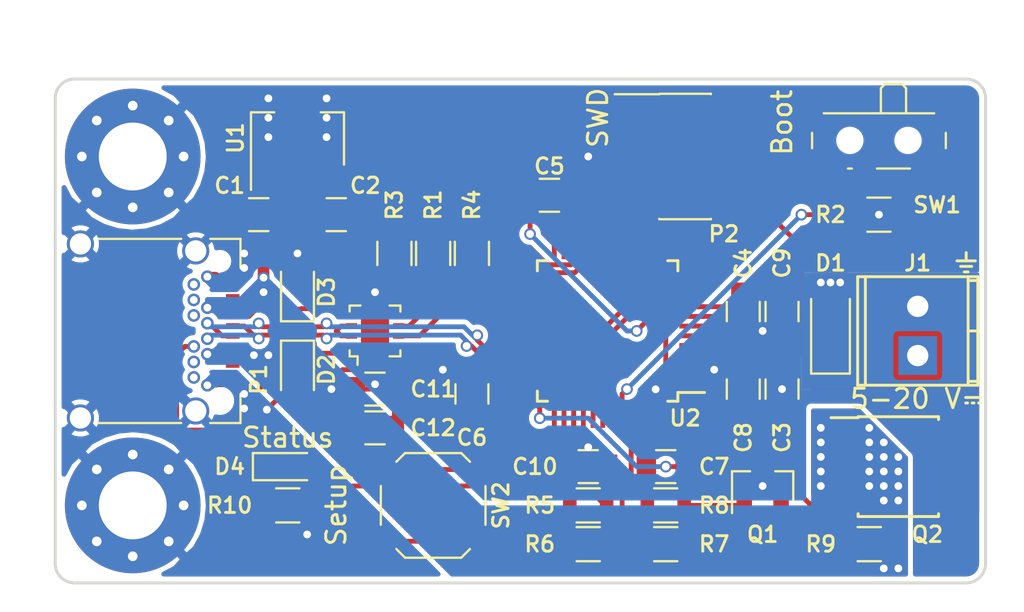
<source format=kicad_pcb>
(kicad_pcb (version 4) (host pcbnew 4.0.6)

  (general
    (links 120)
    (no_connects 0)
    (area 81.424999 56.924999 129.575001 83.075001)
    (thickness 1.6)
    (drawings 10)
    (tracks 449)
    (zones 0)
    (modules 38)
    (nets 64)
  )

  (page USLetter)
  (title_block
    (title "PD Buddy Sink")
    (rev 0.2)
  )

  (layers
    (0 F.Cu signal)
    (31 B.Cu signal)
    (32 B.Adhes user)
    (33 F.Adhes user)
    (34 B.Paste user)
    (35 F.Paste user)
    (36 B.SilkS user)
    (37 F.SilkS user)
    (38 B.Mask user)
    (39 F.Mask user)
    (40 Dwgs.User user)
    (41 Cmts.User user)
    (42 Eco1.User user)
    (43 Eco2.User user)
    (44 Edge.Cuts user)
    (45 Margin user)
    (46 B.CrtYd user)
    (47 F.CrtYd user)
    (48 B.Fab user)
    (49 F.Fab user)
  )

  (setup
    (last_trace_width 0.25)
    (trace_clearance 0.16)
    (zone_clearance 0.254)
    (zone_45_only no)
    (trace_min 0.2)
    (segment_width 0.2)
    (edge_width 0.15)
    (via_size 0.6)
    (via_drill 0.4)
    (via_min_size 0.4)
    (via_min_drill 0.3)
    (uvia_size 0.3)
    (uvia_drill 0.1)
    (uvias_allowed no)
    (uvia_min_size 0.2)
    (uvia_min_drill 0.1)
    (pcb_text_width 0.3)
    (pcb_text_size 1.5 1.5)
    (mod_edge_width 0.15)
    (mod_text_size 0.8 0.8)
    (mod_text_width 0.15)
    (pad_size 1.524 1.524)
    (pad_drill 0.762)
    (pad_to_mask_clearance 0.125)
    (aux_axis_origin 0 0)
    (visible_elements FFFFFF7F)
    (pcbplotparams
      (layerselection 0x00030_80000001)
      (usegerberextensions false)
      (excludeedgelayer true)
      (linewidth 0.100000)
      (plotframeref false)
      (viasonmask false)
      (mode 1)
      (useauxorigin false)
      (hpglpennumber 1)
      (hpglpenspeed 20)
      (hpglpendiameter 15)
      (hpglpenoverlay 2)
      (psnegative false)
      (psa4output false)
      (plotreference true)
      (plotvalue true)
      (plotinvisibletext false)
      (padsonsilk false)
      (subtractmaskfromsilk false)
      (outputformat 1)
      (mirror false)
      (drillshape 1)
      (scaleselection 1)
      (outputdirectory ""))
  )

  (net 0 "")
  (net 1 VBUS)
  (net 2 GND)
  (net 3 +3V3)
  (net 4 /Microcontroller/nRST)
  (net 5 "/PD PHY/CC2")
  (net 6 "/PD PHY/CC1")
  (net 7 "Net-(P1-PadB8)")
  (net 8 "Net-(P1-PadB3)")
  (net 9 "Net-(P1-PadB10)")
  (net 10 "Net-(P1-PadB2)")
  (net 11 "Net-(P1-PadB11)")
  (net 12 "Net-(P1-PadA2)")
  (net 13 "Net-(P1-PadA3)")
  (net 14 "Net-(P1-PadA10)")
  (net 15 "Net-(P1-PadA8)")
  (net 16 "Net-(P1-PadA11)")
  (net 17 /Microcontroller/SWDIO)
  (net 18 /Microcontroller/SWCLK)
  (net 19 "Net-(P2-Pad6)")
  (net 20 "Net-(P2-Pad7)")
  (net 21 "Net-(P2-Pad8)")
  (net 22 "Net-(Q1-Pad1)")
  (net 23 /Microcontroller/INT_N)
  (net 24 /Microcontroller/SCL)
  (net 25 /Microcontroller/SDA)
  (net 26 "Net-(R5-Pad1)")
  (net 27 /Microcontroller/OUT_CTRL)
  (net 28 "Net-(U2-Pad2)")
  (net 29 "Net-(U2-Pad3)")
  (net 30 "Net-(U2-Pad4)")
  (net 31 "Net-(U2-Pad5)")
  (net 32 "Net-(U2-Pad6)")
  (net 33 "Net-(U2-Pad10)")
  (net 34 "Net-(U2-Pad11)")
  (net 35 "Net-(U2-Pad12)")
  (net 36 "Net-(U2-Pad13)")
  (net 37 "Net-(U2-Pad14)")
  (net 38 "Net-(U2-Pad15)")
  (net 39 "Net-(U2-Pad16)")
  (net 40 "Net-(U2-Pad17)")
  (net 41 "Net-(U2-Pad18)")
  (net 42 "Net-(U2-Pad19)")
  (net 43 "Net-(U2-Pad20)")
  (net 44 "Net-(U2-Pad26)")
  (net 45 "Net-(U2-Pad27)")
  (net 46 "Net-(U2-Pad28)")
  (net 47 "Net-(U2-Pad29)")
  (net 48 "Net-(U2-Pad30)")
  (net 49 "Net-(U2-Pad40)")
  (net 50 "Net-(U2-Pad46)")
  (net 51 VCONN)
  (net 52 "Net-(D4-Pad1)")
  (net 53 /Microcontroller/D+)
  (net 54 /Microcontroller/D-)
  (net 55 /Microcontroller/SETUP)
  (net 56 /Microcontroller/NOPWR)
  (net 57 "Net-(U2-Pad31)")
  (net 58 "Net-(U2-Pad41)")
  (net 59 "Net-(U2-Pad42)")
  (net 60 "Net-(U2-Pad43)")
  (net 61 "Net-(Q1-Pad3)")
  (net 62 /Output/OUT)
  (net 63 /Microcontroller/BOOT)

  (net_class Default "This is the default net class."
    (clearance 0.16)
    (trace_width 0.25)
    (via_dia 0.6)
    (via_drill 0.4)
    (uvia_dia 0.3)
    (uvia_drill 0.1)
    (add_net +3V3)
    (add_net /Microcontroller/BOOT)
    (add_net /Microcontroller/D+)
    (add_net /Microcontroller/D-)
    (add_net /Microcontroller/INT_N)
    (add_net /Microcontroller/NOPWR)
    (add_net /Microcontroller/OUT_CTRL)
    (add_net /Microcontroller/SCL)
    (add_net /Microcontroller/SDA)
    (add_net /Microcontroller/SETUP)
    (add_net /Microcontroller/SWCLK)
    (add_net /Microcontroller/SWDIO)
    (add_net /Microcontroller/nRST)
    (add_net /Output/OUT)
    (add_net "/PD PHY/CC1")
    (add_net "/PD PHY/CC2")
    (add_net GND)
    (add_net "Net-(D4-Pad1)")
    (add_net "Net-(P1-PadA10)")
    (add_net "Net-(P1-PadA11)")
    (add_net "Net-(P1-PadA2)")
    (add_net "Net-(P1-PadA3)")
    (add_net "Net-(P1-PadA8)")
    (add_net "Net-(P1-PadB10)")
    (add_net "Net-(P1-PadB11)")
    (add_net "Net-(P1-PadB2)")
    (add_net "Net-(P1-PadB3)")
    (add_net "Net-(P1-PadB8)")
    (add_net "Net-(P2-Pad6)")
    (add_net "Net-(P2-Pad7)")
    (add_net "Net-(P2-Pad8)")
    (add_net "Net-(Q1-Pad1)")
    (add_net "Net-(Q1-Pad3)")
    (add_net "Net-(R5-Pad1)")
    (add_net "Net-(U2-Pad10)")
    (add_net "Net-(U2-Pad11)")
    (add_net "Net-(U2-Pad12)")
    (add_net "Net-(U2-Pad13)")
    (add_net "Net-(U2-Pad14)")
    (add_net "Net-(U2-Pad15)")
    (add_net "Net-(U2-Pad16)")
    (add_net "Net-(U2-Pad17)")
    (add_net "Net-(U2-Pad18)")
    (add_net "Net-(U2-Pad19)")
    (add_net "Net-(U2-Pad2)")
    (add_net "Net-(U2-Pad20)")
    (add_net "Net-(U2-Pad26)")
    (add_net "Net-(U2-Pad27)")
    (add_net "Net-(U2-Pad28)")
    (add_net "Net-(U2-Pad29)")
    (add_net "Net-(U2-Pad3)")
    (add_net "Net-(U2-Pad30)")
    (add_net "Net-(U2-Pad31)")
    (add_net "Net-(U2-Pad4)")
    (add_net "Net-(U2-Pad40)")
    (add_net "Net-(U2-Pad41)")
    (add_net "Net-(U2-Pad42)")
    (add_net "Net-(U2-Pad43)")
    (add_net "Net-(U2-Pad46)")
    (add_net "Net-(U2-Pad5)")
    (add_net "Net-(U2-Pad6)")
    (add_net VCONN)
  )

  (net_class Power ""
    (clearance 0.16)
    (trace_width 1.5)
    (via_dia 0.6)
    (via_drill 0.4)
    (uvia_dia 0.3)
    (uvia_drill 0.1)
  )

  (net_class Power_Small ""
    (clearance 0.16)
    (trace_width 0.6)
    (via_dia 0.6)
    (via_drill 0.4)
    (uvia_dia 0.3)
    (uvia_drill 0.1)
    (add_net VBUS)
  )

  (module Mounting_Holes:MountingHole_3.5mm_Pad_Via (layer F.Cu) (tedit 58DEFF23) (tstamp 5892A5A3)
    (at 85.5 79 90)
    (descr "Mounting Hole 3.5mm")
    (tags "mounting hole 3.5mm")
    (path /5892BB4F)
    (fp_text reference MK1 (at 0 -4.5 90) (layer F.Fab)
      (effects (font (size 0.8 0.8) (thickness 0.15)))
    )
    (fp_text value 3.5mm (at 0 4.5 90) (layer F.Fab)
      (effects (font (size 1 1) (thickness 0.15)))
    )
    (fp_circle (center 0 0) (end 3.5 0) (layer Cmts.User) (width 0.15))
    (fp_circle (center 0 0) (end 3.75 0) (layer F.CrtYd) (width 0.05))
    (pad 1 thru_hole circle (at 0 0 90) (size 7 7) (drill 3.5) (layers *.Cu *.Mask)
      (net 2 GND))
    (pad "" thru_hole circle (at 2.625 0 90) (size 0.6 0.6) (drill 0.5) (layers *.Cu *.Mask))
    (pad "" thru_hole circle (at 1.856155 1.856155 90) (size 0.6 0.6) (drill 0.5) (layers *.Cu *.Mask))
    (pad "" thru_hole circle (at 0 2.625 90) (size 0.6 0.6) (drill 0.5) (layers *.Cu *.Mask))
    (pad "" thru_hole circle (at -1.856155 1.856155 90) (size 0.6 0.6) (drill 0.5) (layers *.Cu *.Mask))
    (pad "" thru_hole circle (at -2.625 0 90) (size 0.6 0.6) (drill 0.5) (layers *.Cu *.Mask))
    (pad "" thru_hole circle (at -1.856155 -1.856155 90) (size 0.6 0.6) (drill 0.5) (layers *.Cu *.Mask))
    (pad "" thru_hole circle (at 0 -2.625 90) (size 0.6 0.6) (drill 0.5) (layers *.Cu *.Mask))
    (pad "" thru_hole circle (at 1.856155 -1.856155 90) (size 0.6 0.6) (drill 0.5) (layers *.Cu *.Mask))
  )

  (module Mounting_Holes:MountingHole_3.5mm_Pad_Via (layer F.Cu) (tedit 58DEFF1F) (tstamp 5892A5B2)
    (at 85.5 61 90)
    (descr "Mounting Hole 3.5mm")
    (tags "mounting hole 3.5mm")
    (path /5892BC07)
    (fp_text reference MK2 (at 0 -4.5 90) (layer F.Fab)
      (effects (font (size 0.8 0.8) (thickness 0.15)))
    )
    (fp_text value 3.5mm (at 0 4.5 90) (layer F.Fab)
      (effects (font (size 1 1) (thickness 0.15)))
    )
    (fp_circle (center 0 0) (end 3.5 0) (layer Cmts.User) (width 0.15))
    (fp_circle (center 0 0) (end 3.75 0) (layer F.CrtYd) (width 0.05))
    (pad 1 thru_hole circle (at 0 0 90) (size 7 7) (drill 3.5) (layers *.Cu *.Mask)
      (net 2 GND))
    (pad "" thru_hole circle (at 2.625 0 90) (size 0.6 0.6) (drill 0.5) (layers *.Cu *.Mask))
    (pad "" thru_hole circle (at 1.856155 1.856155 90) (size 0.6 0.6) (drill 0.5) (layers *.Cu *.Mask))
    (pad "" thru_hole circle (at 0 2.625 90) (size 0.6 0.6) (drill 0.5) (layers *.Cu *.Mask))
    (pad "" thru_hole circle (at -1.856155 1.856155 90) (size 0.6 0.6) (drill 0.5) (layers *.Cu *.Mask))
    (pad "" thru_hole circle (at -2.625 0 90) (size 0.6 0.6) (drill 0.5) (layers *.Cu *.Mask))
    (pad "" thru_hole circle (at -1.856155 -1.856155 90) (size 0.6 0.6) (drill 0.5) (layers *.Cu *.Mask))
    (pad "" thru_hole circle (at 0 -2.625 90) (size 0.6 0.6) (drill 0.5) (layers *.Cu *.Mask))
    (pad "" thru_hole circle (at 1.856155 -1.856155 90) (size 0.6 0.6) (drill 0.5) (layers *.Cu *.Mask))
  )

  (module LEDs:LED_0805 (layer F.Cu) (tedit 58DEF95B) (tstamp 5892C0EA)
    (at 93.5 77)
    (descr "LED 0805 smd package")
    (tags "LED led 0805 SMD smd SMT smt smdled SMDLED smtled SMTLED")
    (path /588FD270/58931071)
    (attr smd)
    (fp_text reference D4 (at -3 0) (layer F.SilkS)
      (effects (font (size 0.8 0.8) (thickness 0.15)))
    )
    (fp_text value Status (at 0 -1.5) (layer F.SilkS)
      (effects (font (size 1 1) (thickness 0.15)))
    )
    (fp_line (start -1.8 -0.7) (end -1.8 0.7) (layer F.SilkS) (width 0.12))
    (fp_line (start -0.4 -0.4) (end -0.4 0.4) (layer F.Fab) (width 0.1))
    (fp_line (start -0.4 0) (end 0.2 -0.4) (layer F.Fab) (width 0.1))
    (fp_line (start 0.2 0.4) (end -0.4 0) (layer F.Fab) (width 0.1))
    (fp_line (start 0.2 -0.4) (end 0.2 0.4) (layer F.Fab) (width 0.1))
    (fp_line (start 1 0.6) (end -1 0.6) (layer F.Fab) (width 0.1))
    (fp_line (start 1 -0.6) (end 1 0.6) (layer F.Fab) (width 0.1))
    (fp_line (start -1 -0.6) (end 1 -0.6) (layer F.Fab) (width 0.1))
    (fp_line (start -1 0.6) (end -1 -0.6) (layer F.Fab) (width 0.1))
    (fp_line (start -1.8 0.7) (end 1 0.7) (layer F.SilkS) (width 0.12))
    (fp_line (start -1.8 -0.7) (end 1 -0.7) (layer F.SilkS) (width 0.12))
    (fp_line (start 1.95 -0.85) (end 1.95 0.85) (layer F.CrtYd) (width 0.05))
    (fp_line (start 1.95 0.85) (end -1.95 0.85) (layer F.CrtYd) (width 0.05))
    (fp_line (start -1.95 0.85) (end -1.95 -0.85) (layer F.CrtYd) (width 0.05))
    (fp_line (start -1.95 -0.85) (end 1.95 -0.85) (layer F.CrtYd) (width 0.05))
    (pad 2 smd rect (at 1.1 0 180) (size 1.2 1.2) (layers F.Cu F.Paste F.Mask)
      (net 56 /Microcontroller/NOPWR))
    (pad 1 smd rect (at -1.1 0 180) (size 1.2 1.2) (layers F.Cu F.Paste F.Mask)
      (net 52 "Net-(D4-Pad1)"))
    (model LEDs.3dshapes/LED_0805.wrl
      (at (xyz 0 0 0))
      (scale (xyz 1 1 1))
      (rotate (xyz 0 0 0))
    )
  )

  (module Housings_QFP:LQFP-48_7x7mm_Pitch0.5mm (layer F.Cu) (tedit 54130A77) (tstamp 58926732)
    (at 110 70 180)
    (descr "48 LEAD LQFP 7x7mm (see MICREL LQFP7x7-48LD-PL-1.pdf)")
    (tags "QFP 0.5")
    (path /588FD270/588FD426)
    (attr smd)
    (fp_text reference U2 (at -4 -4.5 180) (layer F.SilkS)
      (effects (font (size 0.8 0.8) (thickness 0.15)))
    )
    (fp_text value STM32F072CBTx (at 0 6 180) (layer F.Fab)
      (effects (font (size 1 1) (thickness 0.15)))
    )
    (fp_text user %R (at 0 0 180) (layer F.Fab)
      (effects (font (size 1 1) (thickness 0.15)))
    )
    (fp_line (start -2.5 -3.5) (end 3.5 -3.5) (layer F.Fab) (width 0.15))
    (fp_line (start 3.5 -3.5) (end 3.5 3.5) (layer F.Fab) (width 0.15))
    (fp_line (start 3.5 3.5) (end -3.5 3.5) (layer F.Fab) (width 0.15))
    (fp_line (start -3.5 3.5) (end -3.5 -2.5) (layer F.Fab) (width 0.15))
    (fp_line (start -3.5 -2.5) (end -2.5 -3.5) (layer F.Fab) (width 0.15))
    (fp_line (start -5.25 -5.25) (end -5.25 5.25) (layer F.CrtYd) (width 0.05))
    (fp_line (start 5.25 -5.25) (end 5.25 5.25) (layer F.CrtYd) (width 0.05))
    (fp_line (start -5.25 -5.25) (end 5.25 -5.25) (layer F.CrtYd) (width 0.05))
    (fp_line (start -5.25 5.25) (end 5.25 5.25) (layer F.CrtYd) (width 0.05))
    (fp_line (start -3.625 -3.625) (end -3.625 -3.175) (layer F.SilkS) (width 0.15))
    (fp_line (start 3.625 -3.625) (end 3.625 -3.1) (layer F.SilkS) (width 0.15))
    (fp_line (start 3.625 3.625) (end 3.625 3.1) (layer F.SilkS) (width 0.15))
    (fp_line (start -3.625 3.625) (end -3.625 3.1) (layer F.SilkS) (width 0.15))
    (fp_line (start -3.625 -3.625) (end -3.1 -3.625) (layer F.SilkS) (width 0.15))
    (fp_line (start -3.625 3.625) (end -3.1 3.625) (layer F.SilkS) (width 0.15))
    (fp_line (start 3.625 3.625) (end 3.1 3.625) (layer F.SilkS) (width 0.15))
    (fp_line (start 3.625 -3.625) (end 3.1 -3.625) (layer F.SilkS) (width 0.15))
    (fp_line (start -3.625 -3.175) (end -5 -3.175) (layer F.SilkS) (width 0.15))
    (pad 1 smd rect (at -4.35 -2.75 180) (size 1.3 0.25) (layers F.Cu F.Paste F.Mask)
      (net 3 +3V3))
    (pad 2 smd rect (at -4.35 -2.25 180) (size 1.3 0.25) (layers F.Cu F.Paste F.Mask)
      (net 28 "Net-(U2-Pad2)"))
    (pad 3 smd rect (at -4.35 -1.75 180) (size 1.3 0.25) (layers F.Cu F.Paste F.Mask)
      (net 29 "Net-(U2-Pad3)"))
    (pad 4 smd rect (at -4.35 -1.25 180) (size 1.3 0.25) (layers F.Cu F.Paste F.Mask)
      (net 30 "Net-(U2-Pad4)"))
    (pad 5 smd rect (at -4.35 -0.75 180) (size 1.3 0.25) (layers F.Cu F.Paste F.Mask)
      (net 31 "Net-(U2-Pad5)"))
    (pad 6 smd rect (at -4.35 -0.25 180) (size 1.3 0.25) (layers F.Cu F.Paste F.Mask)
      (net 32 "Net-(U2-Pad6)"))
    (pad 7 smd rect (at -4.35 0.25 180) (size 1.3 0.25) (layers F.Cu F.Paste F.Mask)
      (net 4 /Microcontroller/nRST))
    (pad 8 smd rect (at -4.35 0.75 180) (size 1.3 0.25) (layers F.Cu F.Paste F.Mask)
      (net 2 GND))
    (pad 9 smd rect (at -4.35 1.25 180) (size 1.3 0.25) (layers F.Cu F.Paste F.Mask)
      (net 3 +3V3))
    (pad 10 smd rect (at -4.35 1.75 180) (size 1.3 0.25) (layers F.Cu F.Paste F.Mask)
      (net 33 "Net-(U2-Pad10)"))
    (pad 11 smd rect (at -4.35 2.25 180) (size 1.3 0.25) (layers F.Cu F.Paste F.Mask)
      (net 34 "Net-(U2-Pad11)"))
    (pad 12 smd rect (at -4.35 2.75 180) (size 1.3 0.25) (layers F.Cu F.Paste F.Mask)
      (net 35 "Net-(U2-Pad12)"))
    (pad 13 smd rect (at -2.75 4.35 270) (size 1.3 0.25) (layers F.Cu F.Paste F.Mask)
      (net 36 "Net-(U2-Pad13)"))
    (pad 14 smd rect (at -2.25 4.35 270) (size 1.3 0.25) (layers F.Cu F.Paste F.Mask)
      (net 37 "Net-(U2-Pad14)"))
    (pad 15 smd rect (at -1.75 4.35 270) (size 1.3 0.25) (layers F.Cu F.Paste F.Mask)
      (net 38 "Net-(U2-Pad15)"))
    (pad 16 smd rect (at -1.25 4.35 270) (size 1.3 0.25) (layers F.Cu F.Paste F.Mask)
      (net 39 "Net-(U2-Pad16)"))
    (pad 17 smd rect (at -0.75 4.35 270) (size 1.3 0.25) (layers F.Cu F.Paste F.Mask)
      (net 40 "Net-(U2-Pad17)"))
    (pad 18 smd rect (at -0.25 4.35 270) (size 1.3 0.25) (layers F.Cu F.Paste F.Mask)
      (net 41 "Net-(U2-Pad18)"))
    (pad 19 smd rect (at 0.25 4.35 270) (size 1.3 0.25) (layers F.Cu F.Paste F.Mask)
      (net 42 "Net-(U2-Pad19)"))
    (pad 20 smd rect (at 0.75 4.35 270) (size 1.3 0.25) (layers F.Cu F.Paste F.Mask)
      (net 43 "Net-(U2-Pad20)"))
    (pad 21 smd rect (at 1.25 4.35 270) (size 1.3 0.25) (layers F.Cu F.Paste F.Mask)
      (net 24 /Microcontroller/SCL))
    (pad 22 smd rect (at 1.75 4.35 270) (size 1.3 0.25) (layers F.Cu F.Paste F.Mask)
      (net 25 /Microcontroller/SDA))
    (pad 23 smd rect (at 2.25 4.35 270) (size 1.3 0.25) (layers F.Cu F.Paste F.Mask)
      (net 2 GND))
    (pad 24 smd rect (at 2.75 4.35 270) (size 1.3 0.25) (layers F.Cu F.Paste F.Mask)
      (net 3 +3V3))
    (pad 25 smd rect (at 4.35 2.75 180) (size 1.3 0.25) (layers F.Cu F.Paste F.Mask)
      (net 23 /Microcontroller/INT_N))
    (pad 26 smd rect (at 4.35 2.25 180) (size 1.3 0.25) (layers F.Cu F.Paste F.Mask)
      (net 44 "Net-(U2-Pad26)"))
    (pad 27 smd rect (at 4.35 1.75 180) (size 1.3 0.25) (layers F.Cu F.Paste F.Mask)
      (net 45 "Net-(U2-Pad27)"))
    (pad 28 smd rect (at 4.35 1.25 180) (size 1.3 0.25) (layers F.Cu F.Paste F.Mask)
      (net 46 "Net-(U2-Pad28)"))
    (pad 29 smd rect (at 4.35 0.75 180) (size 1.3 0.25) (layers F.Cu F.Paste F.Mask)
      (net 47 "Net-(U2-Pad29)"))
    (pad 30 smd rect (at 4.35 0.25 180) (size 1.3 0.25) (layers F.Cu F.Paste F.Mask)
      (net 48 "Net-(U2-Pad30)"))
    (pad 31 smd rect (at 4.35 -0.25 180) (size 1.3 0.25) (layers F.Cu F.Paste F.Mask)
      (net 57 "Net-(U2-Pad31)"))
    (pad 32 smd rect (at 4.35 -0.75 180) (size 1.3 0.25) (layers F.Cu F.Paste F.Mask)
      (net 54 /Microcontroller/D-))
    (pad 33 smd rect (at 4.35 -1.25 180) (size 1.3 0.25) (layers F.Cu F.Paste F.Mask)
      (net 53 /Microcontroller/D+))
    (pad 34 smd rect (at 4.35 -1.75 180) (size 1.3 0.25) (layers F.Cu F.Paste F.Mask)
      (net 17 /Microcontroller/SWDIO))
    (pad 35 smd rect (at 4.35 -2.25 180) (size 1.3 0.25) (layers F.Cu F.Paste F.Mask)
      (net 2 GND))
    (pad 36 smd rect (at 4.35 -2.75 180) (size 1.3 0.25) (layers F.Cu F.Paste F.Mask)
      (net 3 +3V3))
    (pad 37 smd rect (at 2.75 -4.35 270) (size 1.3 0.25) (layers F.Cu F.Paste F.Mask)
      (net 18 /Microcontroller/SWCLK))
    (pad 38 smd rect (at 2.25 -4.35 270) (size 1.3 0.25) (layers F.Cu F.Paste F.Mask)
      (net 56 /Microcontroller/NOPWR))
    (pad 39 smd rect (at 1.75 -4.35 270) (size 1.3 0.25) (layers F.Cu F.Paste F.Mask)
      (net 55 /Microcontroller/SETUP))
    (pad 40 smd rect (at 1.25 -4.35 270) (size 1.3 0.25) (layers F.Cu F.Paste F.Mask)
      (net 49 "Net-(U2-Pad40)"))
    (pad 41 smd rect (at 0.75 -4.35 270) (size 1.3 0.25) (layers F.Cu F.Paste F.Mask)
      (net 58 "Net-(U2-Pad41)"))
    (pad 42 smd rect (at 0.25 -4.35 270) (size 1.3 0.25) (layers F.Cu F.Paste F.Mask)
      (net 59 "Net-(U2-Pad42)"))
    (pad 43 smd rect (at -0.25 -4.35 270) (size 1.3 0.25) (layers F.Cu F.Paste F.Mask)
      (net 60 "Net-(U2-Pad43)"))
    (pad 44 smd rect (at -0.75 -4.35 270) (size 1.3 0.25) (layers F.Cu F.Paste F.Mask)
      (net 63 /Microcontroller/BOOT))
    (pad 45 smd rect (at -1.25 -4.35 270) (size 1.3 0.25) (layers F.Cu F.Paste F.Mask)
      (net 27 /Microcontroller/OUT_CTRL))
    (pad 46 smd rect (at -1.75 -4.35 270) (size 1.3 0.25) (layers F.Cu F.Paste F.Mask)
      (net 50 "Net-(U2-Pad46)"))
    (pad 47 smd rect (at -2.25 -4.35 270) (size 1.3 0.25) (layers F.Cu F.Paste F.Mask)
      (net 2 GND))
    (pad 48 smd rect (at -2.75 -4.35 270) (size 1.3 0.25) (layers F.Cu F.Paste F.Mask)
      (net 3 +3V3))
    (model Housings_QFP.3dshapes/LQFP-48_7x7mm_Pitch0.5mm.wrl
      (at (xyz 0 0 0))
      (scale (xyz 1 1 1))
      (rotate (xyz 0 0 0))
    )
  )

  (module Connectors_Terminal_Blocks:TerminalBlock_Pheonix_MPT-2.54mm_2pol (layer F.Cu) (tedit 58DEF94C) (tstamp 58926570)
    (at 126 71.27 90)
    (descr "2-way 2.54mm pitch terminal block, Phoenix MPT series")
    (path /588FA3A4/588FA688)
    (fp_text reference J1 (at 4.77 0 180) (layer F.SilkS)
      (effects (font (size 0.8 0.8) (thickness 0.15)))
    )
    (fp_text value "5-20 V⎓" (at -2.23 0 180) (layer F.SilkS)
      (effects (font (size 1 1) (thickness 0.15)))
    )
    (fp_line (start -1.7 -3.3) (end 4.3 -3.3) (layer F.CrtYd) (width 0.05))
    (fp_line (start -1.7 3.3) (end -1.7 -3.3) (layer F.CrtYd) (width 0.05))
    (fp_line (start 4.3 3.3) (end -1.7 3.3) (layer F.CrtYd) (width 0.05))
    (fp_line (start 4.3 -3.3) (end 4.3 3.3) (layer F.CrtYd) (width 0.05))
    (fp_line (start 4.06908 2.60096) (end -1.52908 2.60096) (layer F.SilkS) (width 0.15))
    (fp_line (start -1.33096 3.0988) (end -1.33096 2.60096) (layer F.SilkS) (width 0.15))
    (fp_line (start 3.87096 2.60096) (end 3.87096 3.0988) (layer F.SilkS) (width 0.15))
    (fp_line (start 1.27 3.0988) (end 1.27 2.60096) (layer F.SilkS) (width 0.15))
    (fp_line (start -1.52908 -2.70002) (end 4.06908 -2.70002) (layer F.SilkS) (width 0.15))
    (fp_line (start -1.52908 3.0988) (end 4.06908 3.0988) (layer F.SilkS) (width 0.15))
    (fp_line (start 4.06908 3.0988) (end 4.06908 -3.0988) (layer F.SilkS) (width 0.15))
    (fp_line (start 4.06908 -3.0988) (end -1.52908 -3.0988) (layer F.SilkS) (width 0.15))
    (fp_line (start -1.52908 -3.0988) (end -1.52908 3.0988) (layer F.SilkS) (width 0.15))
    (pad 2 thru_hole oval (at 2.54 0 90) (size 1.99898 1.99898) (drill 1.09728) (layers *.Cu *.Mask)
      (net 2 GND))
    (pad 1 thru_hole rect (at 0 0 90) (size 1.99898 1.99898) (drill 1.09728) (layers *.Cu *.Mask)
      (net 62 /Output/OUT))
    (model Terminal_Blocks.3dshapes/TerminalBlock_Pheonix_MPT-2.54mm_2pol.wrl
      (at (xyz 0.05 0 0))
      (scale (xyz 1 1 1))
      (rotate (xyz 0 0 0))
    )
  )

  (module Housings_SOIC:SOIC-8_3.9x4.9mm_Pitch1.27mm (layer F.Cu) (tedit 58CD0CDA) (tstamp 5892660D)
    (at 125 77)
    (descr "8-Lead Plastic Small Outline (SN) - Narrow, 3.90 mm Body [SOIC] (see Microchip Packaging Specification 00000049BS.pdf)")
    (tags "SOIC 1.27")
    (path /588FA3A4/588FA570)
    (attr smd)
    (fp_text reference Q2 (at 1.5 3.5) (layer F.SilkS)
      (effects (font (size 0.8 0.8) (thickness 0.15)))
    )
    (fp_text value DMP4015SSS (at 0 3.5) (layer F.Fab)
      (effects (font (size 1 1) (thickness 0.15)))
    )
    (fp_text user %R (at 0 0) (layer F.Fab)
      (effects (font (size 1 1) (thickness 0.15)))
    )
    (fp_line (start -0.95 -2.45) (end 1.95 -2.45) (layer F.Fab) (width 0.1))
    (fp_line (start 1.95 -2.45) (end 1.95 2.45) (layer F.Fab) (width 0.1))
    (fp_line (start 1.95 2.45) (end -1.95 2.45) (layer F.Fab) (width 0.1))
    (fp_line (start -1.95 2.45) (end -1.95 -1.45) (layer F.Fab) (width 0.1))
    (fp_line (start -1.95 -1.45) (end -0.95 -2.45) (layer F.Fab) (width 0.1))
    (fp_line (start -3.73 -2.7) (end -3.73 2.7) (layer F.CrtYd) (width 0.05))
    (fp_line (start 3.73 -2.7) (end 3.73 2.7) (layer F.CrtYd) (width 0.05))
    (fp_line (start -3.73 -2.7) (end 3.73 -2.7) (layer F.CrtYd) (width 0.05))
    (fp_line (start -3.73 2.7) (end 3.73 2.7) (layer F.CrtYd) (width 0.05))
    (fp_line (start -2.075 -2.575) (end -2.075 -2.525) (layer F.SilkS) (width 0.15))
    (fp_line (start 2.075 -2.575) (end 2.075 -2.43) (layer F.SilkS) (width 0.15))
    (fp_line (start 2.075 2.575) (end 2.075 2.43) (layer F.SilkS) (width 0.15))
    (fp_line (start -2.075 2.575) (end -2.075 2.43) (layer F.SilkS) (width 0.15))
    (fp_line (start -2.075 -2.575) (end 2.075 -2.575) (layer F.SilkS) (width 0.15))
    (fp_line (start -2.075 2.575) (end 2.075 2.575) (layer F.SilkS) (width 0.15))
    (fp_line (start -2.075 -2.525) (end -3.475 -2.525) (layer F.SilkS) (width 0.15))
    (pad 1 smd rect (at -2.7 -1.905) (size 1.55 0.6) (layers F.Cu F.Paste F.Mask)
      (net 1 VBUS))
    (pad 2 smd rect (at -2.7 -0.635) (size 1.55 0.6) (layers F.Cu F.Paste F.Mask)
      (net 1 VBUS))
    (pad 3 smd rect (at -2.7 0.635) (size 1.55 0.6) (layers F.Cu F.Paste F.Mask)
      (net 1 VBUS))
    (pad 4 smd rect (at -2.7 1.905) (size 1.55 0.6) (layers F.Cu F.Paste F.Mask)
      (net 61 "Net-(Q1-Pad3)"))
    (pad 5 smd rect (at 2.7 1.905) (size 1.55 0.6) (layers F.Cu F.Paste F.Mask)
      (net 62 /Output/OUT))
    (pad 6 smd rect (at 2.7 0.635) (size 1.55 0.6) (layers F.Cu F.Paste F.Mask)
      (net 62 /Output/OUT))
    (pad 7 smd rect (at 2.7 -0.635) (size 1.55 0.6) (layers F.Cu F.Paste F.Mask)
      (net 62 /Output/OUT))
    (pad 8 smd rect (at 2.7 -1.905) (size 1.55 0.6) (layers F.Cu F.Paste F.Mask)
      (net 62 /Output/OUT))
    (model Housings_SOIC.3dshapes/SOIC-8_3.9x4.9mm_Pitch1.27mm.wrl
      (at (xyz 0 0 0))
      (scale (xyz 1 1 1))
      (rotate (xyz 0 0 0))
    )
  )

  (module TO_SOT_Packages_SMD:SOT-23 (layer F.Cu) (tedit 58CE4E7E) (tstamp 589265F1)
    (at 118 78 90)
    (descr "SOT-23, Standard")
    (tags SOT-23)
    (path /588FA3A4/588FA577)
    (attr smd)
    (fp_text reference Q1 (at -2.5 0 180) (layer F.SilkS)
      (effects (font (size 0.8 0.8) (thickness 0.15)))
    )
    (fp_text value MMBT2222ALT1G (at 0 2.5 90) (layer F.Fab)
      (effects (font (size 1 1) (thickness 0.15)))
    )
    (fp_text user %R (at 0 0 90) (layer F.Fab)
      (effects (font (size 0.5 0.5) (thickness 0.075)))
    )
    (fp_line (start -0.7 -0.95) (end -0.7 1.5) (layer F.Fab) (width 0.1))
    (fp_line (start -0.15 -1.52) (end 0.7 -1.52) (layer F.Fab) (width 0.1))
    (fp_line (start -0.7 -0.95) (end -0.15 -1.52) (layer F.Fab) (width 0.1))
    (fp_line (start 0.7 -1.52) (end 0.7 1.52) (layer F.Fab) (width 0.1))
    (fp_line (start -0.7 1.52) (end 0.7 1.52) (layer F.Fab) (width 0.1))
    (fp_line (start 0.76 1.58) (end 0.76 0.65) (layer F.SilkS) (width 0.12))
    (fp_line (start 0.76 -1.58) (end 0.76 -0.65) (layer F.SilkS) (width 0.12))
    (fp_line (start -1.7 -1.75) (end 1.7 -1.75) (layer F.CrtYd) (width 0.05))
    (fp_line (start 1.7 -1.75) (end 1.7 1.75) (layer F.CrtYd) (width 0.05))
    (fp_line (start 1.7 1.75) (end -1.7 1.75) (layer F.CrtYd) (width 0.05))
    (fp_line (start -1.7 1.75) (end -1.7 -1.75) (layer F.CrtYd) (width 0.05))
    (fp_line (start 0.76 -1.58) (end -1.4 -1.58) (layer F.SilkS) (width 0.12))
    (fp_line (start 0.76 1.58) (end -0.7 1.58) (layer F.SilkS) (width 0.12))
    (pad 1 smd rect (at -1 -0.95 90) (size 0.9 0.8) (layers F.Cu F.Paste F.Mask)
      (net 22 "Net-(Q1-Pad1)"))
    (pad 2 smd rect (at -1 0.95 90) (size 0.9 0.8) (layers F.Cu F.Paste F.Mask)
      (net 2 GND))
    (pad 3 smd rect (at 1 0 90) (size 0.9 0.8) (layers F.Cu F.Paste F.Mask)
      (net 61 "Net-(Q1-Pad3)"))
    (model ${KISYS3DMOD}/TO_SOT_Packages_SMD.3dshapes/SOT-23.wrl
      (at (xyz 0 0 0))
      (scale (xyz 1 1 1))
      (rotate (xyz 0 0 90))
    )
  )

  (module Diodes_SMD:D_SOD-323 (layer F.Cu) (tedit 58641739) (tstamp 58926546)
    (at 94 72 270)
    (descr SOD-323)
    (tags SOD-323)
    (path /588FB1D7/588FB3E3)
    (attr smd)
    (fp_text reference D2 (at 0 -1.5 270) (layer F.SilkS)
      (effects (font (size 0.8 0.8) (thickness 0.15)))
    )
    (fp_text value CZRF52C5V6 (at 0.1 1.9 270) (layer F.Fab)
      (effects (font (size 1 1) (thickness 0.15)))
    )
    (fp_line (start -1.5 -0.85) (end -1.5 0.85) (layer F.SilkS) (width 0.12))
    (fp_line (start 0.2 0) (end 0.45 0) (layer F.Fab) (width 0.1))
    (fp_line (start 0.2 0.35) (end -0.3 0) (layer F.Fab) (width 0.1))
    (fp_line (start 0.2 -0.35) (end 0.2 0.35) (layer F.Fab) (width 0.1))
    (fp_line (start -0.3 0) (end 0.2 -0.35) (layer F.Fab) (width 0.1))
    (fp_line (start -0.3 0) (end -0.5 0) (layer F.Fab) (width 0.1))
    (fp_line (start -0.3 -0.35) (end -0.3 0.35) (layer F.Fab) (width 0.1))
    (fp_line (start -0.9 0.7) (end -0.9 -0.7) (layer F.Fab) (width 0.1))
    (fp_line (start 0.9 0.7) (end -0.9 0.7) (layer F.Fab) (width 0.1))
    (fp_line (start 0.9 -0.7) (end 0.9 0.7) (layer F.Fab) (width 0.1))
    (fp_line (start -0.9 -0.7) (end 0.9 -0.7) (layer F.Fab) (width 0.1))
    (fp_line (start -1.6 -0.95) (end 1.6 -0.95) (layer F.CrtYd) (width 0.05))
    (fp_line (start 1.6 -0.95) (end 1.6 0.95) (layer F.CrtYd) (width 0.05))
    (fp_line (start -1.6 0.95) (end 1.6 0.95) (layer F.CrtYd) (width 0.05))
    (fp_line (start -1.6 -0.95) (end -1.6 0.95) (layer F.CrtYd) (width 0.05))
    (fp_line (start -1.5 0.85) (end 1.05 0.85) (layer F.SilkS) (width 0.12))
    (fp_line (start -1.5 -0.85) (end 1.05 -0.85) (layer F.SilkS) (width 0.12))
    (pad 1 smd rect (at -1.05 0 270) (size 0.6 0.45) (layers F.Cu F.Paste F.Mask)
      (net 5 "/PD PHY/CC2"))
    (pad 2 smd rect (at 1.05 0 270) (size 0.6 0.45) (layers F.Cu F.Paste F.Mask)
      (net 2 GND))
    (model Diodes_SMD.3dshapes/D_SOD-323.wrl
      (at (xyz 0 0 0))
      (scale (xyz 1 1 1))
      (rotate (xyz 0 0 180))
    )
  )

  (module Diodes_SMD:D_SOD-323 (layer F.Cu) (tedit 58641739) (tstamp 5892655D)
    (at 94 68 90)
    (descr SOD-323)
    (tags SOD-323)
    (path /588FB1D7/588FB500)
    (attr smd)
    (fp_text reference D3 (at 0 1.5 90) (layer F.SilkS)
      (effects (font (size 0.8 0.8) (thickness 0.15)))
    )
    (fp_text value CZRF52C5V6 (at 0.1 1.9 90) (layer F.Fab)
      (effects (font (size 1 1) (thickness 0.15)))
    )
    (fp_line (start -1.5 -0.85) (end -1.5 0.85) (layer F.SilkS) (width 0.12))
    (fp_line (start 0.2 0) (end 0.45 0) (layer F.Fab) (width 0.1))
    (fp_line (start 0.2 0.35) (end -0.3 0) (layer F.Fab) (width 0.1))
    (fp_line (start 0.2 -0.35) (end 0.2 0.35) (layer F.Fab) (width 0.1))
    (fp_line (start -0.3 0) (end 0.2 -0.35) (layer F.Fab) (width 0.1))
    (fp_line (start -0.3 0) (end -0.5 0) (layer F.Fab) (width 0.1))
    (fp_line (start -0.3 -0.35) (end -0.3 0.35) (layer F.Fab) (width 0.1))
    (fp_line (start -0.9 0.7) (end -0.9 -0.7) (layer F.Fab) (width 0.1))
    (fp_line (start 0.9 0.7) (end -0.9 0.7) (layer F.Fab) (width 0.1))
    (fp_line (start 0.9 -0.7) (end 0.9 0.7) (layer F.Fab) (width 0.1))
    (fp_line (start -0.9 -0.7) (end 0.9 -0.7) (layer F.Fab) (width 0.1))
    (fp_line (start -1.6 -0.95) (end 1.6 -0.95) (layer F.CrtYd) (width 0.05))
    (fp_line (start 1.6 -0.95) (end 1.6 0.95) (layer F.CrtYd) (width 0.05))
    (fp_line (start -1.6 0.95) (end 1.6 0.95) (layer F.CrtYd) (width 0.05))
    (fp_line (start -1.6 -0.95) (end -1.6 0.95) (layer F.CrtYd) (width 0.05))
    (fp_line (start -1.5 0.85) (end 1.05 0.85) (layer F.SilkS) (width 0.12))
    (fp_line (start -1.5 -0.85) (end 1.05 -0.85) (layer F.SilkS) (width 0.12))
    (pad 1 smd rect (at -1.05 0 90) (size 0.6 0.45) (layers F.Cu F.Paste F.Mask)
      (net 6 "/PD PHY/CC1"))
    (pad 2 smd rect (at 1.05 0 90) (size 0.6 0.45) (layers F.Cu F.Paste F.Mask)
      (net 2 GND))
    (model Diodes_SMD.3dshapes/D_SOD-323.wrl
      (at (xyz 0 0 0))
      (scale (xyz 1 1 1))
      (rotate (xyz 0 0 180))
    )
  )

  (module TO_SOT_Packages_SMD:SOT89-3_Housing (layer F.Cu) (tedit 58CE4E7F) (tstamp 589266EB)
    (at 94 60.5 90)
    (descr "SOT89-3, Housing,")
    (tags "SOT89-3 Housing ")
    (path /588F9A21/588FA408)
    (attr smd)
    (fp_text reference U1 (at 0.45 -3.2 90) (layer F.SilkS)
      (effects (font (size 0.8 0.8) (thickness 0.15)))
    )
    (fp_text value AP2204R-3.3TRG1 (at 0.45 3.25 90) (layer F.Fab)
      (effects (font (size 1 1) (thickness 0.15)))
    )
    (fp_text user %R (at 0.38 0 90) (layer F.Fab)
      (effects (font (size 0.6 0.6) (thickness 0.09)))
    )
    (fp_line (start 1.78 1.2) (end 1.78 2.4) (layer F.SilkS) (width 0.12))
    (fp_line (start 1.78 2.4) (end -0.92 2.4) (layer F.SilkS) (width 0.12))
    (fp_line (start -2.22 -2.4) (end 1.78 -2.4) (layer F.SilkS) (width 0.12))
    (fp_line (start 1.78 -2.4) (end 1.78 -1.2) (layer F.SilkS) (width 0.12))
    (fp_line (start -0.92 -1.51) (end -0.13 -2.3) (layer F.Fab) (width 0.1))
    (fp_line (start 1.68 -2.3) (end 1.68 2.3) (layer F.Fab) (width 0.1))
    (fp_line (start 1.68 2.3) (end -0.92 2.3) (layer F.Fab) (width 0.1))
    (fp_line (start -0.92 2.3) (end -0.92 -1.51) (layer F.Fab) (width 0.1))
    (fp_line (start -0.13 -2.3) (end 1.68 -2.3) (layer F.Fab) (width 0.1))
    (fp_line (start 3.23 -2.55) (end 3.23 2.55) (layer F.CrtYd) (width 0.05))
    (fp_line (start 3.23 -2.55) (end -2.48 -2.55) (layer F.CrtYd) (width 0.05))
    (fp_line (start -2.48 2.55) (end 3.23 2.55) (layer F.CrtYd) (width 0.05))
    (fp_line (start -2.48 2.55) (end -2.48 -2.55) (layer F.CrtYd) (width 0.05))
    (pad 1 smd rect (at -1.48 -1.5) (size 1 1.5) (layers F.Cu F.Paste F.Mask)
      (net 1 VBUS))
    (pad 2 smd rect (at -1.48 0) (size 1 1.5) (layers F.Cu F.Paste F.Mask)
      (net 2 GND))
    (pad 3 smd rect (at -1.48 1.5) (size 1 1.5) (layers F.Cu F.Paste F.Mask)
      (net 3 +3V3))
    (pad 2 smd rect (at 1.48 0) (size 2 3) (layers F.Cu F.Paste F.Mask)
      (net 2 GND))
    (pad 2 smd trapezoid (at -0.37 0 180) (size 1.5 0.75) (rect_delta 0 0.5 ) (layers F.Cu F.Paste F.Mask)
      (net 2 GND))
    (model ${KISYS3DMOD}/TO_SOT_Packages_SMD.3dshapes/SOT89-3_Housing.wrl
      (at (xyz 0.02 0 0))
      (scale (xyz 0.39 0.39 0.39))
      (rotate (xyz 0 0 90))
    )
  )

  (module Resistors_SMD:R_0805 (layer F.Cu) (tedit 58AADA8F) (tstamp 5892661D)
    (at 101 66 90)
    (descr "Resistor SMD 0805, reflow soldering, Vishay (see dcrcw.pdf)")
    (tags "resistor 0805")
    (path /588FD270/5892476F)
    (attr smd)
    (fp_text reference R1 (at 2.5 0 90) (layer F.SilkS)
      (effects (font (size 0.8 0.8) (thickness 0.15)))
    )
    (fp_text value 2kΩ (at 0 1.75 90) (layer F.Fab)
      (effects (font (size 1 1) (thickness 0.15)))
    )
    (fp_text user %R (at 0 -1.65 90) (layer F.Fab)
      (effects (font (size 1 1) (thickness 0.15)))
    )
    (fp_line (start -1 0.62) (end -1 -0.62) (layer F.Fab) (width 0.1))
    (fp_line (start 1 0.62) (end -1 0.62) (layer F.Fab) (width 0.1))
    (fp_line (start 1 -0.62) (end 1 0.62) (layer F.Fab) (width 0.1))
    (fp_line (start -1 -0.62) (end 1 -0.62) (layer F.Fab) (width 0.1))
    (fp_line (start 0.6 0.88) (end -0.6 0.88) (layer F.SilkS) (width 0.12))
    (fp_line (start -0.6 -0.88) (end 0.6 -0.88) (layer F.SilkS) (width 0.12))
    (fp_line (start -1.55 -0.9) (end 1.55 -0.9) (layer F.CrtYd) (width 0.05))
    (fp_line (start -1.55 -0.9) (end -1.55 0.9) (layer F.CrtYd) (width 0.05))
    (fp_line (start 1.55 0.9) (end 1.55 -0.9) (layer F.CrtYd) (width 0.05))
    (fp_line (start 1.55 0.9) (end -1.55 0.9) (layer F.CrtYd) (width 0.05))
    (pad 1 smd rect (at -0.95 0 90) (size 0.7 1.3) (layers F.Cu F.Paste F.Mask)
      (net 24 /Microcontroller/SCL))
    (pad 2 smd rect (at 0.95 0 90) (size 0.7 1.3) (layers F.Cu F.Paste F.Mask)
      (net 3 +3V3))
    (model Resistors_SMD.3dshapes/R_0805.wrl
      (at (xyz 0 0 0))
      (scale (xyz 1 1 1))
      (rotate (xyz 0 0 0))
    )
  )

  (module Resistors_SMD:R_0805 (layer F.Cu) (tedit 58AADA8F) (tstamp 5892663D)
    (at 99 66 90)
    (descr "Resistor SMD 0805, reflow soldering, Vishay (see dcrcw.pdf)")
    (tags "resistor 0805")
    (path /588FD270/58924737)
    (attr smd)
    (fp_text reference R3 (at 2.5 0 90) (layer F.SilkS)
      (effects (font (size 0.8 0.8) (thickness 0.15)))
    )
    (fp_text value 2kΩ (at 0 1.75 90) (layer F.Fab)
      (effects (font (size 1 1) (thickness 0.15)))
    )
    (fp_text user %R (at 0 -1.65 90) (layer F.Fab)
      (effects (font (size 1 1) (thickness 0.15)))
    )
    (fp_line (start -1 0.62) (end -1 -0.62) (layer F.Fab) (width 0.1))
    (fp_line (start 1 0.62) (end -1 0.62) (layer F.Fab) (width 0.1))
    (fp_line (start 1 -0.62) (end 1 0.62) (layer F.Fab) (width 0.1))
    (fp_line (start -1 -0.62) (end 1 -0.62) (layer F.Fab) (width 0.1))
    (fp_line (start 0.6 0.88) (end -0.6 0.88) (layer F.SilkS) (width 0.12))
    (fp_line (start -0.6 -0.88) (end 0.6 -0.88) (layer F.SilkS) (width 0.12))
    (fp_line (start -1.55 -0.9) (end 1.55 -0.9) (layer F.CrtYd) (width 0.05))
    (fp_line (start -1.55 -0.9) (end -1.55 0.9) (layer F.CrtYd) (width 0.05))
    (fp_line (start 1.55 0.9) (end 1.55 -0.9) (layer F.CrtYd) (width 0.05))
    (fp_line (start 1.55 0.9) (end -1.55 0.9) (layer F.CrtYd) (width 0.05))
    (pad 1 smd rect (at -0.95 0 90) (size 0.7 1.3) (layers F.Cu F.Paste F.Mask)
      (net 25 /Microcontroller/SDA))
    (pad 2 smd rect (at 0.95 0 90) (size 0.7 1.3) (layers F.Cu F.Paste F.Mask)
      (net 3 +3V3))
    (model Resistors_SMD.3dshapes/R_0805.wrl
      (at (xyz 0 0 0))
      (scale (xyz 1 1 1))
      (rotate (xyz 0 0 0))
    )
  )

  (module Resistors_SMD:R_0805 (layer F.Cu) (tedit 58AADA8F) (tstamp 5892664D)
    (at 103 66 90)
    (descr "Resistor SMD 0805, reflow soldering, Vishay (see dcrcw.pdf)")
    (tags "resistor 0805")
    (path /588FD270/589246A0)
    (attr smd)
    (fp_text reference R4 (at 2.5 0 90) (layer F.SilkS)
      (effects (font (size 0.8 0.8) (thickness 0.15)))
    )
    (fp_text value 2kΩ (at 0 1.75 90) (layer F.Fab)
      (effects (font (size 1 1) (thickness 0.15)))
    )
    (fp_text user %R (at 0 -1.65 90) (layer F.Fab)
      (effects (font (size 1 1) (thickness 0.15)))
    )
    (fp_line (start -1 0.62) (end -1 -0.62) (layer F.Fab) (width 0.1))
    (fp_line (start 1 0.62) (end -1 0.62) (layer F.Fab) (width 0.1))
    (fp_line (start 1 -0.62) (end 1 0.62) (layer F.Fab) (width 0.1))
    (fp_line (start -1 -0.62) (end 1 -0.62) (layer F.Fab) (width 0.1))
    (fp_line (start 0.6 0.88) (end -0.6 0.88) (layer F.SilkS) (width 0.12))
    (fp_line (start -0.6 -0.88) (end 0.6 -0.88) (layer F.SilkS) (width 0.12))
    (fp_line (start -1.55 -0.9) (end 1.55 -0.9) (layer F.CrtYd) (width 0.05))
    (fp_line (start -1.55 -0.9) (end -1.55 0.9) (layer F.CrtYd) (width 0.05))
    (fp_line (start 1.55 0.9) (end 1.55 -0.9) (layer F.CrtYd) (width 0.05))
    (fp_line (start 1.55 0.9) (end -1.55 0.9) (layer F.CrtYd) (width 0.05))
    (pad 1 smd rect (at -0.95 0 90) (size 0.7 1.3) (layers F.Cu F.Paste F.Mask)
      (net 23 /Microcontroller/INT_N))
    (pad 2 smd rect (at 0.95 0 90) (size 0.7 1.3) (layers F.Cu F.Paste F.Mask)
      (net 3 +3V3))
    (model Resistors_SMD.3dshapes/R_0805.wrl
      (at (xyz 0 0 0))
      (scale (xyz 1 1 1))
      (rotate (xyz 0 0 0))
    )
  )

  (module Resistors_SMD:R_0805 (layer F.Cu) (tedit 58AADA8F) (tstamp 5892665D)
    (at 109 79)
    (descr "Resistor SMD 0805, reflow soldering, Vishay (see dcrcw.pdf)")
    (tags "resistor 0805")
    (path /588FD270/5892828B)
    (attr smd)
    (fp_text reference R5 (at -2.5 0) (layer F.SilkS)
      (effects (font (size 0.8 0.8) (thickness 0.15)))
    )
    (fp_text value 10kΩ (at 0 1.75) (layer F.Fab)
      (effects (font (size 1 1) (thickness 0.15)))
    )
    (fp_text user %R (at 0 -1.65) (layer F.Fab)
      (effects (font (size 1 1) (thickness 0.15)))
    )
    (fp_line (start -1 0.62) (end -1 -0.62) (layer F.Fab) (width 0.1))
    (fp_line (start 1 0.62) (end -1 0.62) (layer F.Fab) (width 0.1))
    (fp_line (start 1 -0.62) (end 1 0.62) (layer F.Fab) (width 0.1))
    (fp_line (start -1 -0.62) (end 1 -0.62) (layer F.Fab) (width 0.1))
    (fp_line (start 0.6 0.88) (end -0.6 0.88) (layer F.SilkS) (width 0.12))
    (fp_line (start -0.6 -0.88) (end 0.6 -0.88) (layer F.SilkS) (width 0.12))
    (fp_line (start -1.55 -0.9) (end 1.55 -0.9) (layer F.CrtYd) (width 0.05))
    (fp_line (start -1.55 -0.9) (end -1.55 0.9) (layer F.CrtYd) (width 0.05))
    (fp_line (start 1.55 0.9) (end 1.55 -0.9) (layer F.CrtYd) (width 0.05))
    (fp_line (start 1.55 0.9) (end -1.55 0.9) (layer F.CrtYd) (width 0.05))
    (pad 1 smd rect (at -0.95 0) (size 0.7 1.3) (layers F.Cu F.Paste F.Mask)
      (net 26 "Net-(R5-Pad1)"))
    (pad 2 smd rect (at 0.95 0) (size 0.7 1.3) (layers F.Cu F.Paste F.Mask)
      (net 55 /Microcontroller/SETUP))
    (model Resistors_SMD.3dshapes/R_0805.wrl
      (at (xyz 0 0 0))
      (scale (xyz 1 1 1))
      (rotate (xyz 0 0 0))
    )
  )

  (module Resistors_SMD:R_0805 (layer F.Cu) (tedit 58AADA8F) (tstamp 5892666D)
    (at 109 81)
    (descr "Resistor SMD 0805, reflow soldering, Vishay (see dcrcw.pdf)")
    (tags "resistor 0805")
    (path /588FD270/589286AA)
    (attr smd)
    (fp_text reference R6 (at -2.5 0) (layer F.SilkS)
      (effects (font (size 0.8 0.8) (thickness 0.15)))
    )
    (fp_text value 10kΩ (at 0 1.75) (layer F.Fab)
      (effects (font (size 1 1) (thickness 0.15)))
    )
    (fp_text user %R (at 0 -1.65) (layer F.Fab)
      (effects (font (size 1 1) (thickness 0.15)))
    )
    (fp_line (start -1 0.62) (end -1 -0.62) (layer F.Fab) (width 0.1))
    (fp_line (start 1 0.62) (end -1 0.62) (layer F.Fab) (width 0.1))
    (fp_line (start 1 -0.62) (end 1 0.62) (layer F.Fab) (width 0.1))
    (fp_line (start -1 -0.62) (end 1 -0.62) (layer F.Fab) (width 0.1))
    (fp_line (start 0.6 0.88) (end -0.6 0.88) (layer F.SilkS) (width 0.12))
    (fp_line (start -0.6 -0.88) (end 0.6 -0.88) (layer F.SilkS) (width 0.12))
    (fp_line (start -1.55 -0.9) (end 1.55 -0.9) (layer F.CrtYd) (width 0.05))
    (fp_line (start -1.55 -0.9) (end -1.55 0.9) (layer F.CrtYd) (width 0.05))
    (fp_line (start 1.55 0.9) (end 1.55 -0.9) (layer F.CrtYd) (width 0.05))
    (fp_line (start 1.55 0.9) (end -1.55 0.9) (layer F.CrtYd) (width 0.05))
    (pad 1 smd rect (at -0.95 0) (size 0.7 1.3) (layers F.Cu F.Paste F.Mask)
      (net 26 "Net-(R5-Pad1)"))
    (pad 2 smd rect (at 0.95 0) (size 0.7 1.3) (layers F.Cu F.Paste F.Mask)
      (net 2 GND))
    (model Resistors_SMD.3dshapes/R_0805.wrl
      (at (xyz 0 0 0))
      (scale (xyz 1 1 1))
      (rotate (xyz 0 0 0))
    )
  )

  (module Resistors_SMD:R_0805 (layer F.Cu) (tedit 58AADA8F) (tstamp 5892667D)
    (at 113 81)
    (descr "Resistor SMD 0805, reflow soldering, Vishay (see dcrcw.pdf)")
    (tags "resistor 0805")
    (path /588FA3A4/58926F23)
    (attr smd)
    (fp_text reference R7 (at 2.5 0) (layer F.SilkS)
      (effects (font (size 0.8 0.8) (thickness 0.15)))
    )
    (fp_text value 10kΩ (at 0 1.75) (layer F.Fab)
      (effects (font (size 1 1) (thickness 0.15)))
    )
    (fp_text user %R (at 0 -1.65) (layer F.Fab)
      (effects (font (size 1 1) (thickness 0.15)))
    )
    (fp_line (start -1 0.62) (end -1 -0.62) (layer F.Fab) (width 0.1))
    (fp_line (start 1 0.62) (end -1 0.62) (layer F.Fab) (width 0.1))
    (fp_line (start 1 -0.62) (end 1 0.62) (layer F.Fab) (width 0.1))
    (fp_line (start -1 -0.62) (end 1 -0.62) (layer F.Fab) (width 0.1))
    (fp_line (start 0.6 0.88) (end -0.6 0.88) (layer F.SilkS) (width 0.12))
    (fp_line (start -0.6 -0.88) (end 0.6 -0.88) (layer F.SilkS) (width 0.12))
    (fp_line (start -1.55 -0.9) (end 1.55 -0.9) (layer F.CrtYd) (width 0.05))
    (fp_line (start -1.55 -0.9) (end -1.55 0.9) (layer F.CrtYd) (width 0.05))
    (fp_line (start 1.55 0.9) (end 1.55 -0.9) (layer F.CrtYd) (width 0.05))
    (fp_line (start 1.55 0.9) (end -1.55 0.9) (layer F.CrtYd) (width 0.05))
    (pad 1 smd rect (at -0.95 0) (size 0.7 1.3) (layers F.Cu F.Paste F.Mask)
      (net 27 /Microcontroller/OUT_CTRL))
    (pad 2 smd rect (at 0.95 0) (size 0.7 1.3) (layers F.Cu F.Paste F.Mask)
      (net 2 GND))
    (model Resistors_SMD.3dshapes/R_0805.wrl
      (at (xyz 0 0 0))
      (scale (xyz 1 1 1))
      (rotate (xyz 0 0 0))
    )
  )

  (module Resistors_SMD:R_0805 (layer F.Cu) (tedit 58AADA8F) (tstamp 5892668D)
    (at 113 79)
    (descr "Resistor SMD 0805, reflow soldering, Vishay (see dcrcw.pdf)")
    (tags "resistor 0805")
    (path /588FA3A4/58926842)
    (attr smd)
    (fp_text reference R8 (at 2.5 0) (layer F.SilkS)
      (effects (font (size 0.8 0.8) (thickness 0.15)))
    )
    (fp_text value 2kΩ (at 0 1.75) (layer F.Fab)
      (effects (font (size 1 1) (thickness 0.15)))
    )
    (fp_text user %R (at 0 -1.65) (layer F.Fab)
      (effects (font (size 1 1) (thickness 0.15)))
    )
    (fp_line (start -1 0.62) (end -1 -0.62) (layer F.Fab) (width 0.1))
    (fp_line (start 1 0.62) (end -1 0.62) (layer F.Fab) (width 0.1))
    (fp_line (start 1 -0.62) (end 1 0.62) (layer F.Fab) (width 0.1))
    (fp_line (start -1 -0.62) (end 1 -0.62) (layer F.Fab) (width 0.1))
    (fp_line (start 0.6 0.88) (end -0.6 0.88) (layer F.SilkS) (width 0.12))
    (fp_line (start -0.6 -0.88) (end 0.6 -0.88) (layer F.SilkS) (width 0.12))
    (fp_line (start -1.55 -0.9) (end 1.55 -0.9) (layer F.CrtYd) (width 0.05))
    (fp_line (start -1.55 -0.9) (end -1.55 0.9) (layer F.CrtYd) (width 0.05))
    (fp_line (start 1.55 0.9) (end 1.55 -0.9) (layer F.CrtYd) (width 0.05))
    (fp_line (start 1.55 0.9) (end -1.55 0.9) (layer F.CrtYd) (width 0.05))
    (pad 1 smd rect (at -0.95 0) (size 0.7 1.3) (layers F.Cu F.Paste F.Mask)
      (net 27 /Microcontroller/OUT_CTRL))
    (pad 2 smd rect (at 0.95 0) (size 0.7 1.3) (layers F.Cu F.Paste F.Mask)
      (net 22 "Net-(Q1-Pad1)"))
    (model Resistors_SMD.3dshapes/R_0805.wrl
      (at (xyz 0 0 0))
      (scale (xyz 1 1 1))
      (rotate (xyz 0 0 0))
    )
  )

  (module Resistors_SMD:R_0805 (layer F.Cu) (tedit 58AADA8F) (tstamp 5892669D)
    (at 123.5 81 180)
    (descr "Resistor SMD 0805, reflow soldering, Vishay (see dcrcw.pdf)")
    (tags "resistor 0805")
    (path /588FA3A4/5892602E)
    (attr smd)
    (fp_text reference R9 (at 2.5 0 180) (layer F.SilkS)
      (effects (font (size 0.8 0.8) (thickness 0.15)))
    )
    (fp_text value 4.7kΩ (at 0 1.75 180) (layer F.Fab)
      (effects (font (size 1 1) (thickness 0.15)))
    )
    (fp_text user %R (at 0 -1.65 180) (layer F.Fab)
      (effects (font (size 1 1) (thickness 0.15)))
    )
    (fp_line (start -1 0.62) (end -1 -0.62) (layer F.Fab) (width 0.1))
    (fp_line (start 1 0.62) (end -1 0.62) (layer F.Fab) (width 0.1))
    (fp_line (start 1 -0.62) (end 1 0.62) (layer F.Fab) (width 0.1))
    (fp_line (start -1 -0.62) (end 1 -0.62) (layer F.Fab) (width 0.1))
    (fp_line (start 0.6 0.88) (end -0.6 0.88) (layer F.SilkS) (width 0.12))
    (fp_line (start -0.6 -0.88) (end 0.6 -0.88) (layer F.SilkS) (width 0.12))
    (fp_line (start -1.55 -0.9) (end 1.55 -0.9) (layer F.CrtYd) (width 0.05))
    (fp_line (start -1.55 -0.9) (end -1.55 0.9) (layer F.CrtYd) (width 0.05))
    (fp_line (start 1.55 0.9) (end 1.55 -0.9) (layer F.CrtYd) (width 0.05))
    (fp_line (start 1.55 0.9) (end -1.55 0.9) (layer F.CrtYd) (width 0.05))
    (pad 1 smd rect (at -0.95 0 180) (size 0.7 1.3) (layers F.Cu F.Paste F.Mask)
      (net 1 VBUS))
    (pad 2 smd rect (at 0.95 0 180) (size 0.7 1.3) (layers F.Cu F.Paste F.Mask)
      (net 61 "Net-(Q1-Pad3)"))
    (model Resistors_SMD.3dshapes/R_0805.wrl
      (at (xyz 0 0 0))
      (scale (xyz 1 1 1))
      (rotate (xyz 0 0 0))
    )
  )

  (module Resistors_SMD:R_0805 (layer F.Cu) (tedit 58AADA8F) (tstamp 5892BF24)
    (at 93.5 79)
    (descr "Resistor SMD 0805, reflow soldering, Vishay (see dcrcw.pdf)")
    (tags "resistor 0805")
    (path /588FD270/5893124B)
    (attr smd)
    (fp_text reference R10 (at -3 0) (layer F.SilkS)
      (effects (font (size 0.8 0.8) (thickness 0.15)))
    )
    (fp_text value 300Ω (at 0 1.75) (layer F.Fab)
      (effects (font (size 1 1) (thickness 0.15)))
    )
    (fp_text user %R (at 0 -1.65) (layer F.Fab)
      (effects (font (size 1 1) (thickness 0.15)))
    )
    (fp_line (start -1 0.62) (end -1 -0.62) (layer F.Fab) (width 0.1))
    (fp_line (start 1 0.62) (end -1 0.62) (layer F.Fab) (width 0.1))
    (fp_line (start 1 -0.62) (end 1 0.62) (layer F.Fab) (width 0.1))
    (fp_line (start -1 -0.62) (end 1 -0.62) (layer F.Fab) (width 0.1))
    (fp_line (start 0.6 0.88) (end -0.6 0.88) (layer F.SilkS) (width 0.12))
    (fp_line (start -0.6 -0.88) (end 0.6 -0.88) (layer F.SilkS) (width 0.12))
    (fp_line (start -1.55 -0.9) (end 1.55 -0.9) (layer F.CrtYd) (width 0.05))
    (fp_line (start -1.55 -0.9) (end -1.55 0.9) (layer F.CrtYd) (width 0.05))
    (fp_line (start 1.55 0.9) (end 1.55 -0.9) (layer F.CrtYd) (width 0.05))
    (fp_line (start 1.55 0.9) (end -1.55 0.9) (layer F.CrtYd) (width 0.05))
    (pad 1 smd rect (at -0.95 0) (size 0.7 1.3) (layers F.Cu F.Paste F.Mask)
      (net 52 "Net-(D4-Pad1)"))
    (pad 2 smd rect (at 0.95 0) (size 0.7 1.3) (layers F.Cu F.Paste F.Mask)
      (net 2 GND))
    (model Resistors_SMD.3dshapes/R_0805.wrl
      (at (xyz 0 0 0))
      (scale (xyz 1 1 1))
      (rotate (xyz 0 0 0))
    )
  )

  (module Resistors_SMD:R_0805 (layer F.Cu) (tedit 58AADA8F) (tstamp 5892662D)
    (at 124 64 180)
    (descr "Resistor SMD 0805, reflow soldering, Vishay (see dcrcw.pdf)")
    (tags "resistor 0805")
    (path /588FD270/5890164A)
    (attr smd)
    (fp_text reference R2 (at 2.5 0 180) (layer F.SilkS)
      (effects (font (size 0.8 0.8) (thickness 0.15)))
    )
    (fp_text value 10kΩ (at 0 1.75 180) (layer F.Fab)
      (effects (font (size 1 1) (thickness 0.15)))
    )
    (fp_text user %R (at 0 -1.65 180) (layer F.Fab)
      (effects (font (size 1 1) (thickness 0.15)))
    )
    (fp_line (start -1 0.62) (end -1 -0.62) (layer F.Fab) (width 0.1))
    (fp_line (start 1 0.62) (end -1 0.62) (layer F.Fab) (width 0.1))
    (fp_line (start 1 -0.62) (end 1 0.62) (layer F.Fab) (width 0.1))
    (fp_line (start -1 -0.62) (end 1 -0.62) (layer F.Fab) (width 0.1))
    (fp_line (start 0.6 0.88) (end -0.6 0.88) (layer F.SilkS) (width 0.12))
    (fp_line (start -0.6 -0.88) (end 0.6 -0.88) (layer F.SilkS) (width 0.12))
    (fp_line (start -1.55 -0.9) (end 1.55 -0.9) (layer F.CrtYd) (width 0.05))
    (fp_line (start -1.55 -0.9) (end -1.55 0.9) (layer F.CrtYd) (width 0.05))
    (fp_line (start 1.55 0.9) (end 1.55 -0.9) (layer F.CrtYd) (width 0.05))
    (fp_line (start 1.55 0.9) (end -1.55 0.9) (layer F.CrtYd) (width 0.05))
    (pad 1 smd rect (at -0.95 0 180) (size 0.7 1.3) (layers F.Cu F.Paste F.Mask)
      (net 2 GND))
    (pad 2 smd rect (at 0.95 0 180) (size 0.7 1.3) (layers F.Cu F.Paste F.Mask)
      (net 63 /Microcontroller/BOOT))
    (model Resistors_SMD.3dshapes/R_0805.wrl
      (at (xyz 0 0 0))
      (scale (xyz 1 1 1))
      (rotate (xyz 0 0 0))
    )
  )

  (module Capacitors_SMD:C_0805 (layer F.Cu) (tedit 58AA8463) (tstamp 5892651D)
    (at 98 75 180)
    (descr "Capacitor SMD 0805, reflow soldering, AVX (see smccp.pdf)")
    (tags "capacitor 0805")
    (path /588FB1D7/5892A19A)
    (attr smd)
    (fp_text reference C12 (at -3 0 180) (layer F.SilkS)
      (effects (font (size 0.8 0.8) (thickness 0.15)))
    )
    (fp_text value 1μF (at 0 1.75 180) (layer F.Fab)
      (effects (font (size 1 1) (thickness 0.15)))
    )
    (fp_text user %R (at 0 -1.5 180) (layer F.Fab)
      (effects (font (size 1 1) (thickness 0.15)))
    )
    (fp_line (start -1 0.62) (end -1 -0.62) (layer F.Fab) (width 0.1))
    (fp_line (start 1 0.62) (end -1 0.62) (layer F.Fab) (width 0.1))
    (fp_line (start 1 -0.62) (end 1 0.62) (layer F.Fab) (width 0.1))
    (fp_line (start -1 -0.62) (end 1 -0.62) (layer F.Fab) (width 0.1))
    (fp_line (start 0.5 -0.85) (end -0.5 -0.85) (layer F.SilkS) (width 0.12))
    (fp_line (start -0.5 0.85) (end 0.5 0.85) (layer F.SilkS) (width 0.12))
    (fp_line (start -1.75 -0.88) (end 1.75 -0.88) (layer F.CrtYd) (width 0.05))
    (fp_line (start -1.75 -0.88) (end -1.75 0.87) (layer F.CrtYd) (width 0.05))
    (fp_line (start 1.75 0.87) (end 1.75 -0.88) (layer F.CrtYd) (width 0.05))
    (fp_line (start 1.75 0.87) (end -1.75 0.87) (layer F.CrtYd) (width 0.05))
    (pad 1 smd rect (at -1 0 180) (size 1 1.25) (layers F.Cu F.Paste F.Mask)
      (net 3 +3V3))
    (pad 2 smd rect (at 1 0 180) (size 1 1.25) (layers F.Cu F.Paste F.Mask)
      (net 2 GND))
    (model Capacitors_SMD.3dshapes/C_0805.wrl
      (at (xyz 0 0 0))
      (scale (xyz 1 1 1))
      (rotate (xyz 0 0 0))
    )
  )

  (module Capacitors_SMD:C_0805 (layer F.Cu) (tedit 58AA8463) (tstamp 5892650D)
    (at 98 73 180)
    (descr "Capacitor SMD 0805, reflow soldering, AVX (see smccp.pdf)")
    (tags "capacitor 0805")
    (path /588FB1D7/5892A168)
    (attr smd)
    (fp_text reference C11 (at -3 0 180) (layer F.SilkS)
      (effects (font (size 0.8 0.8) (thickness 0.15)))
    )
    (fp_text value 0.1μF (at 0 1.75 180) (layer F.Fab)
      (effects (font (size 1 1) (thickness 0.15)))
    )
    (fp_text user %R (at 0 -1.5 180) (layer F.Fab)
      (effects (font (size 1 1) (thickness 0.15)))
    )
    (fp_line (start -1 0.62) (end -1 -0.62) (layer F.Fab) (width 0.1))
    (fp_line (start 1 0.62) (end -1 0.62) (layer F.Fab) (width 0.1))
    (fp_line (start 1 -0.62) (end 1 0.62) (layer F.Fab) (width 0.1))
    (fp_line (start -1 -0.62) (end 1 -0.62) (layer F.Fab) (width 0.1))
    (fp_line (start 0.5 -0.85) (end -0.5 -0.85) (layer F.SilkS) (width 0.12))
    (fp_line (start -0.5 0.85) (end 0.5 0.85) (layer F.SilkS) (width 0.12))
    (fp_line (start -1.75 -0.88) (end 1.75 -0.88) (layer F.CrtYd) (width 0.05))
    (fp_line (start -1.75 -0.88) (end -1.75 0.87) (layer F.CrtYd) (width 0.05))
    (fp_line (start 1.75 0.87) (end 1.75 -0.88) (layer F.CrtYd) (width 0.05))
    (fp_line (start 1.75 0.87) (end -1.75 0.87) (layer F.CrtYd) (width 0.05))
    (pad 1 smd rect (at -1 0 180) (size 1 1.25) (layers F.Cu F.Paste F.Mask)
      (net 3 +3V3))
    (pad 2 smd rect (at 1 0 180) (size 1 1.25) (layers F.Cu F.Paste F.Mask)
      (net 2 GND))
    (model Capacitors_SMD.3dshapes/C_0805.wrl
      (at (xyz 0 0 0))
      (scale (xyz 1 1 1))
      (rotate (xyz 0 0 0))
    )
  )

  (module Capacitors_SMD:C_0805 (layer F.Cu) (tedit 58AA8463) (tstamp 589264FD)
    (at 109 77)
    (descr "Capacitor SMD 0805, reflow soldering, AVX (see smccp.pdf)")
    (tags "capacitor 0805")
    (path /588FD270/589288E4)
    (attr smd)
    (fp_text reference C10 (at -2.75 0) (layer F.SilkS)
      (effects (font (size 0.8 0.8) (thickness 0.15)))
    )
    (fp_text value 0.1μF (at 0 1.75) (layer F.Fab)
      (effects (font (size 1 1) (thickness 0.15)))
    )
    (fp_text user %R (at 0 -1.5) (layer F.Fab)
      (effects (font (size 1 1) (thickness 0.15)))
    )
    (fp_line (start -1 0.62) (end -1 -0.62) (layer F.Fab) (width 0.1))
    (fp_line (start 1 0.62) (end -1 0.62) (layer F.Fab) (width 0.1))
    (fp_line (start 1 -0.62) (end 1 0.62) (layer F.Fab) (width 0.1))
    (fp_line (start -1 -0.62) (end 1 -0.62) (layer F.Fab) (width 0.1))
    (fp_line (start 0.5 -0.85) (end -0.5 -0.85) (layer F.SilkS) (width 0.12))
    (fp_line (start -0.5 0.85) (end 0.5 0.85) (layer F.SilkS) (width 0.12))
    (fp_line (start -1.75 -0.88) (end 1.75 -0.88) (layer F.CrtYd) (width 0.05))
    (fp_line (start -1.75 -0.88) (end -1.75 0.87) (layer F.CrtYd) (width 0.05))
    (fp_line (start 1.75 0.87) (end 1.75 -0.88) (layer F.CrtYd) (width 0.05))
    (fp_line (start 1.75 0.87) (end -1.75 0.87) (layer F.CrtYd) (width 0.05))
    (pad 1 smd rect (at -1 0) (size 1 1.25) (layers F.Cu F.Paste F.Mask)
      (net 55 /Microcontroller/SETUP))
    (pad 2 smd rect (at 1 0) (size 1 1.25) (layers F.Cu F.Paste F.Mask)
      (net 2 GND))
    (model Capacitors_SMD.3dshapes/C_0805.wrl
      (at (xyz 0 0 0))
      (scale (xyz 1 1 1))
      (rotate (xyz 0 0 0))
    )
  )

  (module Capacitors_SMD:C_0805 (layer F.Cu) (tedit 58AA8463) (tstamp 589264ED)
    (at 119 69 270)
    (descr "Capacitor SMD 0805, reflow soldering, AVX (see smccp.pdf)")
    (tags "capacitor 0805")
    (path /588FD270/58917041)
    (attr smd)
    (fp_text reference C9 (at -2.5 0 270) (layer F.SilkS)
      (effects (font (size 0.8 0.8) (thickness 0.15)))
    )
    (fp_text value 1μF (at 0 1.75 270) (layer F.Fab)
      (effects (font (size 1 1) (thickness 0.15)))
    )
    (fp_text user %R (at 0 -1.5 270) (layer F.Fab)
      (effects (font (size 1 1) (thickness 0.15)))
    )
    (fp_line (start -1 0.62) (end -1 -0.62) (layer F.Fab) (width 0.1))
    (fp_line (start 1 0.62) (end -1 0.62) (layer F.Fab) (width 0.1))
    (fp_line (start 1 -0.62) (end 1 0.62) (layer F.Fab) (width 0.1))
    (fp_line (start -1 -0.62) (end 1 -0.62) (layer F.Fab) (width 0.1))
    (fp_line (start 0.5 -0.85) (end -0.5 -0.85) (layer F.SilkS) (width 0.12))
    (fp_line (start -0.5 0.85) (end 0.5 0.85) (layer F.SilkS) (width 0.12))
    (fp_line (start -1.75 -0.88) (end 1.75 -0.88) (layer F.CrtYd) (width 0.05))
    (fp_line (start -1.75 -0.88) (end -1.75 0.87) (layer F.CrtYd) (width 0.05))
    (fp_line (start 1.75 0.87) (end 1.75 -0.88) (layer F.CrtYd) (width 0.05))
    (fp_line (start 1.75 0.87) (end -1.75 0.87) (layer F.CrtYd) (width 0.05))
    (pad 1 smd rect (at -1 0 270) (size 1 1.25) (layers F.Cu F.Paste F.Mask)
      (net 3 +3V3))
    (pad 2 smd rect (at 1 0 270) (size 1 1.25) (layers F.Cu F.Paste F.Mask)
      (net 2 GND))
    (model Capacitors_SMD.3dshapes/C_0805.wrl
      (at (xyz 0 0 0))
      (scale (xyz 1 1 1))
      (rotate (xyz 0 0 0))
    )
  )

  (module Capacitors_SMD:C_0805 (layer F.Cu) (tedit 58AA8463) (tstamp 589264CD)
    (at 113 77 180)
    (descr "Capacitor SMD 0805, reflow soldering, AVX (see smccp.pdf)")
    (tags "capacitor 0805")
    (path /588FD270/58916F18)
    (attr smd)
    (fp_text reference C7 (at -2.5 0 180) (layer F.SilkS)
      (effects (font (size 0.8 0.8) (thickness 0.15)))
    )
    (fp_text value 0.1μF (at 0 1.75 180) (layer F.Fab)
      (effects (font (size 1 1) (thickness 0.15)))
    )
    (fp_text user %R (at 0 -1.5 180) (layer F.Fab)
      (effects (font (size 1 1) (thickness 0.15)))
    )
    (fp_line (start -1 0.62) (end -1 -0.62) (layer F.Fab) (width 0.1))
    (fp_line (start 1 0.62) (end -1 0.62) (layer F.Fab) (width 0.1))
    (fp_line (start 1 -0.62) (end 1 0.62) (layer F.Fab) (width 0.1))
    (fp_line (start -1 -0.62) (end 1 -0.62) (layer F.Fab) (width 0.1))
    (fp_line (start 0.5 -0.85) (end -0.5 -0.85) (layer F.SilkS) (width 0.12))
    (fp_line (start -0.5 0.85) (end 0.5 0.85) (layer F.SilkS) (width 0.12))
    (fp_line (start -1.75 -0.88) (end 1.75 -0.88) (layer F.CrtYd) (width 0.05))
    (fp_line (start -1.75 -0.88) (end -1.75 0.87) (layer F.CrtYd) (width 0.05))
    (fp_line (start 1.75 0.87) (end 1.75 -0.88) (layer F.CrtYd) (width 0.05))
    (fp_line (start 1.75 0.87) (end -1.75 0.87) (layer F.CrtYd) (width 0.05))
    (pad 1 smd rect (at -1 0 180) (size 1 1.25) (layers F.Cu F.Paste F.Mask)
      (net 3 +3V3))
    (pad 2 smd rect (at 1 0 180) (size 1 1.25) (layers F.Cu F.Paste F.Mask)
      (net 2 GND))
    (model Capacitors_SMD.3dshapes/C_0805.wrl
      (at (xyz 0 0 0))
      (scale (xyz 1 1 1))
      (rotate (xyz 0 0 0))
    )
  )

  (module Capacitors_SMD:C_0805 (layer F.Cu) (tedit 58AA8463) (tstamp 589264BD)
    (at 103 73.25 90)
    (descr "Capacitor SMD 0805, reflow soldering, AVX (see smccp.pdf)")
    (tags "capacitor 0805")
    (path /588FD270/58916D15)
    (attr smd)
    (fp_text reference C6 (at -2.25 0 180) (layer F.SilkS)
      (effects (font (size 0.8 0.8) (thickness 0.15)))
    )
    (fp_text value 0.1μF (at 0 1.75 90) (layer F.Fab)
      (effects (font (size 1 1) (thickness 0.15)))
    )
    (fp_text user %R (at 0 -1.5 90) (layer F.Fab)
      (effects (font (size 1 1) (thickness 0.15)))
    )
    (fp_line (start -1 0.62) (end -1 -0.62) (layer F.Fab) (width 0.1))
    (fp_line (start 1 0.62) (end -1 0.62) (layer F.Fab) (width 0.1))
    (fp_line (start 1 -0.62) (end 1 0.62) (layer F.Fab) (width 0.1))
    (fp_line (start -1 -0.62) (end 1 -0.62) (layer F.Fab) (width 0.1))
    (fp_line (start 0.5 -0.85) (end -0.5 -0.85) (layer F.SilkS) (width 0.12))
    (fp_line (start -0.5 0.85) (end 0.5 0.85) (layer F.SilkS) (width 0.12))
    (fp_line (start -1.75 -0.88) (end 1.75 -0.88) (layer F.CrtYd) (width 0.05))
    (fp_line (start -1.75 -0.88) (end -1.75 0.87) (layer F.CrtYd) (width 0.05))
    (fp_line (start 1.75 0.87) (end 1.75 -0.88) (layer F.CrtYd) (width 0.05))
    (fp_line (start 1.75 0.87) (end -1.75 0.87) (layer F.CrtYd) (width 0.05))
    (pad 1 smd rect (at -1 0 90) (size 1 1.25) (layers F.Cu F.Paste F.Mask)
      (net 3 +3V3))
    (pad 2 smd rect (at 1 0 90) (size 1 1.25) (layers F.Cu F.Paste F.Mask)
      (net 2 GND))
    (model Capacitors_SMD.3dshapes/C_0805.wrl
      (at (xyz 0 0 0))
      (scale (xyz 1 1 1))
      (rotate (xyz 0 0 0))
    )
  )

  (module Capacitors_SMD:C_0805 (layer F.Cu) (tedit 58AA8463) (tstamp 589264AD)
    (at 107 63)
    (descr "Capacitor SMD 0805, reflow soldering, AVX (see smccp.pdf)")
    (tags "capacitor 0805")
    (path /588FD270/58916CE3)
    (attr smd)
    (fp_text reference C5 (at 0 -1.5) (layer F.SilkS)
      (effects (font (size 0.8 0.8) (thickness 0.15)))
    )
    (fp_text value 0.1μF (at 0 1.75) (layer F.Fab)
      (effects (font (size 1 1) (thickness 0.15)))
    )
    (fp_text user %R (at 0 -1.5) (layer F.Fab)
      (effects (font (size 1 1) (thickness 0.15)))
    )
    (fp_line (start -1 0.62) (end -1 -0.62) (layer F.Fab) (width 0.1))
    (fp_line (start 1 0.62) (end -1 0.62) (layer F.Fab) (width 0.1))
    (fp_line (start 1 -0.62) (end 1 0.62) (layer F.Fab) (width 0.1))
    (fp_line (start -1 -0.62) (end 1 -0.62) (layer F.Fab) (width 0.1))
    (fp_line (start 0.5 -0.85) (end -0.5 -0.85) (layer F.SilkS) (width 0.12))
    (fp_line (start -0.5 0.85) (end 0.5 0.85) (layer F.SilkS) (width 0.12))
    (fp_line (start -1.75 -0.88) (end 1.75 -0.88) (layer F.CrtYd) (width 0.05))
    (fp_line (start -1.75 -0.88) (end -1.75 0.87) (layer F.CrtYd) (width 0.05))
    (fp_line (start 1.75 0.87) (end 1.75 -0.88) (layer F.CrtYd) (width 0.05))
    (fp_line (start 1.75 0.87) (end -1.75 0.87) (layer F.CrtYd) (width 0.05))
    (pad 1 smd rect (at -1 0) (size 1 1.25) (layers F.Cu F.Paste F.Mask)
      (net 3 +3V3))
    (pad 2 smd rect (at 1 0) (size 1 1.25) (layers F.Cu F.Paste F.Mask)
      (net 2 GND))
    (model Capacitors_SMD.3dshapes/C_0805.wrl
      (at (xyz 0 0 0))
      (scale (xyz 1 1 1))
      (rotate (xyz 0 0 0))
    )
  )

  (module Capacitors_SMD:C_0805 (layer F.Cu) (tedit 58AA8463) (tstamp 5892649D)
    (at 117 69 270)
    (descr "Capacitor SMD 0805, reflow soldering, AVX (see smccp.pdf)")
    (tags "capacitor 0805")
    (path /588FD270/58916B45)
    (attr smd)
    (fp_text reference C4 (at -2.5 0 270) (layer F.SilkS)
      (effects (font (size 0.8 0.8) (thickness 0.15)))
    )
    (fp_text value 0.1μF (at 0 1.75 270) (layer F.Fab)
      (effects (font (size 1 1) (thickness 0.15)))
    )
    (fp_text user %R (at 0 -1.5 270) (layer F.Fab)
      (effects (font (size 1 1) (thickness 0.15)))
    )
    (fp_line (start -1 0.62) (end -1 -0.62) (layer F.Fab) (width 0.1))
    (fp_line (start 1 0.62) (end -1 0.62) (layer F.Fab) (width 0.1))
    (fp_line (start 1 -0.62) (end 1 0.62) (layer F.Fab) (width 0.1))
    (fp_line (start -1 -0.62) (end 1 -0.62) (layer F.Fab) (width 0.1))
    (fp_line (start 0.5 -0.85) (end -0.5 -0.85) (layer F.SilkS) (width 0.12))
    (fp_line (start -0.5 0.85) (end 0.5 0.85) (layer F.SilkS) (width 0.12))
    (fp_line (start -1.75 -0.88) (end 1.75 -0.88) (layer F.CrtYd) (width 0.05))
    (fp_line (start -1.75 -0.88) (end -1.75 0.87) (layer F.CrtYd) (width 0.05))
    (fp_line (start 1.75 0.87) (end 1.75 -0.88) (layer F.CrtYd) (width 0.05))
    (fp_line (start 1.75 0.87) (end -1.75 0.87) (layer F.CrtYd) (width 0.05))
    (pad 1 smd rect (at -1 0 270) (size 1 1.25) (layers F.Cu F.Paste F.Mask)
      (net 3 +3V3))
    (pad 2 smd rect (at 1 0 270) (size 1 1.25) (layers F.Cu F.Paste F.Mask)
      (net 2 GND))
    (model Capacitors_SMD.3dshapes/C_0805.wrl
      (at (xyz 0 0 0))
      (scale (xyz 1 1 1))
      (rotate (xyz 0 0 0))
    )
  )

  (module Capacitors_SMD:C_0805 (layer F.Cu) (tedit 58AA8463) (tstamp 5892648D)
    (at 119 73 90)
    (descr "Capacitor SMD 0805, reflow soldering, AVX (see smccp.pdf)")
    (tags "capacitor 0805")
    (path /588FD270/58915349)
    (attr smd)
    (fp_text reference C3 (at -2.5 0 90) (layer F.SilkS)
      (effects (font (size 0.8 0.8) (thickness 0.15)))
    )
    (fp_text value 0.1μF (at 0 1.75 90) (layer F.Fab)
      (effects (font (size 1 1) (thickness 0.15)))
    )
    (fp_text user %R (at 0 -1.5 90) (layer F.Fab)
      (effects (font (size 1 1) (thickness 0.15)))
    )
    (fp_line (start -1 0.62) (end -1 -0.62) (layer F.Fab) (width 0.1))
    (fp_line (start 1 0.62) (end -1 0.62) (layer F.Fab) (width 0.1))
    (fp_line (start 1 -0.62) (end 1 0.62) (layer F.Fab) (width 0.1))
    (fp_line (start -1 -0.62) (end 1 -0.62) (layer F.Fab) (width 0.1))
    (fp_line (start 0.5 -0.85) (end -0.5 -0.85) (layer F.SilkS) (width 0.12))
    (fp_line (start -0.5 0.85) (end 0.5 0.85) (layer F.SilkS) (width 0.12))
    (fp_line (start -1.75 -0.88) (end 1.75 -0.88) (layer F.CrtYd) (width 0.05))
    (fp_line (start -1.75 -0.88) (end -1.75 0.87) (layer F.CrtYd) (width 0.05))
    (fp_line (start 1.75 0.87) (end 1.75 -0.88) (layer F.CrtYd) (width 0.05))
    (fp_line (start 1.75 0.87) (end -1.75 0.87) (layer F.CrtYd) (width 0.05))
    (pad 1 smd rect (at -1 0 90) (size 1 1.25) (layers F.Cu F.Paste F.Mask)
      (net 2 GND))
    (pad 2 smd rect (at 1 0 90) (size 1 1.25) (layers F.Cu F.Paste F.Mask)
      (net 4 /Microcontroller/nRST))
    (model Capacitors_SMD.3dshapes/C_0805.wrl
      (at (xyz 0 0 0))
      (scale (xyz 1 1 1))
      (rotate (xyz 0 0 0))
    )
  )

  (module Capacitors_SMD:C_0805 (layer F.Cu) (tedit 58AA8463) (tstamp 5892647D)
    (at 96 64 180)
    (descr "Capacitor SMD 0805, reflow soldering, AVX (see smccp.pdf)")
    (tags "capacitor 0805")
    (path /588F9A21/588FA3E5)
    (attr smd)
    (fp_text reference C2 (at -1.5 1.5 180) (layer F.SilkS)
      (effects (font (size 0.8 0.8) (thickness 0.15)))
    )
    (fp_text value 2.2μF (at 0 1.75 180) (layer F.Fab)
      (effects (font (size 1 1) (thickness 0.15)))
    )
    (fp_text user %R (at 0 -1.5 180) (layer F.Fab)
      (effects (font (size 1 1) (thickness 0.15)))
    )
    (fp_line (start -1 0.62) (end -1 -0.62) (layer F.Fab) (width 0.1))
    (fp_line (start 1 0.62) (end -1 0.62) (layer F.Fab) (width 0.1))
    (fp_line (start 1 -0.62) (end 1 0.62) (layer F.Fab) (width 0.1))
    (fp_line (start -1 -0.62) (end 1 -0.62) (layer F.Fab) (width 0.1))
    (fp_line (start 0.5 -0.85) (end -0.5 -0.85) (layer F.SilkS) (width 0.12))
    (fp_line (start -0.5 0.85) (end 0.5 0.85) (layer F.SilkS) (width 0.12))
    (fp_line (start -1.75 -0.88) (end 1.75 -0.88) (layer F.CrtYd) (width 0.05))
    (fp_line (start -1.75 -0.88) (end -1.75 0.87) (layer F.CrtYd) (width 0.05))
    (fp_line (start 1.75 0.87) (end 1.75 -0.88) (layer F.CrtYd) (width 0.05))
    (fp_line (start 1.75 0.87) (end -1.75 0.87) (layer F.CrtYd) (width 0.05))
    (pad 1 smd rect (at -1 0 180) (size 1 1.25) (layers F.Cu F.Paste F.Mask)
      (net 3 +3V3))
    (pad 2 smd rect (at 1 0 180) (size 1 1.25) (layers F.Cu F.Paste F.Mask)
      (net 2 GND))
    (model Capacitors_SMD.3dshapes/C_0805.wrl
      (at (xyz 0 0 0))
      (scale (xyz 1 1 1))
      (rotate (xyz 0 0 0))
    )
  )

  (module Capacitors_SMD:C_0805 (layer F.Cu) (tedit 58AA8463) (tstamp 5892646D)
    (at 92 64)
    (descr "Capacitor SMD 0805, reflow soldering, AVX (see smccp.pdf)")
    (tags "capacitor 0805")
    (path /588F9A21/588FA3EC)
    (attr smd)
    (fp_text reference C1 (at -1.5 -1.5 180) (layer F.SilkS)
      (effects (font (size 0.8 0.8) (thickness 0.15)))
    )
    (fp_text value 1.0μF (at 0 1.75) (layer F.Fab)
      (effects (font (size 1 1) (thickness 0.15)))
    )
    (fp_text user %R (at 0 -1.5) (layer F.Fab)
      (effects (font (size 1 1) (thickness 0.15)))
    )
    (fp_line (start -1 0.62) (end -1 -0.62) (layer F.Fab) (width 0.1))
    (fp_line (start 1 0.62) (end -1 0.62) (layer F.Fab) (width 0.1))
    (fp_line (start 1 -0.62) (end 1 0.62) (layer F.Fab) (width 0.1))
    (fp_line (start -1 -0.62) (end 1 -0.62) (layer F.Fab) (width 0.1))
    (fp_line (start 0.5 -0.85) (end -0.5 -0.85) (layer F.SilkS) (width 0.12))
    (fp_line (start -0.5 0.85) (end 0.5 0.85) (layer F.SilkS) (width 0.12))
    (fp_line (start -1.75 -0.88) (end 1.75 -0.88) (layer F.CrtYd) (width 0.05))
    (fp_line (start -1.75 -0.88) (end -1.75 0.87) (layer F.CrtYd) (width 0.05))
    (fp_line (start 1.75 0.87) (end 1.75 -0.88) (layer F.CrtYd) (width 0.05))
    (fp_line (start 1.75 0.87) (end -1.75 0.87) (layer F.CrtYd) (width 0.05))
    (pad 1 smd rect (at -1 0) (size 1 1.25) (layers F.Cu F.Paste F.Mask)
      (net 1 VBUS))
    (pad 2 smd rect (at 1 0) (size 1 1.25) (layers F.Cu F.Paste F.Mask)
      (net 2 GND))
    (model Capacitors_SMD.3dshapes/C_0805.wrl
      (at (xyz 0 0 0))
      (scale (xyz 1 1 1))
      (rotate (xyz 0 0 0))
    )
  )

  (module Capacitors_SMD:C_0805 (layer F.Cu) (tedit 58AA8463) (tstamp 589264DD)
    (at 117 73 90)
    (descr "Capacitor SMD 0805, reflow soldering, AVX (see smccp.pdf)")
    (tags "capacitor 0805")
    (path /588FD270/5891738A)
    (attr smd)
    (fp_text reference C8 (at -2.5 0 90) (layer F.SilkS)
      (effects (font (size 0.8 0.8) (thickness 0.15)))
    )
    (fp_text value 0.1μF (at 0 1.75 90) (layer F.Fab)
      (effects (font (size 1 1) (thickness 0.15)))
    )
    (fp_text user %R (at 0 -1.5 90) (layer F.Fab)
      (effects (font (size 1 1) (thickness 0.15)))
    )
    (fp_line (start -1 0.62) (end -1 -0.62) (layer F.Fab) (width 0.1))
    (fp_line (start 1 0.62) (end -1 0.62) (layer F.Fab) (width 0.1))
    (fp_line (start 1 -0.62) (end 1 0.62) (layer F.Fab) (width 0.1))
    (fp_line (start -1 -0.62) (end 1 -0.62) (layer F.Fab) (width 0.1))
    (fp_line (start 0.5 -0.85) (end -0.5 -0.85) (layer F.SilkS) (width 0.12))
    (fp_line (start -0.5 0.85) (end 0.5 0.85) (layer F.SilkS) (width 0.12))
    (fp_line (start -1.75 -0.88) (end 1.75 -0.88) (layer F.CrtYd) (width 0.05))
    (fp_line (start -1.75 -0.88) (end -1.75 0.87) (layer F.CrtYd) (width 0.05))
    (fp_line (start 1.75 0.87) (end 1.75 -0.88) (layer F.CrtYd) (width 0.05))
    (fp_line (start 1.75 0.87) (end -1.75 0.87) (layer F.CrtYd) (width 0.05))
    (pad 1 smd rect (at -1 0 90) (size 1 1.25) (layers F.Cu F.Paste F.Mask)
      (net 3 +3V3))
    (pad 2 smd rect (at 1 0 90) (size 1 1.25) (layers F.Cu F.Paste F.Mask)
      (net 2 GND))
    (model Capacitors_SMD.3dshapes/C_0805.wrl
      (at (xyz 0 0 0))
      (scale (xyz 1 1 1))
      (rotate (xyz 0 0 0))
    )
  )

  (module Buttons_Switches_SMD:SW_SPST_SKQG (layer F.Cu) (tedit 58DFF232) (tstamp 589266DB)
    (at 101 79)
    (descr "ALPS 5.2mm Square Low-profile TACT Switch (SMD), http://www.alps.com/prod/info/E/PDF/Tact/SurfaceMount/SKQG/SKQG.PDF")
    (tags "SPST Button Switch")
    (path /588FD270/589273B4)
    (attr smd)
    (fp_text reference SW2 (at 3.5 0 90) (layer F.SilkS)
      (effects (font (size 0.8 0.8) (thickness 0.15)))
    )
    (fp_text value Setup (at -5 0 90) (layer F.SilkS)
      (effects (font (size 1 1) (thickness 0.15)))
    )
    (fp_line (start 1.45 -2.6) (end 2.55 -1.5) (layer F.Fab) (width 0.1))
    (fp_line (start 2.55 -1.5) (end 2.55 1.45) (layer F.Fab) (width 0.1))
    (fp_line (start 2.55 1.45) (end 1.4 2.6) (layer F.Fab) (width 0.1))
    (fp_line (start 1.4 2.6) (end -1.45 2.6) (layer F.Fab) (width 0.1))
    (fp_line (start -1.45 2.6) (end -2.6 1.45) (layer F.Fab) (width 0.1))
    (fp_line (start -2.6 1.45) (end -2.6 -1.45) (layer F.Fab) (width 0.1))
    (fp_line (start -2.6 -1.45) (end -1.45 -2.6) (layer F.Fab) (width 0.1))
    (fp_line (start -1.45 -2.6) (end 1.45 -2.6) (layer F.Fab) (width 0.1))
    (fp_text user %R (at 0 -3.6) (layer F.Fab)
      (effects (font (size 1 1) (thickness 0.15)))
    )
    (fp_line (start -4.25 -2.95) (end -4.25 2.95) (layer F.CrtYd) (width 0.05))
    (fp_line (start 4.25 -2.95) (end -4.25 -2.95) (layer F.CrtYd) (width 0.05))
    (fp_line (start 4.25 2.95) (end 4.25 -2.95) (layer F.CrtYd) (width 0.05))
    (fp_line (start -4.25 2.95) (end 4.25 2.95) (layer F.CrtYd) (width 0.05))
    (fp_line (start -1.2 -1.8) (end 1.2 -1.8) (layer F.Fab) (width 0.1))
    (fp_line (start -1.8 -1.2) (end -1.2 -1.8) (layer F.Fab) (width 0.1))
    (fp_line (start -1.8 1.2) (end -1.8 -1.2) (layer F.Fab) (width 0.1))
    (fp_line (start -1.2 1.8) (end -1.8 1.2) (layer F.Fab) (width 0.1))
    (fp_line (start 1.2 1.8) (end -1.2 1.8) (layer F.Fab) (width 0.1))
    (fp_line (start 1.8 1.2) (end 1.2 1.8) (layer F.Fab) (width 0.1))
    (fp_line (start 1.8 -1.2) (end 1.8 1.2) (layer F.Fab) (width 0.1))
    (fp_line (start 1.2 -1.8) (end 1.8 -1.2) (layer F.Fab) (width 0.1))
    (fp_line (start -1.45 -2.7) (end 1.45 -2.7) (layer F.SilkS) (width 0.12))
    (fp_line (start -1.9 -2.25) (end -1.45 -2.7) (layer F.SilkS) (width 0.12))
    (fp_line (start -2.7 1) (end -2.7 -1) (layer F.SilkS) (width 0.12))
    (fp_line (start -1.45 2.7) (end -1.9 2.25) (layer F.SilkS) (width 0.12))
    (fp_line (start 1.45 2.7) (end -1.45 2.7) (layer F.SilkS) (width 0.12))
    (fp_line (start 1.9 2.25) (end 1.45 2.7) (layer F.SilkS) (width 0.12))
    (fp_line (start 2.7 -1) (end 2.7 1) (layer F.SilkS) (width 0.12))
    (fp_line (start 1.45 -2.7) (end 1.9 -2.25) (layer F.SilkS) (width 0.12))
    (fp_circle (center 0 0) (end 1 0) (layer F.Fab) (width 0.1))
    (pad 1 smd rect (at -3.1 -1.85) (size 1.8 1.1) (layers F.Cu F.Paste F.Mask)
      (net 3 +3V3))
    (pad 1 smd rect (at 3.1 -1.85) (size 1.8 1.1) (layers F.Cu F.Paste F.Mask)
      (net 3 +3V3))
    (pad 2 smd rect (at -3.1 1.85) (size 1.8 1.1) (layers F.Cu F.Paste F.Mask)
      (net 26 "Net-(R5-Pad1)"))
    (pad 2 smd rect (at 3.1 1.85) (size 1.8 1.1) (layers F.Cu F.Paste F.Mask)
      (net 26 "Net-(R5-Pad1)"))
  )

  (module pd-buddy:Amphenol-12401548E4#2A (layer F.Cu) (tedit 58E0101E) (tstamp 58926598)
    (at 90 70 270)
    (path /588FA5F7/588FA6A2)
    (fp_text reference P1 (at 2.5 -2 270) (layer F.SilkS)
      (effects (font (size 0.8 0.8) (thickness 0.15)))
    )
    (fp_text value 12401548E4#2A (at 0 10.5 270) (layer F.Fab)
      (effects (font (size 1 1) (thickness 0.15)))
    )
    (fp_text user REF** (at 0 -2 270) (layer F.Fab)
      (effects (font (size 1 1) (thickness 0.15)))
    )
    (fp_line (start 4.59 9.59) (end 4.59 -0.91) (layer F.Fab) (width 0.12))
    (fp_line (start -4.59 9.59) (end 4.59 9.59) (layer F.Fab) (width 0.12))
    (fp_line (start 3.25 -1.06) (end 4.75 -1.06) (layer F.SilkS) (width 0.12))
    (fp_line (start 4.75 -1.06) (end 4.75 0.5) (layer F.SilkS) (width 0.12))
    (fp_line (start -4.75 -1.06) (end -4.75 0.5) (layer F.SilkS) (width 0.12))
    (fp_line (start -4.75 -1.06) (end -3.25 -1.06) (layer F.SilkS) (width 0.12))
    (fp_line (start 4.75 2) (end 4.75 6.25) (layer F.SilkS) (width 0.12))
    (fp_line (start -4.75 2) (end -4.75 6.25) (layer F.SilkS) (width 0.12))
    (fp_line (start -4.59 -0.91) (end 4.59 -0.91) (layer F.Fab) (width 0.12))
    (fp_line (start -4.59 9.59) (end -4.59 -0.91) (layer F.Fab) (width 0.12))
    (pad B6 thru_hole circle (at 0.4 0.65 270) (size 0.65 0.65) (drill 0.4) (layers *.Cu *.Mask)
      (net 53 /Microcontroller/D+))
    (pad B7 thru_hole circle (at -0.4 0.65 270) (size 0.65 0.65) (drill 0.4) (layers *.Cu *.Mask)
      (net 54 /Microcontroller/D-))
    (pad SH thru_hole circle (at -4.13 1.25 270) (size 1.4 1.4) (drill 1.1) (layers *.Cu *.Mask)
      (net 2 GND))
    (pad B9 thru_hole circle (at -1.2 0.65 270) (size 0.65 0.65) (drill 0.4) (layers *.Cu *.Mask)
      (net 1 VBUS))
    (pad B4 thru_hole circle (at 1.2 0.65 270) (size 0.65 0.65) (drill 0.4) (layers *.Cu *.Mask)
      (net 1 VBUS))
    (pad B12 thru_hole circle (at -2.8 0.65 270) (size 0.65 0.65) (drill 0.4) (layers *.Cu *.Mask)
      (net 2 GND))
    (pad B5 thru_hole circle (at 0.8 1.35 270) (size 0.65 0.65) (drill 0.4) (layers *.Cu *.Mask)
      (net 5 "/PD PHY/CC2"))
    (pad B8 thru_hole circle (at -0.8 1.35 270) (size 0.65 0.65) (drill 0.4) (layers *.Cu *.Mask)
      (net 7 "Net-(P1-PadB8)"))
    (pad B3 thru_hole circle (at 1.6 1.35 270) (size 0.65 0.65) (drill 0.4) (layers *.Cu *.Mask)
      (net 8 "Net-(P1-PadB3)"))
    (pad B10 thru_hole circle (at -1.6 1.35 270) (size 0.65 0.65) (drill 0.4) (layers *.Cu *.Mask)
      (net 9 "Net-(P1-PadB10)"))
    (pad B2 thru_hole circle (at 2.4 1.35 270) (size 0.65 0.65) (drill 0.4) (layers *.Cu *.Mask)
      (net 10 "Net-(P1-PadB2)"))
    (pad B11 thru_hole circle (at -2.4 1.35 270) (size 0.65 0.65) (drill 0.4) (layers *.Cu *.Mask)
      (net 11 "Net-(P1-PadB11)"))
    (pad A1 smd rect (at -2.75 -0.66 270) (size 0.3 0.7) (layers F.Cu F.Paste F.Mask)
      (net 2 GND))
    (pad A2 smd rect (at -2.25 -0.66 270) (size 0.3 0.7) (layers F.Cu F.Paste F.Mask)
      (net 12 "Net-(P1-PadA2)"))
    (pad A3 smd rect (at -1.75 -0.66 270) (size 0.3 0.7) (layers F.Cu F.Paste F.Mask)
      (net 13 "Net-(P1-PadA3)"))
    (pad A4 smd rect (at -1.25 -0.66 270) (size 0.3 0.7) (layers F.Cu F.Paste F.Mask)
      (net 1 VBUS))
    (pad A5 smd rect (at -0.75 -0.66 270) (size 0.3 0.7) (layers F.Cu F.Paste F.Mask)
      (net 6 "/PD PHY/CC1"))
    (pad A6 smd rect (at -0.25 -0.66 270) (size 0.3 0.7) (layers F.Cu F.Paste F.Mask)
      (net 53 /Microcontroller/D+))
    (pad A7 smd rect (at 0.25 -0.66 270) (size 0.3 0.7) (layers F.Cu F.Paste F.Mask)
      (net 54 /Microcontroller/D-))
    (pad A12 smd rect (at 2.75 -0.66 270) (size 0.3 0.7) (layers F.Cu F.Paste F.Mask)
      (net 2 GND))
    (pad A10 smd rect (at 1.75 -0.66 270) (size 0.3 0.7) (layers F.Cu F.Paste F.Mask)
      (net 14 "Net-(P1-PadA10)"))
    (pad A9 smd rect (at 1.25 -0.66 270) (size 0.3 0.7) (layers F.Cu F.Paste F.Mask)
      (net 1 VBUS))
    (pad A8 smd rect (at 0.75 -0.66 270) (size 0.3 0.7) (layers F.Cu F.Paste F.Mask)
      (net 15 "Net-(P1-PadA8)"))
    (pad A11 smd rect (at 2.25 -0.66 270) (size 0.3 0.7) (layers F.Cu F.Paste F.Mask)
      (net 16 "Net-(P1-PadA11)"))
    (pad B1 thru_hole circle (at 2.8 0.65 270) (size 0.65 0.65) (drill 0.4) (layers *.Cu *.Mask)
      (net 2 GND))
    (pad SH thru_hole circle (at 4.13 1.25 270) (size 1.4 1.4) (drill 1.1) (layers *.Cu *.Mask)
      (net 2 GND))
    (pad SH thru_hole circle (at 4.49 7.2 270) (size 1.4 1.4) (drill 1.1) (layers *.Cu *.Mask)
      (net 2 GND))
    (pad SH thru_hole circle (at -4.49 7.2 270) (size 1.4 1.4) (drill 1.1) (layers *.Cu *.Mask)
      (net 2 GND))
    (pad "" np_thru_hole circle (at 3.6 0 270) (size 0.95 0.95) (drill 0.95) (layers *.Cu *.Mask))
    (pad "" np_thru_hole circle (at -3.6 0 270) (size 0.65 0.65) (drill 0.65) (layers *.Cu *.Mask))
  )

  (module Diodes_SMD:D_SOD-123F (layer F.Cu) (tedit 587F7769) (tstamp 58E2992D)
    (at 121.5 70 90)
    (descr D_SOD-123F)
    (tags D_SOD-123F)
    (path /588FA3A4/58925D4E)
    (attr smd)
    (fp_text reference D1 (at 3.5 0 180) (layer F.SilkS)
      (effects (font (size 0.8 0.8) (thickness 0.15)))
    )
    (fp_text value SS14FL (at 0 2.1 90) (layer F.Fab)
      (effects (font (size 1 1) (thickness 0.15)))
    )
    (fp_line (start -2.2 -1) (end -2.2 1) (layer F.SilkS) (width 0.12))
    (fp_line (start 0.25 0) (end 0.75 0) (layer F.Fab) (width 0.1))
    (fp_line (start 0.25 0.4) (end -0.35 0) (layer F.Fab) (width 0.1))
    (fp_line (start 0.25 -0.4) (end 0.25 0.4) (layer F.Fab) (width 0.1))
    (fp_line (start -0.35 0) (end 0.25 -0.4) (layer F.Fab) (width 0.1))
    (fp_line (start -0.35 0) (end -0.35 0.55) (layer F.Fab) (width 0.1))
    (fp_line (start -0.35 0) (end -0.35 -0.55) (layer F.Fab) (width 0.1))
    (fp_line (start -0.75 0) (end -0.35 0) (layer F.Fab) (width 0.1))
    (fp_line (start -1.4 0.9) (end -1.4 -0.9) (layer F.Fab) (width 0.1))
    (fp_line (start 1.4 0.9) (end -1.4 0.9) (layer F.Fab) (width 0.1))
    (fp_line (start 1.4 -0.9) (end 1.4 0.9) (layer F.Fab) (width 0.1))
    (fp_line (start -1.4 -0.9) (end 1.4 -0.9) (layer F.Fab) (width 0.1))
    (fp_line (start -2.2 -1.15) (end 2.2 -1.15) (layer F.CrtYd) (width 0.05))
    (fp_line (start 2.2 -1.15) (end 2.2 1.15) (layer F.CrtYd) (width 0.05))
    (fp_line (start 2.2 1.15) (end -2.2 1.15) (layer F.CrtYd) (width 0.05))
    (fp_line (start -2.2 -1.15) (end -2.2 1.15) (layer F.CrtYd) (width 0.05))
    (fp_line (start -2.2 1) (end 1.65 1) (layer F.SilkS) (width 0.12))
    (fp_line (start -2.2 -1) (end 1.65 -1) (layer F.SilkS) (width 0.12))
    (pad 1 smd rect (at -1.4 0 90) (size 1.1 1.1) (layers F.Cu F.Paste F.Mask)
      (net 62 /Output/OUT))
    (pad 2 smd rect (at 1.4 0 90) (size 1.1 1.1) (layers F.Cu F.Paste F.Mask)
      (net 2 GND))
  )

  (module pd-buddy:MLP-14 (layer F.Cu) (tedit 58E29E10) (tstamp 58926751)
    (at 98 70 90)
    (path /588FB1D7/588FB390)
    (fp_text reference U3 (at 0 2.5 90) (layer F.Fab)
      (effects (font (size 0.8 0.8) (thickness 0.15)))
    )
    (fp_text value FUSB302B (at 0 -2.5 90) (layer F.Fab)
      (effects (font (size 1 1) (thickness 0.15)))
    )
    (fp_line (start 1.31 -1.31) (end 1.31 -0.75) (layer F.SilkS) (width 0.12))
    (fp_line (start 1 -1.31) (end 1.31 -1.31) (layer F.SilkS) (width 0.12))
    (fp_line (start -1 1.31) (end -1.31 1.31) (layer F.SilkS) (width 0.12))
    (fp_line (start -1.31 1.31) (end -1.31 0.75) (layer F.SilkS) (width 0.12))
    (fp_line (start -1.31 -1.31) (end -1.31 -0.9) (layer F.SilkS) (width 0.12))
    (fp_line (start 1.31 1.31) (end 1.31 0.75) (layer F.SilkS) (width 0.12))
    (fp_line (start 1 1.31) (end 1.31 1.31) (layer F.SilkS) (width 0.12))
    (fp_line (start -1 -1.31) (end -1.31 -1.31) (layer F.SilkS) (width 0.12))
    (fp_line (start -1.75 -0.9) (end -1.31 -0.9) (layer F.SilkS) (width 0.12))
    (pad 2 smd rect (at -1.215 0 90) (size 0.58 0.3) (layers F.Cu F.Paste F.Mask)
      (net 1 VBUS))
    (pad 1 smd rect (at -1.215 -0.5 90) (size 0.58 0.3) (layers F.Cu F.Paste F.Mask)
      (net 5 "/PD PHY/CC2"))
    (pad 3 smd rect (at -1.215 0.5 90) (size 0.58 0.3) (layers F.Cu F.Paste F.Mask)
      (net 3 +3V3))
    (pad 8 smd rect (at 1.215 0.5 90) (size 0.58 0.3) (layers F.Cu F.Paste F.Mask)
      (net 2 GND))
    (pad 10 smd rect (at 1.215 -0.5 90) (size 0.58 0.3) (layers F.Cu F.Paste F.Mask)
      (net 6 "/PD PHY/CC1"))
    (pad 9 smd rect (at 1.215 0 90) (size 0.58 0.3) (layers F.Cu F.Paste F.Mask)
      (net 2 GND))
    (pad 4 smd rect (at -0.75 1.215 90) (size 0.3 0.58) (layers F.Cu F.Paste F.Mask)
      (net 3 +3V3))
    (pad 5 smd rect (at -0.25 1.215 90) (size 0.3 0.58) (layers F.Cu F.Paste F.Mask)
      (net 23 /Microcontroller/INT_N))
    (pad 6 smd rect (at 0.25 1.215 90) (size 0.3 0.58) (layers F.Cu F.Paste F.Mask)
      (net 24 /Microcontroller/SCL))
    (pad 7 smd rect (at 0.75 1.215 90) (size 0.3 0.58) (layers F.Cu F.Paste F.Mask)
      (net 25 /Microcontroller/SDA))
    (pad 11 smd rect (at 0.75 -1.215 90) (size 0.3 0.58) (layers F.Cu F.Paste F.Mask)
      (net 6 "/PD PHY/CC1"))
    (pad 12 smd rect (at 0.25 -1.215 90) (size 0.3 0.58) (layers F.Cu F.Paste F.Mask)
      (net 51 VCONN))
    (pad 13 smd rect (at -0.25 -1.215 90) (size 0.3 0.58) (layers F.Cu F.Paste F.Mask)
      (net 51 VCONN))
    (pad 14 smd rect (at -0.75 -1.215 90) (size 0.3 0.58) (layers F.Cu F.Paste F.Mask)
      (net 5 "/PD PHY/CC2"))
    (pad 15 smd rect (at -0.3625 0.3625 90) (size 0.725 0.725) (layers F.Cu F.Paste F.Mask)
      (net 2 GND) (solder_paste_margin_ratio -0.2))
    (pad 15 smd rect (at 0.3625 0.3625 90) (size 0.725 0.725) (layers F.Cu F.Paste F.Mask)
      (net 2 GND) (solder_paste_margin_ratio -0.2))
    (pad 15 smd rect (at -0.3625 -0.3625 90) (size 0.725 0.725) (layers F.Cu F.Paste F.Mask)
      (net 2 GND) (solder_paste_margin_ratio -0.2))
    (pad 15 smd rect (at 0.3625 -0.3625 90) (size 0.725 0.725) (layers F.Cu F.Paste F.Mask)
      (net 2 GND) (solder_paste_margin_ratio -0.2))
  )

  (module pd-buddy:Pin_Header_Straight_2x05_Pitch1.27mm_SMD_NOPASTE (layer F.Cu) (tedit 58E6C0A9) (tstamp 58E6D0AC)
    (at 114 61)
    (descr "surface-mounted straight pin header, 2x05, 1.27mm pitch, double rows")
    (tags "Surface mounted pin header SMD 2x05 1.27mm double row")
    (path /588FD270/5892D0FE)
    (attr smd)
    (fp_text reference P2 (at 2 4) (layer F.SilkS)
      (effects (font (size 0.8 0.8) (thickness 0.15)))
    )
    (fp_text value SWD (at -4.5 -2 90) (layer F.SilkS)
      (effects (font (size 1 1) (thickness 0.15)))
    )
    (fp_line (start -1.27 -3.175) (end -1.27 3.175) (layer F.Fab) (width 0.1))
    (fp_line (start -1.27 3.175) (end 1.27 3.175) (layer F.Fab) (width 0.1))
    (fp_line (start 1.27 3.175) (end 1.27 -3.175) (layer F.Fab) (width 0.1))
    (fp_line (start 1.27 -3.175) (end -1.27 -3.175) (layer F.Fab) (width 0.1))
    (fp_line (start -1.27 -2.74) (end -1.27 -2.34) (layer F.Fab) (width 0.1))
    (fp_line (start -1.27 -2.34) (end -2.555 -2.34) (layer F.Fab) (width 0.1))
    (fp_line (start -2.555 -2.34) (end -2.555 -2.74) (layer F.Fab) (width 0.1))
    (fp_line (start -2.555 -2.74) (end -1.27 -2.74) (layer F.Fab) (width 0.1))
    (fp_line (start 1.27 -2.74) (end 1.27 -2.34) (layer F.Fab) (width 0.1))
    (fp_line (start 1.27 -2.34) (end 2.555 -2.34) (layer F.Fab) (width 0.1))
    (fp_line (start 2.555 -2.34) (end 2.555 -2.74) (layer F.Fab) (width 0.1))
    (fp_line (start 2.555 -2.74) (end 1.27 -2.74) (layer F.Fab) (width 0.1))
    (fp_line (start -1.27 -1.47) (end -1.27 -1.07) (layer F.Fab) (width 0.1))
    (fp_line (start -1.27 -1.07) (end -2.555 -1.07) (layer F.Fab) (width 0.1))
    (fp_line (start -2.555 -1.07) (end -2.555 -1.47) (layer F.Fab) (width 0.1))
    (fp_line (start -2.555 -1.47) (end -1.27 -1.47) (layer F.Fab) (width 0.1))
    (fp_line (start 1.27 -1.47) (end 1.27 -1.07) (layer F.Fab) (width 0.1))
    (fp_line (start 1.27 -1.07) (end 2.555 -1.07) (layer F.Fab) (width 0.1))
    (fp_line (start 2.555 -1.07) (end 2.555 -1.47) (layer F.Fab) (width 0.1))
    (fp_line (start 2.555 -1.47) (end 1.27 -1.47) (layer F.Fab) (width 0.1))
    (fp_line (start -1.27 -0.2) (end -1.27 0.2) (layer F.Fab) (width 0.1))
    (fp_line (start -1.27 0.2) (end -2.555 0.2) (layer F.Fab) (width 0.1))
    (fp_line (start -2.555 0.2) (end -2.555 -0.2) (layer F.Fab) (width 0.1))
    (fp_line (start -2.555 -0.2) (end -1.27 -0.2) (layer F.Fab) (width 0.1))
    (fp_line (start 1.27 -0.2) (end 1.27 0.2) (layer F.Fab) (width 0.1))
    (fp_line (start 1.27 0.2) (end 2.555 0.2) (layer F.Fab) (width 0.1))
    (fp_line (start 2.555 0.2) (end 2.555 -0.2) (layer F.Fab) (width 0.1))
    (fp_line (start 2.555 -0.2) (end 1.27 -0.2) (layer F.Fab) (width 0.1))
    (fp_line (start -1.27 1.07) (end -1.27 1.47) (layer F.Fab) (width 0.1))
    (fp_line (start -1.27 1.47) (end -2.555 1.47) (layer F.Fab) (width 0.1))
    (fp_line (start -2.555 1.47) (end -2.555 1.07) (layer F.Fab) (width 0.1))
    (fp_line (start -2.555 1.07) (end -1.27 1.07) (layer F.Fab) (width 0.1))
    (fp_line (start 1.27 1.07) (end 1.27 1.47) (layer F.Fab) (width 0.1))
    (fp_line (start 1.27 1.47) (end 2.555 1.47) (layer F.Fab) (width 0.1))
    (fp_line (start 2.555 1.47) (end 2.555 1.07) (layer F.Fab) (width 0.1))
    (fp_line (start 2.555 1.07) (end 1.27 1.07) (layer F.Fab) (width 0.1))
    (fp_line (start -1.27 2.34) (end -1.27 2.74) (layer F.Fab) (width 0.1))
    (fp_line (start -1.27 2.74) (end -2.555 2.74) (layer F.Fab) (width 0.1))
    (fp_line (start -2.555 2.74) (end -2.555 2.34) (layer F.Fab) (width 0.1))
    (fp_line (start -2.555 2.34) (end -1.27 2.34) (layer F.Fab) (width 0.1))
    (fp_line (start 1.27 2.34) (end 1.27 2.74) (layer F.Fab) (width 0.1))
    (fp_line (start 1.27 2.74) (end 2.555 2.74) (layer F.Fab) (width 0.1))
    (fp_line (start 2.555 2.74) (end 2.555 2.34) (layer F.Fab) (width 0.1))
    (fp_line (start 2.555 2.34) (end 1.27 2.34) (layer F.Fab) (width 0.1))
    (fp_line (start -1.33 -3.215) (end -1.33 -3.235) (layer F.SilkS) (width 0.12))
    (fp_line (start -1.33 -3.235) (end 1.33 -3.235) (layer F.SilkS) (width 0.12))
    (fp_line (start 1.33 -3.235) (end 1.33 -3.215) (layer F.SilkS) (width 0.12))
    (fp_line (start -1.33 3.215) (end -1.33 3.235) (layer F.SilkS) (width 0.12))
    (fp_line (start -1.33 3.235) (end 1.33 3.235) (layer F.SilkS) (width 0.12))
    (fp_line (start 1.33 3.235) (end 1.33 3.215) (layer F.SilkS) (width 0.12))
    (fp_line (start -3.635 -3.215) (end -1.33 -3.215) (layer F.SilkS) (width 0.12))
    (fp_line (start -4.15 -3.7) (end -4.15 3.7) (layer F.CrtYd) (width 0.05))
    (fp_line (start -4.15 3.7) (end 4.15 3.7) (layer F.CrtYd) (width 0.05))
    (fp_line (start 4.15 3.7) (end 4.15 -3.7) (layer F.CrtYd) (width 0.05))
    (fp_line (start 4.15 -3.7) (end -4.15 -3.7) (layer F.CrtYd) (width 0.05))
    (fp_text user %R (at 0 -4.235) (layer F.Fab)
      (effects (font (size 1 1) (thickness 0.15)))
    )
    (pad 1 smd rect (at -1.95 -2.54) (size 2.4 0.75) (layers F.Cu F.Mask)
      (net 3 +3V3))
    (pad 2 smd rect (at 1.95 -2.54) (size 2.4 0.75) (layers F.Cu F.Mask)
      (net 17 /Microcontroller/SWDIO))
    (pad 3 smd rect (at -1.95 -1.27) (size 2.4 0.75) (layers F.Cu F.Mask)
      (net 2 GND))
    (pad 4 smd rect (at 1.95 -1.27) (size 2.4 0.75) (layers F.Cu F.Mask)
      (net 18 /Microcontroller/SWCLK))
    (pad 5 smd rect (at -1.95 0) (size 2.4 0.75) (layers F.Cu F.Mask)
      (net 2 GND))
    (pad 6 smd rect (at 1.95 0) (size 2.4 0.75) (layers F.Cu F.Mask)
      (net 19 "Net-(P2-Pad6)"))
    (pad 7 smd rect (at -1.95 1.27) (size 2.4 0.75) (layers F.Cu F.Mask)
      (net 20 "Net-(P2-Pad7)"))
    (pad 8 smd rect (at 1.95 1.27) (size 2.4 0.75) (layers F.Cu F.Mask)
      (net 21 "Net-(P2-Pad8)"))
    (pad 9 smd rect (at -1.95 2.54) (size 2.4 0.75) (layers F.Cu F.Mask)
      (net 2 GND))
    (pad 10 smd rect (at 1.95 2.54) (size 2.4 0.75) (layers F.Cu F.Mask)
      (net 4 /Microcontroller/nRST))
    (model ${KISYS3DMOD}/Pin_Headers.3dshapes/Pin_Header_Straight_2x05_Pitch1.27mm_SMD.wrl
      (at (xyz 0 0 0))
      (scale (xyz 1 1 1))
      (rotate (xyz 0 0 0))
    )
  )

  (module pd-buddy:SW_SPDT_PCM12_NOPASTE (layer F.Cu) (tedit 58E6C0AC) (tstamp 58E6D0F1)
    (at 124 60.5 180)
    (descr "Ultraminiature Surface Mount Slide Switch")
    (path /588FD270/589013E6)
    (attr smd)
    (fp_text reference SW1 (at -3 -3 180) (layer F.SilkS)
      (effects (font (size 0.8 0.8) (thickness 0.15)))
    )
    (fp_text value Boot (at 5 1.25 270) (layer F.SilkS)
      (effects (font (size 1 1) (thickness 0.15)))
    )
    (fp_text user %R (at 0 -3.2 180) (layer F.Fab)
      (effects (font (size 1 1) (thickness 0.15)))
    )
    (fp_line (start -1.4 1.65) (end -1.4 2.95) (layer F.Fab) (width 0.1))
    (fp_line (start -1.4 2.95) (end -1.2 3.15) (layer F.Fab) (width 0.1))
    (fp_line (start -1.2 3.15) (end -0.35 3.15) (layer F.Fab) (width 0.1))
    (fp_line (start -0.35 3.15) (end -0.15 2.95) (layer F.Fab) (width 0.1))
    (fp_line (start -0.15 2.95) (end -0.1 2.9) (layer F.Fab) (width 0.1))
    (fp_line (start -0.1 2.9) (end -0.1 1.6) (layer F.Fab) (width 0.1))
    (fp_line (start -3.35 -1) (end -3.35 1.6) (layer F.Fab) (width 0.1))
    (fp_line (start -3.35 1.6) (end 3.35 1.6) (layer F.Fab) (width 0.1))
    (fp_line (start 3.35 1.6) (end 3.35 -1) (layer F.Fab) (width 0.1))
    (fp_line (start 3.35 -1) (end -3.35 -1) (layer F.Fab) (width 0.1))
    (fp_line (start 1.4 -1.12) (end 1.6 -1.12) (layer F.SilkS) (width 0.12))
    (fp_line (start -4.4 -2.45) (end 4.4 -2.45) (layer F.CrtYd) (width 0.05))
    (fp_line (start 4.4 -2.45) (end 4.4 2.1) (layer F.CrtYd) (width 0.05))
    (fp_line (start 4.4 2.1) (end 1.65 2.1) (layer F.CrtYd) (width 0.05))
    (fp_line (start 1.65 2.1) (end 1.65 3.4) (layer F.CrtYd) (width 0.05))
    (fp_line (start 1.65 3.4) (end -1.65 3.4) (layer F.CrtYd) (width 0.05))
    (fp_line (start -1.65 3.4) (end -1.65 2.1) (layer F.CrtYd) (width 0.05))
    (fp_line (start -1.65 2.1) (end -4.4 2.1) (layer F.CrtYd) (width 0.05))
    (fp_line (start -4.4 2.1) (end -4.4 -2.45) (layer F.CrtYd) (width 0.05))
    (fp_line (start -1.4 3.02) (end -1.2 3.23) (layer F.SilkS) (width 0.12))
    (fp_line (start -0.1 3.02) (end -0.3 3.23) (layer F.SilkS) (width 0.12))
    (fp_line (start -1.4 1.73) (end -1.4 3.02) (layer F.SilkS) (width 0.12))
    (fp_line (start -1.2 3.23) (end -0.3 3.23) (layer F.SilkS) (width 0.12))
    (fp_line (start -0.1 3.02) (end -0.1 1.73) (layer F.SilkS) (width 0.12))
    (fp_line (start -2.85 1.73) (end 2.85 1.73) (layer F.SilkS) (width 0.12))
    (fp_line (start -1.6 -1.12) (end 0.1 -1.12) (layer F.SilkS) (width 0.12))
    (fp_line (start -3.45 -0.07) (end -3.45 0.72) (layer F.SilkS) (width 0.12))
    (fp_line (start 3.45 0.72) (end 3.45 -0.07) (layer F.SilkS) (width 0.12))
    (pad "" np_thru_hole circle (at -1.5 0.33 180) (size 0.9 0.9) (drill 0.9) (layers *.Cu *.Mask))
    (pad "" np_thru_hole circle (at 1.5 0.33 180) (size 0.9 0.9) (drill 0.9) (layers *.Cu *.Mask))
    (pad 1 smd rect (at -2.25 -1.43 180) (size 0.7 1.5) (layers F.Cu F.Mask)
      (net 2 GND))
    (pad 2 smd rect (at 0.75 -1.43 180) (size 0.7 1.5) (layers F.Cu F.Mask)
      (net 63 /Microcontroller/BOOT))
    (pad 3 smd rect (at 2.25 -1.43 180) (size 0.7 1.5) (layers F.Cu F.Mask)
      (net 3 +3V3))
    (pad "" smd rect (at -3.65 1.43 180) (size 1 0.8) (layers F.Cu F.Mask))
    (pad "" smd rect (at 3.65 1.43 180) (size 1 0.8) (layers F.Cu F.Mask))
    (pad "" smd rect (at 3.65 -0.78 180) (size 1 0.8) (layers F.Cu F.Mask))
    (pad "" smd rect (at -3.65 -0.78 180) (size 1 0.8) (layers F.Cu F.Mask))
  )

  (gr_text "PD Buddy Sink\nv0.3" (at 107 61) (layer B.Mask)
    (effects (font (size 2 2) (thickness 0.4)) (justify mirror))
  )
  (gr_text ⏚ (at 128.5 66.5) (layer F.SilkS)
    (effects (font (size 1 1) (thickness 0.15)))
  )
  (gr_arc (start 128.5 82) (end 129.5 82) (angle 90) (layer Edge.Cuts) (width 0.15) (tstamp 58936917))
  (gr_arc (start 128.5 58) (end 128.5 57) (angle 90) (layer Edge.Cuts) (width 0.15) (tstamp 58936916))
  (gr_arc (start 82.5 82) (end 82.5 83) (angle 90) (layer Edge.Cuts) (width 0.15))
  (gr_arc (start 82.5 58) (end 81.5 58) (angle 90) (layer Edge.Cuts) (width 0.15))
  (gr_line (start 128.5 57) (end 82.5 57) (layer Edge.Cuts) (width 0.15))
  (gr_line (start 129.5 82) (end 129.5 58) (layer Edge.Cuts) (width 0.15))
  (gr_line (start 82.5 83) (end 128.5 83) (layer Edge.Cuts) (width 0.15))
  (gr_line (start 81.5 58) (end 81.5 82) (layer Edge.Cuts) (width 0.15))

  (segment (start 91.25 68.75) (end 91.75 68.25) (width 0.3) (layer F.Cu) (net 1))
  (segment (start 92 68.25) (end 91.75 68.25) (width 0.6) (layer F.Cu) (net 1))
  (segment (start 92.25 68) (end 92 68.25) (width 0.6) (layer F.Cu) (net 1))
  (segment (start 92.25 68) (end 92.25 67.25) (width 0.6) (layer F.Cu) (net 1))
  (segment (start 91 64) (end 91 64.5) (width 0.6) (layer F.Cu) (net 1))
  (segment (start 91 64.5) (end 92.25 65.75) (width 0.6) (layer F.Cu) (net 1))
  (segment (start 92.25 65.75) (end 92.25 67.25) (width 0.6) (layer F.Cu) (net 1))
  (via (at 92.25 67.25) (size 0.6) (drill 0.4) (layers F.Cu B.Cu) (net 1))
  (via (at 92.25 68) (size 0.6) (drill 0.4) (layers F.Cu B.Cu) (net 1))
  (segment (start 90.66 68.75) (end 89.75 68.75) (width 0.3) (layer F.Cu) (net 1))
  (segment (start 89.35 68.8) (end 89.4 68.75) (width 0.6) (layer F.Cu) (net 1))
  (segment (start 89.4 68.75) (end 89.75 68.75) (width 0.6) (layer F.Cu) (net 1))
  (segment (start 90.66 71.25) (end 89.75 71.25) (width 0.3) (layer F.Cu) (net 1))
  (segment (start 89.35 71.2) (end 89.4 71.25) (width 0.6) (layer F.Cu) (net 1))
  (segment (start 89.4 71.25) (end 89.75 71.25) (width 0.6) (layer F.Cu) (net 1))
  (segment (start 90.66 71.25) (end 91.5 71.25) (width 0.3) (layer F.Cu) (net 1))
  (segment (start 91.75 71.25) (end 91.5 71.25) (width 0.6) (layer F.Cu) (net 1))
  (segment (start 91.75 71.25) (end 92.5 71.25) (width 0.6) (layer F.Cu) (net 1))
  (via (at 92.5 71.25) (size 0.6) (drill 0.4) (layers F.Cu B.Cu) (net 1))
  (segment (start 125 82.25) (end 124.25 82.25) (width 0.6) (layer B.Cu) (net 1))
  (via (at 124.25 82.25) (size 0.6) (drill 0.4) (layers F.Cu B.Cu) (net 1))
  (segment (start 124.45 81) (end 124.45 81.7) (width 0.6) (layer F.Cu) (net 1))
  (segment (start 124.45 81.7) (end 125 82.25) (width 0.6) (layer F.Cu) (net 1))
  (via (at 125 82.25) (size 0.6) (drill 0.4) (layers F.Cu B.Cu) (net 1))
  (segment (start 125 77.25) (end 124.25 77.25) (width 0.6) (layer B.Cu) (net 1))
  (via (at 124.25 77.25) (size 0.6) (drill 0.4) (layers F.Cu B.Cu) (net 1))
  (segment (start 125 77.25) (end 125 76.5) (width 0.6) (layer F.Cu) (net 1))
  (via (at 125 76.5) (size 0.6) (drill 0.4) (layers F.Cu B.Cu) (net 1))
  (segment (start 125 78) (end 125 77.25) (width 0.6) (layer B.Cu) (net 1))
  (via (at 125 77.25) (size 0.6) (drill 0.4) (layers F.Cu B.Cu) (net 1))
  (segment (start 125 78.75) (end 125 78) (width 0.6) (layer F.Cu) (net 1))
  (via (at 125 78) (size 0.6) (drill 0.4) (layers F.Cu B.Cu) (net 1))
  (segment (start 124.25 78.75) (end 125 78.75) (width 0.6) (layer B.Cu) (net 1))
  (via (at 125 78.75) (size 0.6) (drill 0.4) (layers F.Cu B.Cu) (net 1))
  (segment (start 124.25 78) (end 124.25 78.75) (width 0.6) (layer F.Cu) (net 1))
  (via (at 124.25 78.75) (size 0.6) (drill 0.4) (layers F.Cu B.Cu) (net 1))
  (segment (start 123.5 78) (end 124.25 78) (width 0.6) (layer B.Cu) (net 1))
  (via (at 124.25 78) (size 0.6) (drill 0.4) (layers F.Cu B.Cu) (net 1))
  (segment (start 123.5 77.25) (end 123.5 78) (width 0.6) (layer F.Cu) (net 1))
  (via (at 123.5 78) (size 0.6) (drill 0.4) (layers F.Cu B.Cu) (net 1))
  (segment (start 123.5 76.5) (end 123.5 77.25) (width 0.6) (layer B.Cu) (net 1))
  (via (at 123.5 77.25) (size 0.6) (drill 0.4) (layers F.Cu B.Cu) (net 1))
  (segment (start 124.25 76.5) (end 123.5 76.5) (width 0.6) (layer F.Cu) (net 1))
  (via (at 123.5 76.5) (size 0.6) (drill 0.4) (layers F.Cu B.Cu) (net 1))
  (segment (start 124.25 75.75) (end 124.25 76.5) (width 0.6) (layer B.Cu) (net 1))
  (via (at 124.25 76.5) (size 0.6) (drill 0.4) (layers F.Cu B.Cu) (net 1))
  (segment (start 123.5 75.75) (end 124.25 75.75) (width 0.6) (layer F.Cu) (net 1))
  (via (at 124.25 75.75) (size 0.6) (drill 0.4) (layers F.Cu B.Cu) (net 1))
  (segment (start 123.5 75) (end 123.5 75.75) (width 0.6) (layer B.Cu) (net 1))
  (via (at 123.5 75.75) (size 0.6) (drill 0.4) (layers F.Cu B.Cu) (net 1))
  (segment (start 122.3 75.095) (end 123.405 75.095) (width 0.6) (layer F.Cu) (net 1))
  (segment (start 123.405 75.095) (end 123.5 75) (width 0.6) (layer F.Cu) (net 1))
  (via (at 123.5 75) (size 0.6) (drill 0.4) (layers F.Cu B.Cu) (net 1))
  (segment (start 121 75.75) (end 121 75) (width 0.6) (layer F.Cu) (net 1))
  (via (at 121 75) (size 0.6) (drill 0.4) (layers F.Cu B.Cu) (net 1))
  (segment (start 121 76.5) (end 121 75.75) (width 0.6) (layer B.Cu) (net 1))
  (via (at 121 75.75) (size 0.6) (drill 0.4) (layers F.Cu B.Cu) (net 1))
  (segment (start 121 77.25) (end 121 76.5) (width 0.6) (layer F.Cu) (net 1))
  (via (at 121 76.5) (size 0.6) (drill 0.4) (layers F.Cu B.Cu) (net 1))
  (segment (start 121 78) (end 121 77.25) (width 0.6) (layer B.Cu) (net 1))
  (via (at 121 77.25) (size 0.6) (drill 0.4) (layers F.Cu B.Cu) (net 1))
  (segment (start 122.3 77.635) (end 121.365 77.635) (width 0.6) (layer F.Cu) (net 1))
  (segment (start 121.365 77.635) (end 121 78) (width 0.6) (layer F.Cu) (net 1))
  (via (at 121 78) (size 0.6) (drill 0.4) (layers F.Cu B.Cu) (net 1))
  (via (at 91.75 71.25) (size 0.6) (drill 0.4) (layers F.Cu B.Cu) (net 1))
  (segment (start 90.66 68.75) (end 91.25 68.75) (width 0.3) (layer F.Cu) (net 1))
  (segment (start 95.75 72.575736) (end 95.75 73) (width 0.25) (layer F.Cu) (net 1))
  (segment (start 96.325736 72) (end 95.75 72.575736) (width 0.25) (layer F.Cu) (net 1))
  (segment (start 97.755 72) (end 96.325736 72) (width 0.25) (layer F.Cu) (net 1))
  (segment (start 98 71.755) (end 97.755 72) (width 0.25) (layer F.Cu) (net 1))
  (segment (start 98 71.215) (end 98 71.755) (width 0.25) (layer F.Cu) (net 1))
  (via (at 95.75 73) (size 0.6) (drill 0.4) (layers F.Cu B.Cu) (net 1))
  (segment (start 91 64) (end 91 63.48) (width 0.6) (layer F.Cu) (net 1))
  (segment (start 91 63.48) (end 92.5 61.98) (width 0.6) (layer F.Cu) (net 1))
  (segment (start 92.5 58) (end 92.98 58) (width 0.6) (layer F.Cu) (net 2))
  (segment (start 92.98 58) (end 94 59.02) (width 0.6) (layer F.Cu) (net 2))
  (segment (start 95.5 58) (end 95.02 58) (width 0.6) (layer F.Cu) (net 2))
  (segment (start 95.02 58) (end 94 59.02) (width 0.6) (layer F.Cu) (net 2))
  (segment (start 95.5 60) (end 94.98 60) (width 0.6) (layer F.Cu) (net 2))
  (segment (start 94.98 60) (end 94 59.02) (width 0.6) (layer F.Cu) (net 2))
  (segment (start 92.5 60) (end 93.02 60) (width 0.6) (layer F.Cu) (net 2))
  (segment (start 93.02 60) (end 94 59.02) (width 0.6) (layer F.Cu) (net 2))
  (segment (start 92.5 59) (end 93.98 59) (width 0.6) (layer F.Cu) (net 2))
  (segment (start 93.98 59) (end 94 59.02) (width 0.6) (layer F.Cu) (net 2))
  (segment (start 95.5 59) (end 94.02 59) (width 0.6) (layer F.Cu) (net 2))
  (segment (start 94.02 59) (end 94 59.02) (width 0.6) (layer F.Cu) (net 2))
  (segment (start 94 60.87) (end 94 59.02) (width 0.25) (layer F.Cu) (net 2))
  (segment (start 94 61.98) (end 94 60.87) (width 0.25) (layer F.Cu) (net 2))
  (segment (start 124.95 64) (end 124 64) (width 0.25) (layer F.Cu) (net 2))
  (via (at 124 64) (size 0.6) (drill 0.4) (layers F.Cu B.Cu) (net 2))
  (segment (start 124.95 64) (end 125.55 64) (width 0.25) (layer F.Cu) (net 2))
  (segment (start 125.55 64) (end 126.25 63.3) (width 0.25) (layer F.Cu) (net 2))
  (segment (start 126.25 63.3) (end 126.25 62.93) (width 0.25) (layer F.Cu) (net 2))
  (segment (start 126.25 62.93) (end 126.25 61.93) (width 0.25) (layer F.Cu) (net 2))
  (segment (start 97 73) (end 97.75 73) (width 0.25) (layer F.Cu) (net 2))
  (segment (start 97.75 73) (end 98 72.75) (width 0.25) (layer F.Cu) (net 2))
  (via (at 98 72.75) (size 0.6) (drill 0.4) (layers F.Cu B.Cu) (net 2))
  (segment (start 89.674999 67.524999) (end 90.024999 67.524999) (width 0.6) (layer B.Cu) (net 2))
  (segment (start 89.35 67.2) (end 89.674999 67.524999) (width 0.6) (layer B.Cu) (net 2))
  (segment (start 89.35 72.8) (end 89.674999 72.475001) (width 0.6) (layer B.Cu) (net 2))
  (segment (start 89.674999 72.475001) (end 90.024999 72.475001) (width 0.6) (layer B.Cu) (net 2))
  (segment (start 91.25 73.25) (end 91.25 74) (width 0.6) (layer F.Cu) (net 2))
  (segment (start 91.25 73) (end 91.25 73.25) (width 0.6) (layer F.Cu) (net 2))
  (via (at 91.25 73.25) (size 0.6) (drill 0.4) (layers F.Cu B.Cu) (net 2))
  (via (at 91.25 74) (size 0.6) (drill 0.4) (layers F.Cu B.Cu) (net 2))
  (via (at 91.25 66.75) (size 0.6) (drill 0.4) (layers F.Cu B.Cu) (net 2))
  (segment (start 91.25 66) (end 91.25 66.75) (width 0.6) (layer F.Cu) (net 2))
  (segment (start 91.25 67) (end 91.25 66.75) (width 0.6) (layer F.Cu) (net 2))
  (via (at 91.25 66) (size 0.6) (drill 0.4) (layers F.Cu B.Cu) (net 2))
  (segment (start 92.72002 73.760823) (end 92.420021 74.060822) (width 0.25) (layer F.Cu) (net 2))
  (segment (start 94 73.05) (end 93.430843 73.05) (width 0.25) (layer F.Cu) (net 2))
  (segment (start 93.430843 73.05) (end 92.72002 73.760823) (width 0.25) (layer F.Cu) (net 2))
  (via (at 92.420021 74.060822) (size 0.6) (drill 0.4) (layers F.Cu B.Cu) (net 2))
  (segment (start 91 72.75) (end 91.25 73) (width 0.25) (layer F.Cu) (net 2))
  (segment (start 90.66 72.75) (end 91 72.75) (width 0.25) (layer F.Cu) (net 2))
  (segment (start 91 67.25) (end 91.25 67) (width 0.25) (layer F.Cu) (net 2))
  (segment (start 90.66 67.25) (end 91 67.25) (width 0.25) (layer F.Cu) (net 2))
  (segment (start 90.66 72.75) (end 89.466198 72.75) (width 0.3) (layer F.Cu) (net 2))
  (segment (start 89.35 72.8) (end 89.4 72.75) (width 0.6) (layer F.Cu) (net 2))
  (segment (start 89.4 72.75) (end 89.466198 72.75) (width 0.6) (layer F.Cu) (net 2))
  (segment (start 90.66 67.25) (end 89.75 67.25) (width 0.3) (layer F.Cu) (net 2))
  (segment (start 89.35 67.2) (end 89.4 67.25) (width 0.6) (layer F.Cu) (net 2))
  (segment (start 89.4 67.25) (end 89.75 67.25) (width 0.6) (layer F.Cu) (net 2))
  (segment (start 121.5 67.5) (end 121 67.5) (width 0.25) (layer F.Cu) (net 2))
  (via (at 121 67.5) (size 0.6) (drill 0.4) (layers F.Cu B.Cu) (net 2))
  (segment (start 121.5 67.5) (end 122 67.5) (width 0.25) (layer F.Cu) (net 2))
  (via (at 122 67.5) (size 0.6) (drill 0.4) (layers F.Cu B.Cu) (net 2))
  (segment (start 121.5 68.6) (end 121.5 67.5) (width 0.25) (layer F.Cu) (net 2))
  (via (at 121.5 67.5) (size 0.6) (drill 0.4) (layers F.Cu B.Cu) (net 2))
  (segment (start 98.5 68.785) (end 98.5 68.25) (width 0.25) (layer F.Cu) (net 2))
  (segment (start 98.5 68.25) (end 98.25 68) (width 0.25) (layer F.Cu) (net 2))
  (segment (start 98.25 68) (end 98 68) (width 0.25) (layer F.Cu) (net 2))
  (segment (start 112.05 61) (end 112.05 59.73) (width 0.25) (layer F.Cu) (net 2))
  (segment (start 109 61) (end 112.05 61) (width 0.25) (layer F.Cu) (net 2))
  (segment (start 95 64) (end 94 63) (width 0.25) (layer F.Cu) (net 2))
  (segment (start 94 63) (end 94 61.98) (width 0.25) (layer F.Cu) (net 2))
  (segment (start 93 64) (end 94 63) (width 0.25) (layer F.Cu) (net 2))
  (via (at 92.5 58) (size 0.6) (drill 0.4) (layers F.Cu B.Cu) (net 2))
  (via (at 92.5 59) (size 0.6) (drill 0.4) (layers F.Cu B.Cu) (net 2))
  (segment (start 122 68.73) (end 119.27 68.73) (width 0.25) (layer B.Cu) (net 2))
  (segment (start 119.27 68.73) (end 118 70) (width 0.25) (layer B.Cu) (net 2))
  (segment (start 118.95 79) (end 118.95 78.95) (width 0.25) (layer F.Cu) (net 2))
  (segment (start 118.95 78.95) (end 118 78) (width 0.25) (layer F.Cu) (net 2))
  (via (at 118 78) (size 0.6) (drill 0.4) (layers F.Cu B.Cu) (net 2))
  (segment (start 89.35 72.8) (end 89.809619 72.8) (width 0.25) (layer B.Cu) (net 2))
  (segment (start 89.809619 72.8) (end 90 72.609619) (width 0.25) (layer B.Cu) (net 2))
  (segment (start 89.35 67.2) (end 89.809619 67.2) (width 0.25) (layer B.Cu) (net 2))
  (segment (start 89.809619 67.2) (end 90 67.390381) (width 0.25) (layer B.Cu) (net 2))
  (segment (start 94.45 79) (end 94.45 80.45) (width 0.25) (layer F.Cu) (net 2))
  (segment (start 94.45 80.45) (end 94.5 80.5) (width 0.25) (layer F.Cu) (net 2))
  (via (at 94.5 80.5) (size 0.6) (drill 0.4) (layers F.Cu B.Cu) (net 2))
  (segment (start 88 76.5) (end 87.134198 76.5) (width 0.25) (layer B.Cu) (net 2))
  (segment (start 85.5 78.134198) (end 85.5 79) (width 0.25) (layer B.Cu) (net 2))
  (segment (start 87.134198 76.5) (end 85.5 78.134198) (width 0.25) (layer B.Cu) (net 2))
  (segment (start 89.5 75) (end 88 76.5) (width 0.25) (layer B.Cu) (net 2))
  (segment (start 89.5 74.88) (end 89.5 75) (width 0.25) (layer B.Cu) (net 2))
  (segment (start 88.75 74.13) (end 89.5 74.88) (width 0.25) (layer B.Cu) (net 2))
  (segment (start 88 63.5) (end 88 62.759198) (width 0.25) (layer B.Cu) (net 2))
  (segment (start 88 62.759198) (end 86.365802 61.125) (width 0.25) (layer B.Cu) (net 2))
  (segment (start 86.365802 61.125) (end 85.5 61.125) (width 0.25) (layer B.Cu) (net 2))
  (segment (start 89.5 65) (end 88 63.5) (width 0.25) (layer B.Cu) (net 2))
  (segment (start 89.5 65.12) (end 89.5 65) (width 0.25) (layer B.Cu) (net 2))
  (segment (start 88.75 65.87) (end 89.5 65.12) (width 0.25) (layer B.Cu) (net 2))
  (segment (start 113.95 81) (end 117 81) (width 0.25) (layer F.Cu) (net 2))
  (segment (start 117 81) (end 118.95 79.05) (width 0.25) (layer F.Cu) (net 2))
  (segment (start 118.95 79.05) (end 118.95 79) (width 0.25) (layer F.Cu) (net 2))
  (segment (start 119 74) (end 119 73) (width 0.25) (layer F.Cu) (net 2))
  (via (at 119 73) (size 0.6) (drill 0.4) (layers F.Cu B.Cu) (net 2))
  (segment (start 118 70) (end 119 70) (width 0.25) (layer F.Cu) (net 2))
  (segment (start 117 70) (end 118 70) (width 0.25) (layer F.Cu) (net 2))
  (via (at 118 70) (size 0.6) (drill 0.4) (layers F.Cu B.Cu) (net 2))
  (segment (start 112.25 73.239637) (end 112.478851 73.010786) (width 0.25) (layer F.Cu) (net 2))
  (segment (start 112.25 74.35) (end 112.25 73.239637) (width 0.25) (layer F.Cu) (net 2))
  (via (at 112.478851 73.010786) (size 0.6) (drill 0.4) (layers F.Cu B.Cu) (net 2))
  (segment (start 110 77) (end 109 76) (width 0.25) (layer F.Cu) (net 2))
  (via (at 109 76) (size 0.6) (drill 0.4) (layers F.Cu B.Cu) (net 2))
  (segment (start 109.95 81) (end 110.55 81) (width 0.25) (layer F.Cu) (net 2))
  (segment (start 110.55 81) (end 110.75 80.8) (width 0.25) (layer F.Cu) (net 2))
  (segment (start 110.75 80.8) (end 110.75 77.875) (width 0.25) (layer F.Cu) (net 2))
  (segment (start 110.75 77.875) (end 110 77.125) (width 0.25) (layer F.Cu) (net 2))
  (segment (start 110 77.125) (end 110 77) (width 0.25) (layer F.Cu) (net 2))
  (segment (start 117 72) (end 115.5 72) (width 0.25) (layer F.Cu) (net 2))
  (via (at 115.5 72) (size 0.6) (drill 0.4) (layers F.Cu B.Cu) (net 2))
  (segment (start 103 72.25) (end 101.75 72.25) (width 0.25) (layer F.Cu) (net 2))
  (segment (start 101.75 72.25) (end 101.5 72) (width 0.25) (layer F.Cu) (net 2))
  (via (at 101.5 72) (size 0.6) (drill 0.4) (layers F.Cu B.Cu) (net 2))
  (segment (start 94 66.95) (end 94 66) (width 0.25) (layer F.Cu) (net 2))
  (via (at 94 66) (size 0.6) (drill 0.4) (layers F.Cu B.Cu) (net 2))
  (segment (start 97 75) (end 97 73) (width 0.25) (layer F.Cu) (net 2))
  (segment (start 108 63) (end 108 62) (width 0.25) (layer F.Cu) (net 2))
  (segment (start 108 62) (end 109 61) (width 0.25) (layer F.Cu) (net 2))
  (segment (start 111.415 63.54) (end 110.115 63.54) (width 0.25) (layer F.Cu) (net 2))
  (segment (start 110.115 63.54) (end 109 62.425) (width 0.25) (layer F.Cu) (net 2))
  (segment (start 109 62.425) (end 109 61.424264) (width 0.25) (layer F.Cu) (net 2))
  (segment (start 109 61.424264) (end 109 61) (width 0.25) (layer F.Cu) (net 2))
  (via (at 109 61) (size 0.6) (drill 0.4) (layers F.Cu B.Cu) (net 2))
  (segment (start 103 72.25) (end 105.65 72.25) (width 0.25) (layer F.Cu) (net 2))
  (segment (start 98 68.785) (end 98 68) (width 0.25) (layer F.Cu) (net 2))
  (via (at 98 68) (size 0.6) (drill 0.4) (layers F.Cu B.Cu) (net 2))
  (segment (start 97.6375 70.3625) (end 97.6375 69.6375) (width 0.25) (layer F.Cu) (net 2))
  (segment (start 97.6375 70.3625) (end 98.3625 70.3625) (width 0.25) (layer F.Cu) (net 2))
  (via (at 92.5 60) (size 0.6) (drill 0.4) (layers F.Cu B.Cu) (net 2))
  (via (at 95.5 60) (size 0.6) (drill 0.4) (layers F.Cu B.Cu) (net 2))
  (via (at 95.5 58) (size 0.6) (drill 0.4) (layers F.Cu B.Cu) (net 2))
  (via (at 95.5 59) (size 0.6) (drill 0.4) (layers F.Cu B.Cu) (net 2))
  (segment (start 98.5 68.785) (end 98.5 69.5) (width 0.25) (layer F.Cu) (net 2))
  (segment (start 98.5 69.5) (end 98.3625 69.6375) (width 0.25) (layer F.Cu) (net 2))
  (segment (start 98 68.785) (end 98 69.275) (width 0.25) (layer F.Cu) (net 2))
  (segment (start 98 69.275) (end 97.6375 69.6375) (width 0.25) (layer F.Cu) (net 2))
  (segment (start 107.75 65.65) (end 107.75 63.25) (width 0.25) (layer F.Cu) (net 2))
  (segment (start 107.75 63.25) (end 108 63) (width 0.25) (layer F.Cu) (net 2))
  (segment (start 112.25 74.35) (end 112.25 76.75) (width 0.25) (layer F.Cu) (net 2))
  (segment (start 112.25 76.75) (end 112 77) (width 0.25) (layer F.Cu) (net 2))
  (segment (start 114.35 69.25) (end 116.25 69.25) (width 0.25) (layer F.Cu) (net 2))
  (segment (start 116.25 69.25) (end 117 70) (width 0.25) (layer F.Cu) (net 2))
  (segment (start 114.5 57.5) (end 113.54 58.46) (width 0.25) (layer F.Cu) (net 3))
  (segment (start 113.54 58.46) (end 112.05 58.46) (width 0.25) (layer F.Cu) (net 3))
  (segment (start 117.5 57.5) (end 114.5 57.5) (width 0.25) (layer F.Cu) (net 3))
  (segment (start 118 58) (end 117.5 57.5) (width 0.25) (layer F.Cu) (net 3))
  (segment (start 121 58) (end 118 58) (width 0.25) (layer F.Cu) (net 3))
  (segment (start 121.5 58.5) (end 121 58) (width 0.25) (layer F.Cu) (net 3))
  (segment (start 121.5 60.68) (end 121.5 58.5) (width 0.25) (layer F.Cu) (net 3))
  (segment (start 121.75 61.93) (end 121.75 60.93) (width 0.25) (layer F.Cu) (net 3))
  (segment (start 121.75 60.93) (end 121.5 60.68) (width 0.25) (layer F.Cu) (net 3))
  (segment (start 98.5 71.215) (end 99.035 71.215) (width 0.25) (layer F.Cu) (net 3))
  (segment (start 99.035 71.215) (end 99.215 71.035) (width 0.25) (layer F.Cu) (net 3))
  (segment (start 99.215 71.035) (end 99.215 70.75) (width 0.25) (layer F.Cu) (net 3))
  (segment (start 110.415 58.46) (end 112.05 58.46) (width 0.25) (layer F.Cu) (net 3))
  (segment (start 111 70) (end 111.075736 70) (width 0.25) (layer B.Cu) (net 3))
  (segment (start 111.799999 69.700001) (end 111.5 70) (width 0.25) (layer F.Cu) (net 3))
  (segment (start 111.075736 70) (end 111.5 70) (width 0.25) (layer B.Cu) (net 3))
  (segment (start 112.3 69.2) (end 111.799999 69.700001) (width 0.25) (layer F.Cu) (net 3))
  (segment (start 113 69.2) (end 112.3 69.2) (width 0.25) (layer F.Cu) (net 3))
  (segment (start 106 65) (end 111 70) (width 0.25) (layer B.Cu) (net 3))
  (via (at 111.5 70) (size 0.6) (drill 0.4) (layers F.Cu B.Cu) (net 3))
  (segment (start 106 63.875) (end 106 65) (width 0.25) (layer F.Cu) (net 3))
  (via (at 106 65) (size 0.6) (drill 0.4) (layers F.Cu B.Cu) (net 3))
  (segment (start 114.35 68.75) (end 113.45 68.75) (width 0.25) (layer F.Cu) (net 3))
  (segment (start 113.45 68.75) (end 113 69.2) (width 0.25) (layer F.Cu) (net 3))
  (segment (start 113 69.2) (end 113 72.745002) (width 0.25) (layer F.Cu) (net 3))
  (segment (start 113 72.745002) (end 113.414999 73.160001) (width 0.25) (layer F.Cu) (net 3))
  (segment (start 114.35 72.75) (end 113.825 72.75) (width 0.25) (layer F.Cu) (net 3))
  (segment (start 113.825 72.75) (end 113.414999 73.160001) (width 0.25) (layer F.Cu) (net 3))
  (segment (start 112.75 73.825) (end 113.075 73.5) (width 0.25) (layer F.Cu) (net 3))
  (segment (start 113.414999 73.160001) (end 113.075 73.5) (width 0.25) (layer F.Cu) (net 3))
  (segment (start 106.5 74.5) (end 106.5 73.975) (width 0.25) (layer F.Cu) (net 3))
  (segment (start 106.5 73.975) (end 105.65 73.125) (width 0.25) (layer F.Cu) (net 3))
  (segment (start 111.5 77) (end 109 74.5) (width 0.25) (layer B.Cu) (net 3))
  (segment (start 109 74.5) (end 106.5 74.5) (width 0.25) (layer B.Cu) (net 3))
  (via (at 106.5 74.5) (size 0.6) (drill 0.4) (layers F.Cu B.Cu) (net 3))
  (segment (start 113 77) (end 111.5 77) (width 0.25) (layer B.Cu) (net 3))
  (segment (start 114 77) (end 113 77) (width 0.25) (layer F.Cu) (net 3))
  (via (at 113 77) (size 0.6) (drill 0.4) (layers F.Cu B.Cu) (net 3))
  (segment (start 103 75.25) (end 103 74.25) (width 0.25) (layer F.Cu) (net 3))
  (segment (start 104.1 77.15) (end 104.1 76.35) (width 0.25) (layer F.Cu) (net 3))
  (segment (start 104.1 76.35) (end 103 75.25) (width 0.25) (layer F.Cu) (net 3))
  (segment (start 112.75 74.35) (end 112.75 73.825) (width 0.25) (layer F.Cu) (net 3))
  (segment (start 97.9 77.15) (end 97.9 75.35) (width 0.25) (layer F.Cu) (net 3))
  (segment (start 97.9 75.35) (end 98.25 75) (width 0.25) (layer F.Cu) (net 3))
  (segment (start 98.25 75) (end 99 75) (width 0.25) (layer F.Cu) (net 3))
  (segment (start 99 73) (end 99 75) (width 0.25) (layer F.Cu) (net 3))
  (segment (start 99 73) (end 99 71.715) (width 0.25) (layer F.Cu) (net 3))
  (segment (start 99 71.715) (end 98.5 71.215) (width 0.25) (layer F.Cu) (net 3))
  (segment (start 97.9 77.15) (end 104.1 77.15) (width 0.25) (layer F.Cu) (net 3))
  (segment (start 103 74.25) (end 104.525 74.25) (width 0.25) (layer F.Cu) (net 3))
  (segment (start 104.525 74.25) (end 105.65 73.125) (width 0.25) (layer F.Cu) (net 3))
  (segment (start 105.65 73.125) (end 105.65 72.75) (width 0.25) (layer F.Cu) (net 3))
  (segment (start 110.415 58.46) (end 106 62.875) (width 0.25) (layer F.Cu) (net 3))
  (segment (start 106 62.875) (end 106 63) (width 0.25) (layer F.Cu) (net 3))
  (segment (start 103 65.05) (end 104.075 65.05) (width 0.25) (layer F.Cu) (net 3))
  (segment (start 104.075 65.05) (end 106 63.125) (width 0.25) (layer F.Cu) (net 3))
  (segment (start 106 63.125) (end 106 63) (width 0.25) (layer F.Cu) (net 3))
  (segment (start 101 65.05) (end 103 65.05) (width 0.25) (layer F.Cu) (net 3))
  (segment (start 99 65.05) (end 101 65.05) (width 0.25) (layer F.Cu) (net 3))
  (segment (start 99 65.05) (end 97.925 65.05) (width 0.25) (layer F.Cu) (net 3))
  (segment (start 97.925 65.05) (end 97 64.125) (width 0.25) (layer F.Cu) (net 3))
  (segment (start 97 64.125) (end 97 64) (width 0.25) (layer F.Cu) (net 3))
  (segment (start 97 64) (end 97 63.60071) (width 0.25) (layer F.Cu) (net 3))
  (segment (start 95.50114 62.10185) (end 95.50114 61.85166) (width 0.25) (layer F.Cu) (net 3))
  (segment (start 97 63.60071) (end 95.50114 62.10185) (width 0.25) (layer F.Cu) (net 3))
  (segment (start 107.25 65.65) (end 107.25 65.125) (width 0.25) (layer F.Cu) (net 3))
  (segment (start 107.25 65.125) (end 106 63.875) (width 0.25) (layer F.Cu) (net 3))
  (segment (start 106 63.875) (end 106 63) (width 0.25) (layer F.Cu) (net 3))
  (segment (start 112.75 74.35) (end 112.75 74.875) (width 0.25) (layer F.Cu) (net 3))
  (segment (start 112.75 74.875) (end 114 76.125) (width 0.25) (layer F.Cu) (net 3))
  (segment (start 114 76.125) (end 114 77) (width 0.25) (layer F.Cu) (net 3))
  (segment (start 117 68) (end 119 68) (width 0.25) (layer F.Cu) (net 3))
  (segment (start 114.35 68.75) (end 116.25 68.75) (width 0.25) (layer F.Cu) (net 3))
  (segment (start 116.25 68.75) (end 117 68) (width 0.25) (layer F.Cu) (net 3))
  (segment (start 114.35 72.75) (end 114.875 72.75) (width 0.25) (layer F.Cu) (net 3))
  (segment (start 114.875 72.75) (end 116.125 74) (width 0.25) (layer F.Cu) (net 3))
  (segment (start 116.125 74) (end 117 74) (width 0.25) (layer F.Cu) (net 3))
  (segment (start 114.35 69.75) (end 115.111998 69.75) (width 0.25) (layer F.Cu) (net 4))
  (segment (start 115.111998 69.75) (end 116.361998 71) (width 0.25) (layer F.Cu) (net 4))
  (segment (start 116.361998 71) (end 117.875 71) (width 0.25) (layer F.Cu) (net 4))
  (segment (start 117.875 71) (end 118.875 72) (width 0.25) (layer F.Cu) (net 4))
  (segment (start 118.875 72) (end 119 72) (width 0.25) (layer F.Cu) (net 4))
  (segment (start 120 65.655) (end 120 71.125) (width 0.25) (layer F.Cu) (net 4))
  (segment (start 120 71.125) (end 119.125 72) (width 0.25) (layer F.Cu) (net 4))
  (segment (start 119.125 72) (end 119 72) (width 0.25) (layer F.Cu) (net 4))
  (segment (start 116.585 63.54) (end 117.885 63.54) (width 0.25) (layer F.Cu) (net 4))
  (segment (start 117.885 63.54) (end 120 65.655) (width 0.25) (layer F.Cu) (net 4))
  (segment (start 97.5 71.215) (end 96.965 71.215) (width 0.25) (layer F.Cu) (net 5))
  (segment (start 96.965 71.215) (end 96.785 71.035) (width 0.25) (layer F.Cu) (net 5))
  (segment (start 96.785 71.035) (end 96.785 70.75) (width 0.25) (layer F.Cu) (net 5))
  (segment (start 91.835011 73.189989) (end 94 71.025) (width 0.25) (layer F.Cu) (net 5))
  (segment (start 87.764999 74.602801) (end 88.277199 75.115001) (width 0.25) (layer F.Cu) (net 5))
  (segment (start 88.190381 70.8) (end 87.764999 71.225382) (width 0.25) (layer F.Cu) (net 5))
  (segment (start 88.277199 75.115001) (end 90.962329 75.115001) (width 0.25) (layer F.Cu) (net 5))
  (segment (start 88.65 70.8) (end 88.190381 70.8) (width 0.25) (layer F.Cu) (net 5))
  (segment (start 87.764999 71.225382) (end 87.764999 74.602801) (width 0.25) (layer F.Cu) (net 5))
  (segment (start 90.962329 75.115001) (end 91.835011 74.242319) (width 0.25) (layer F.Cu) (net 5))
  (segment (start 91.835011 74.242319) (end 91.835011 73.189989) (width 0.25) (layer F.Cu) (net 5))
  (segment (start 94.2 71.15) (end 94 70.95) (width 0.25) (layer F.Cu) (net 5))
  (segment (start 96.245 71.15) (end 94.2 71.15) (width 0.25) (layer F.Cu) (net 5))
  (segment (start 96.645 70.75) (end 96.245 71.15) (width 0.25) (layer F.Cu) (net 5))
  (segment (start 96.785 70.75) (end 96.645 70.75) (width 0.25) (layer F.Cu) (net 5))
  (segment (start 97.5 68.785) (end 96.965 68.785) (width 0.25) (layer F.Cu) (net 6))
  (segment (start 96.785 68.965) (end 96.785 69.25) (width 0.25) (layer F.Cu) (net 6))
  (segment (start 96.965 68.785) (end 96.785 68.965) (width 0.25) (layer F.Cu) (net 6))
  (segment (start 90.66 69.25) (end 91.494198 69.25) (width 0.25) (layer F.Cu) (net 6))
  (segment (start 91.494198 69.25) (end 91.909188 68.83501) (width 0.25) (layer F.Cu) (net 6))
  (segment (start 91.909188 68.83501) (end 92.33501 68.83501) (width 0.25) (layer F.Cu) (net 6))
  (segment (start 92.33501 68.83501) (end 92.55 69.05) (width 0.25) (layer F.Cu) (net 6))
  (segment (start 92.55 69.05) (end 94 69.05) (width 0.25) (layer F.Cu) (net 6))
  (segment (start 94.2 68.85) (end 94 69.05) (width 0.25) (layer F.Cu) (net 6))
  (segment (start 96.245 68.85) (end 94.2 68.85) (width 0.25) (layer F.Cu) (net 6))
  (segment (start 96.645 69.25) (end 96.245 68.85) (width 0.25) (layer F.Cu) (net 6))
  (segment (start 96.785 69.25) (end 96.645 69.25) (width 0.25) (layer F.Cu) (net 6))
  (segment (start 115.95 58.46) (end 114.5 58.46) (width 0.25) (layer F.Cu) (net 17))
  (segment (start 114.5 58.46) (end 113.75 59.21) (width 0.25) (layer F.Cu) (net 17))
  (segment (start 113.75 59.21) (end 113.75 65.938002) (width 0.25) (layer F.Cu) (net 17))
  (segment (start 107.938002 71.75) (end 113.75 65.938002) (width 0.25) (layer F.Cu) (net 17))
  (segment (start 105.65 71.75) (end 107.938002 71.75) (width 0.25) (layer F.Cu) (net 17))
  (segment (start 107.25 74.35) (end 107.25 73.061998) (width 0.25) (layer F.Cu) (net 18))
  (segment (start 107.25 73.061998) (end 114.25 66.061998) (width 0.25) (layer F.Cu) (net 18))
  (segment (start 114.25 59.98) (end 114.5 59.73) (width 0.25) (layer F.Cu) (net 18))
  (segment (start 114.25 66.061998) (end 114.25 59.98) (width 0.25) (layer F.Cu) (net 18))
  (segment (start 114.5 59.73) (end 115.95 59.73) (width 0.25) (layer F.Cu) (net 18))
  (segment (start 117.05 79) (end 113.95 79) (width 0.25) (layer F.Cu) (net 22))
  (segment (start 103.3 67.25) (end 103 66.95) (width 0.25) (layer F.Cu) (net 23))
  (segment (start 105.65 67.25) (end 103.3 67.25) (width 0.25) (layer F.Cu) (net 23))
  (segment (start 99.215 70.25) (end 100.3 70.25) (width 0.25) (layer F.Cu) (net 23))
  (segment (start 100.3 70.25) (end 103 67.55) (width 0.25) (layer F.Cu) (net 23))
  (segment (start 103 67.55) (end 103 66.95) (width 0.25) (layer F.Cu) (net 23))
  (segment (start 108.75 66.55) (end 108.304988 66.995012) (width 0.25) (layer F.Cu) (net 24))
  (segment (start 101.935001 66.314999) (end 101.3 66.95) (width 0.25) (layer F.Cu) (net 24))
  (segment (start 108.75 65.65) (end 108.75 66.55) (width 0.25) (layer F.Cu) (net 24))
  (segment (start 108.304988 66.995012) (end 106.630013 66.995012) (width 0.25) (layer F.Cu) (net 24))
  (segment (start 105.95 66.314999) (end 101.935001 66.314999) (width 0.25) (layer F.Cu) (net 24))
  (segment (start 106.630013 66.995012) (end 105.95 66.314999) (width 0.25) (layer F.Cu) (net 24))
  (segment (start 101.3 66.95) (end 101 66.95) (width 0.25) (layer F.Cu) (net 24))
  (segment (start 101 66.95) (end 101 68.505) (width 0.25) (layer F.Cu) (net 24))
  (segment (start 101 68.505) (end 99.755 69.75) (width 0.25) (layer F.Cu) (net 24))
  (segment (start 99.755 69.75) (end 99.215 69.75) (width 0.25) (layer F.Cu) (net 24))
  (segment (start 99 66.95) (end 99.3 66.95) (width 0.25) (layer F.Cu) (net 25))
  (segment (start 99.3 66.95) (end 100.564999 65.685001) (width 0.25) (layer F.Cu) (net 25))
  (segment (start 100.564999 65.685001) (end 105.996999 65.685001) (width 0.25) (layer F.Cu) (net 25))
  (segment (start 105.996999 65.685001) (end 106.896999 66.585001) (width 0.25) (layer F.Cu) (net 25))
  (segment (start 106.896999 66.585001) (end 108.103001 66.585001) (width 0.25) (layer F.Cu) (net 25))
  (segment (start 108.103001 66.585001) (end 108.25 66.438002) (width 0.25) (layer F.Cu) (net 25))
  (segment (start 108.25 66.438002) (end 108.25 65.65) (width 0.25) (layer F.Cu) (net 25))
  (segment (start 99 66.95) (end 99 69.035) (width 0.25) (layer F.Cu) (net 25))
  (segment (start 99 69.035) (end 99.215 69.25) (width 0.25) (layer F.Cu) (net 25))
  (segment (start 104.1 80.85) (end 97.9 80.85) (width 0.25) (layer F.Cu) (net 26))
  (segment (start 108.05 81) (end 104.25 81) (width 0.25) (layer F.Cu) (net 26))
  (segment (start 104.25 81) (end 104.1 80.85) (width 0.25) (layer F.Cu) (net 26))
  (segment (start 108.05 79) (end 108.05 81) (width 0.25) (layer F.Cu) (net 26))
  (segment (start 112.05 79) (end 112.05 78.7) (width 0.25) (layer F.Cu) (net 27))
  (segment (start 112.05 78.7) (end 111.214999 77.864999) (width 0.25) (layer F.Cu) (net 27))
  (segment (start 111.214999 77.864999) (end 111.214999 75.285001) (width 0.25) (layer F.Cu) (net 27))
  (segment (start 111.214999 75.285001) (end 111.25 75.25) (width 0.25) (layer F.Cu) (net 27))
  (segment (start 111.25 75.25) (end 111.25 74.35) (width 0.25) (layer F.Cu) (net 27))
  (segment (start 112.05 81) (end 112.05 79) (width 0.25) (layer F.Cu) (net 27))
  (segment (start 96 69.995) (end 96 70.005) (width 0.25) (layer F.Cu) (net 51))
  (segment (start 96 70.005) (end 96.245 70.25) (width 0.25) (layer F.Cu) (net 51))
  (segment (start 96.245 70.25) (end 96.785 70.25) (width 0.25) (layer F.Cu) (net 51))
  (segment (start 96.785 69.75) (end 96.245 69.75) (width 0.25) (layer F.Cu) (net 51))
  (segment (start 96.245 69.75) (end 96 69.995) (width 0.25) (layer F.Cu) (net 51))
  (segment (start 92.4 77) (end 92.4 78.85) (width 0.25) (layer F.Cu) (net 52))
  (segment (start 92.4 78.85) (end 92.55 79) (width 0.25) (layer F.Cu) (net 52))
  (segment (start 90.66 69.75) (end 91.26 69.75) (width 0.25) (layer F.Cu) (net 53))
  (segment (start 91.26 69.75) (end 91.9 70.39) (width 0.25) (layer F.Cu) (net 53))
  (segment (start 91.9 70.39) (end 92 70.39) (width 0.25) (layer F.Cu) (net 53))
  (segment (start 102.724229 70.775771) (end 102.971716 70.775771) (width 0.25) (layer F.Cu) (net 53))
  (segment (start 102.971716 70.775771) (end 103.410945 71.215) (width 0.25) (layer F.Cu) (net 53))
  (segment (start 103.410945 71.215) (end 104.64 71.215) (width 0.25) (layer F.Cu) (net 53))
  (segment (start 104.64 71.215) (end 104.675 71.25) (width 0.25) (layer F.Cu) (net 53))
  (segment (start 104.675 71.25) (end 105.65 71.25) (width 0.25) (layer F.Cu) (net 53))
  (via (at 102.724229 70.775771) (size 0.6) (drill 0.4) (layers F.Cu B.Cu) (net 53))
  (segment (start 95.5 70.39) (end 95.675001 70.214999) (width 0.25) (layer B.Cu) (net 53))
  (segment (start 95.675001 70.214999) (end 102.410944 70.214999) (width 0.25) (layer B.Cu) (net 53))
  (segment (start 102.724229 70.528284) (end 102.724229 70.775771) (width 0.25) (layer B.Cu) (net 53))
  (segment (start 102.410944 70.214999) (end 102.724229 70.528284) (width 0.25) (layer B.Cu) (net 53))
  (via (at 95.5 70.39) (size 0.6) (drill 0.4) (layers F.Cu B.Cu) (net 53))
  (segment (start 92 70.39) (end 92.175001 70.214999) (width 0.25) (layer F.Cu) (net 53))
  (segment (start 92.175001 70.214999) (end 95.324999 70.214999) (width 0.25) (layer F.Cu) (net 53))
  (segment (start 95.324999 70.214999) (end 95.5 70.39) (width 0.25) (layer F.Cu) (net 53))
  (via (at 92 70.39) (size 0.6) (drill 0.4) (layers F.Cu B.Cu) (net 53))
  (segment (start 89.35 70.4) (end 89.535001 70.214999) (width 0.25) (layer B.Cu) (net 53))
  (segment (start 89.535001 70.214999) (end 91.824999 70.214999) (width 0.25) (layer B.Cu) (net 53))
  (segment (start 91.824999 70.214999) (end 92 70.39) (width 0.25) (layer B.Cu) (net 53))
  (segment (start 90.66 70.25) (end 90.102802 70.25) (width 0.25) (layer F.Cu) (net 54))
  (segment (start 90.102802 70.25) (end 89.452802 69.6) (width 0.25) (layer F.Cu) (net 54))
  (segment (start 89.452802 69.6) (end 89.35 69.6) (width 0.25) (layer F.Cu) (net 54))
  (segment (start 103.275771 70.471716) (end 103.589055 70.785) (width 0.25) (layer F.Cu) (net 54))
  (segment (start 103.275771 70.224229) (end 103.275771 70.471716) (width 0.25) (layer F.Cu) (net 54))
  (segment (start 103.589055 70.785) (end 104.64 70.785) (width 0.25) (layer F.Cu) (net 54))
  (segment (start 104.64 70.785) (end 104.675 70.75) (width 0.25) (layer F.Cu) (net 54))
  (segment (start 104.675 70.75) (end 105.65 70.75) (width 0.25) (layer F.Cu) (net 54))
  (via (at 103.275771 70.224229) (size 0.6) (drill 0.4) (layers F.Cu B.Cu) (net 54))
  (segment (start 102.589056 69.785001) (end 103.028284 70.224229) (width 0.25) (layer B.Cu) (net 54))
  (segment (start 103.028284 70.224229) (end 103.275771 70.224229) (width 0.25) (layer B.Cu) (net 54))
  (segment (start 95.5 69.61) (end 95.675001 69.785001) (width 0.25) (layer B.Cu) (net 54))
  (segment (start 95.675001 69.785001) (end 102.589056 69.785001) (width 0.25) (layer B.Cu) (net 54))
  (via (at 95.5 69.61) (size 0.6) (drill 0.4) (layers F.Cu B.Cu) (net 54))
  (segment (start 92 69.61) (end 92.175001 69.785001) (width 0.25) (layer F.Cu) (net 54))
  (segment (start 92.175001 69.785001) (end 95.324999 69.785001) (width 0.25) (layer F.Cu) (net 54))
  (segment (start 95.324999 69.785001) (end 95.5 69.61) (width 0.25) (layer F.Cu) (net 54))
  (segment (start 89.535001 69.785001) (end 91.824999 69.785001) (width 0.25) (layer B.Cu) (net 54))
  (via (at 92 69.61) (size 0.6) (drill 0.4) (layers F.Cu B.Cu) (net 54))
  (segment (start 89.35 69.6) (end 89.535001 69.785001) (width 0.25) (layer B.Cu) (net 54))
  (segment (start 91.824999 69.785001) (end 92 69.61) (width 0.25) (layer B.Cu) (net 54))
  (segment (start 108 77) (end 108 77.125) (width 0.25) (layer F.Cu) (net 55))
  (segment (start 109.875 79) (end 109.95 79) (width 0.25) (layer F.Cu) (net 55))
  (segment (start 108 77.125) (end 109.875 79) (width 0.25) (layer F.Cu) (net 55))
  (segment (start 108.25 74.35) (end 108.25 76.75) (width 0.25) (layer F.Cu) (net 55))
  (segment (start 108.25 76.75) (end 108 77) (width 0.25) (layer F.Cu) (net 55))
  (segment (start 107.75 74.35) (end 107.75 75.611998) (width 0.25) (layer F.Cu) (net 56))
  (segment (start 107.75 75.611998) (end 107 76.361998) (width 0.25) (layer F.Cu) (net 56))
  (segment (start 107 76.361998) (end 107 77) (width 0.25) (layer F.Cu) (net 56))
  (segment (start 107 77) (end 106 78) (width 0.25) (layer F.Cu) (net 56))
  (segment (start 106 78) (end 96.45 78) (width 0.25) (layer F.Cu) (net 56))
  (segment (start 96.45 78) (end 95.45 77) (width 0.25) (layer F.Cu) (net 56))
  (segment (start 95.45 77) (end 94.6 77) (width 0.25) (layer F.Cu) (net 56))
  (segment (start 118.5 77) (end 118 77) (width 0.25) (layer F.Cu) (net 61))
  (segment (start 120.405 78.905) (end 118.5 77) (width 0.25) (layer F.Cu) (net 61))
  (segment (start 122.3 78.905) (end 120.405 78.905) (width 0.25) (layer F.Cu) (net 61))
  (segment (start 122.55 81) (end 122.55 79.155) (width 0.25) (layer F.Cu) (net 61))
  (segment (start 122.55 79.155) (end 122.3 78.905) (width 0.25) (layer F.Cu) (net 61))
  (segment (start 123.05 64) (end 123.05 63.2) (width 0.25) (layer F.Cu) (net 63))
  (segment (start 123.05 63.2) (end 123.25 63) (width 0.25) (layer F.Cu) (net 63))
  (segment (start 123.25 63) (end 123.25 61.93) (width 0.25) (layer F.Cu) (net 63))
  (segment (start 120 64) (end 123.05 64) (width 0.25) (layer F.Cu) (net 63))
  (segment (start 120 64) (end 111 73) (width 0.25) (layer B.Cu) (net 63))
  (via (at 120 64) (size 0.6) (drill 0.4) (layers F.Cu B.Cu) (net 63))
  (segment (start 111 73) (end 110.75 73.25) (width 0.25) (layer F.Cu) (net 63))
  (segment (start 110.75 73.25) (end 110.75 74.35) (width 0.25) (layer F.Cu) (net 63))
  (via (at 111 73) (size 0.6) (drill 0.4) (layers F.Cu B.Cu) (net 63))

  (zone (net 2) (net_name GND) (layer B.Cu) (tstamp 0) (hatch edge 0.508)
    (connect_pads (clearance 0.254))
    (min_thickness 0.254)
    (fill yes (arc_segments 32) (thermal_gap 0.254) (thermal_bridge_width 0.508))
    (polygon
      (pts
        (xy 130.5 84) (xy 80.5 84) (xy 80.5 56) (xy 130.5 56) (xy 130.5 67.5)
        (xy 120.5 67.5) (xy 120.5 72.5) (xy 130.5 72.5)
      )
    )
    (filled_polygon
      (pts
        (xy 128.605239 57.468506) (xy 128.70647 57.499069) (xy 128.799836 57.548713) (xy 128.881781 57.615546) (xy 128.949185 57.697023)
        (xy 128.999478 57.790038) (xy 129.030746 57.891052) (xy 129.044 58.017147) (xy 129.044 66.873) (xy 120 66.873)
        (xy 119.953841 66.881685) (xy 119.911447 66.908965) (xy 119.883006 66.95059) (xy 119.873 67) (xy 119.873 73)
        (xy 119.881685 73.046159) (xy 119.908965 73.088553) (xy 119.95059 73.116994) (xy 120 73.127) (xy 129.044 73.127)
        (xy 129.044 81.977694) (xy 129.031494 82.105238) (xy 129.00093 82.20647) (xy 128.951288 82.299835) (xy 128.884454 82.381782)
        (xy 128.80298 82.449183) (xy 128.709963 82.499477) (xy 128.608948 82.530746) (xy 128.482853 82.544) (xy 125.881 82.544)
        (xy 125.881 76.5) (xy 125.852997 76.356633) (xy 125.769408 76.230592) (xy 123.269408 73.730592) (xy 123.14823 73.649017)
        (xy 123 73.619) (xy 120.5 73.619) (xy 120.361523 73.645056) (xy 120.23434 73.726896) (xy 120.149017 73.85177)
        (xy 120.119 74) (xy 120.119 78.619) (xy 103.654494 78.619) (xy 99.469671 74.55726) (xy 105.818105 74.55726)
        (xy 105.842213 74.688617) (xy 105.891377 74.81279) (xy 105.963722 74.925048) (xy 106.056495 75.021117) (xy 106.16616 75.097336)
        (xy 106.288541 75.150803) (xy 106.418977 75.179481) (xy 106.552498 75.182278) (xy 106.68402 75.159087) (xy 106.808533 75.110792)
        (xy 106.921294 75.039232) (xy 106.956191 75.006) (xy 108.790408 75.006) (xy 111.142204 77.357796) (xy 111.178318 77.38746)
        (xy 111.214127 77.417507) (xy 111.216458 77.418789) (xy 111.218515 77.420478) (xy 111.259734 77.44258) (xy 111.300665 77.465082)
        (xy 111.303198 77.465886) (xy 111.305547 77.467145) (xy 111.350268 77.480817) (xy 111.394797 77.494943) (xy 111.397443 77.49524)
        (xy 111.399985 77.496017) (xy 111.446451 77.500737) (xy 111.492935 77.505951) (xy 111.498136 77.505987) (xy 111.498234 77.505997)
        (xy 111.498325 77.505988) (xy 111.5 77.506) (xy 112.541897 77.506) (xy 112.556495 77.521117) (xy 112.66616 77.597336)
        (xy 112.788541 77.650803) (xy 112.918977 77.679481) (xy 113.052498 77.682278) (xy 113.18402 77.659087) (xy 113.308533 77.610792)
        (xy 113.421294 77.539232) (xy 113.518008 77.447132) (xy 113.594991 77.338002) (xy 113.649311 77.215997) (xy 113.678899 77.085765)
        (xy 113.681029 76.933225) (xy 113.655089 76.802217) (xy 113.604197 76.678743) (xy 113.530291 76.567506) (xy 113.436186 76.472742)
        (xy 113.325467 76.398061) (xy 113.202352 76.346308) (xy 113.071528 76.319454) (xy 112.937981 76.318521) (xy 112.806795 76.343546)
        (xy 112.682969 76.393575) (xy 112.571218 76.466703) (xy 112.543343 76.494) (xy 111.709592 76.494) (xy 109.357796 74.142204)
        (xy 109.321682 74.11254) (xy 109.285873 74.082493) (xy 109.283542 74.081211) (xy 109.281485 74.079522) (xy 109.240301 74.057439)
        (xy 109.199335 74.034918) (xy 109.196797 74.034113) (xy 109.194453 74.032856) (xy 109.149778 74.019197) (xy 109.105203 74.005057)
        (xy 109.102557 74.00476) (xy 109.100015 74.003983) (xy 109.053549 73.999263) (xy 109.007065 73.994049) (xy 109.001864 73.994013)
        (xy 109.001766 73.994003) (xy 109.001675 73.994012) (xy 109 73.994) (xy 106.957296 73.994) (xy 106.936186 73.972742)
        (xy 106.825467 73.898061) (xy 106.702352 73.846308) (xy 106.571528 73.819454) (xy 106.437981 73.818521) (xy 106.306795 73.843546)
        (xy 106.182969 73.893575) (xy 106.071218 73.966703) (xy 105.9758 74.060144) (xy 105.900348 74.170338) (xy 105.847736 74.29309)
        (xy 105.81997 74.423722) (xy 105.818105 74.55726) (xy 99.469671 74.55726) (xy 97.924217 73.05726) (xy 110.318105 73.05726)
        (xy 110.342213 73.188617) (xy 110.391377 73.31279) (xy 110.463722 73.425048) (xy 110.556495 73.521117) (xy 110.66616 73.597336)
        (xy 110.788541 73.650803) (xy 110.918977 73.679481) (xy 111.052498 73.682278) (xy 111.18402 73.659087) (xy 111.308533 73.610792)
        (xy 111.421294 73.539232) (xy 111.518008 73.447132) (xy 111.594991 73.338002) (xy 111.649311 73.215997) (xy 111.678899 73.085765)
        (xy 111.679594 73.035998) (xy 120.033708 64.681884) (xy 120.052498 64.682278) (xy 120.18402 64.659087) (xy 120.308533 64.610792)
        (xy 120.421294 64.539232) (xy 120.518008 64.447132) (xy 120.594991 64.338002) (xy 120.649311 64.215997) (xy 120.678899 64.085765)
        (xy 120.681029 63.933225) (xy 120.655089 63.802217) (xy 120.604197 63.678743) (xy 120.530291 63.567506) (xy 120.436186 63.472742)
        (xy 120.325467 63.398061) (xy 120.202352 63.346308) (xy 120.071528 63.319454) (xy 119.937981 63.318521) (xy 119.806795 63.343546)
        (xy 119.682969 63.393575) (xy 119.571218 63.466703) (xy 119.4758 63.560144) (xy 119.400348 63.670338) (xy 119.347736 63.79309)
        (xy 119.31997 63.923722) (xy 119.319393 63.965015) (xy 110.965693 72.318715) (xy 110.937981 72.318521) (xy 110.806795 72.343546)
        (xy 110.682969 72.393575) (xy 110.571218 72.466703) (xy 110.4758 72.560144) (xy 110.400348 72.670338) (xy 110.347736 72.79309)
        (xy 110.31997 72.923722) (xy 110.318105 73.05726) (xy 97.924217 73.05726) (xy 95.806317 71.001652) (xy 95.808533 71.000792)
        (xy 95.921294 70.929232) (xy 96.018008 70.837132) (xy 96.094991 70.728002) (xy 96.098109 70.720999) (xy 102.043899 70.720999)
        (xy 102.042334 70.833031) (xy 102.066442 70.964388) (xy 102.115606 71.088561) (xy 102.187951 71.200819) (xy 102.280724 71.296888)
        (xy 102.390389 71.373107) (xy 102.51277 71.426574) (xy 102.643206 71.455252) (xy 102.776727 71.458049) (xy 102.908249 71.434858)
        (xy 103.032762 71.386563) (xy 103.145523 71.315003) (xy 103.242237 71.222903) (xy 103.31922 71.113773) (xy 103.37354 70.991768)
        (xy 103.395609 70.894633) (xy 103.459791 70.883316) (xy 103.584304 70.835021) (xy 103.697065 70.763461) (xy 103.793779 70.671361)
        (xy 103.870762 70.562231) (xy 103.925082 70.440226) (xy 103.95467 70.309994) (xy 103.9568 70.157454) (xy 103.93086 70.026446)
        (xy 103.879968 69.902972) (xy 103.806062 69.791735) (xy 103.711957 69.696971) (xy 103.601238 69.62229) (xy 103.478123 69.570537)
        (xy 103.347299 69.543683) (xy 103.213752 69.54275) (xy 103.086644 69.566997) (xy 102.946852 69.427205) (xy 102.910738 69.397541)
        (xy 102.874929 69.367494) (xy 102.872598 69.366212) (xy 102.870541 69.364523) (xy 102.829357 69.34244) (xy 102.788391 69.319919)
        (xy 102.785853 69.319114) (xy 102.783509 69.317857) (xy 102.738834 69.304198) (xy 102.694259 69.290058) (xy 102.691613 69.289761)
        (xy 102.689071 69.288984) (xy 102.642605 69.284264) (xy 102.596121 69.27905) (xy 102.59092 69.279014) (xy 102.590822 69.279004)
        (xy 102.590731 69.279013) (xy 102.589056 69.279001) (xy 96.097724 69.279001) (xy 96.030291 69.177506) (xy 95.936186 69.082742)
        (xy 95.825467 69.008061) (xy 95.702352 68.956308) (xy 95.571528 68.929454) (xy 95.437981 68.928521) (xy 95.306795 68.953546)
        (xy 95.182969 69.003575) (xy 95.071218 69.076703) (xy 94.9758 69.170144) (xy 94.968956 69.18014) (xy 92.920904 67.132088)
        (xy 92.905089 67.052217) (xy 92.854197 66.928743) (xy 92.780291 66.817506) (xy 92.686186 66.722742) (xy 92.575467 66.648061)
        (xy 92.452352 66.596308) (xy 92.321528 66.569454) (xy 92.187981 66.568521) (xy 92.056795 66.593546) (xy 91.932969 66.643575)
        (xy 91.821218 66.716703) (xy 91.7258 66.810144) (xy 91.650348 66.920338) (xy 91.597736 67.04309) (xy 91.578745 67.132439)
        (xy 90.842184 67.869) (xy 89.585821 67.869) (xy 89.657503 67.839307) (xy 89.685092 67.714697) (xy 89.35 67.379605)
        (xy 89.335858 67.393748) (xy 89.323579 67.381469) (xy 89.276377 67.266949) (xy 89.199758 67.151628) (xy 89.195136 67.146974)
        (xy 89.335858 67.006253) (xy 89.35 67.020395) (xy 89.364143 67.006253) (xy 89.543748 67.185858) (xy 89.529605 67.2)
        (xy 89.864697 67.535092) (xy 89.989307 67.507503) (xy 90.037014 67.376872) (xy 90.05832 67.239444) (xy 90.052694 67.107289)
        (xy 90.054426 67.107325) (xy 90.190776 67.083283) (xy 90.31986 67.033215) (xy 90.43676 66.959027) (xy 90.537024 66.863547)
        (xy 90.616834 66.75041) (xy 90.673148 66.623926) (xy 90.703822 66.488913) (xy 90.70603 66.330773) (xy 90.679138 66.194956)
        (xy 90.626377 66.066949) (xy 90.549758 65.951628) (xy 90.452199 65.853386) (xy 90.337415 65.775963) (xy 90.20978 65.72231)
        (xy 90.074154 65.69447) (xy 89.935704 65.693504) (xy 89.820485 65.715483) (xy 89.795631 65.575805) (xy 89.718145 65.377466)
        (xy 89.6974 65.338655) (xy 89.534753 65.264852) (xy 88.929605 65.87) (xy 88.943748 65.884143) (xy 88.764143 66.063748)
        (xy 88.75 66.049605) (xy 88.144852 66.654753) (xy 88.218655 66.8174) (xy 88.413693 66.902857) (xy 88.470796 66.915423)
        (xy 88.449702 66.919447) (xy 88.32133 66.971313) (xy 88.205477 67.047125) (xy 88.106556 67.143996) (xy 88.028334 67.258236)
        (xy 87.973791 67.385494) (xy 87.945005 67.520922) (xy 87.943072 67.659362) (xy 87.968066 67.795542) (xy 88.019034 67.924273)
        (xy 88.068017 68.00028) (xy 88.028334 68.058236) (xy 87.973791 68.185494) (xy 87.945005 68.320922) (xy 87.943072 68.459362)
        (xy 87.968066 68.595542) (xy 88.019034 68.724273) (xy 88.068017 68.80028) (xy 88.028334 68.858236) (xy 87.973791 68.985494)
        (xy 87.945005 69.120922) (xy 87.943072 69.259362) (xy 87.968066 69.395542) (xy 88.019034 69.524273) (xy 88.094035 69.640652)
        (xy 88.190213 69.740247) (xy 88.303905 69.819265) (xy 88.430778 69.874695) (xy 88.566002 69.904426) (xy 88.619 69.905536)
        (xy 88.619 70.093736) (xy 88.585704 70.093504) (xy 88.449702 70.119447) (xy 88.32133 70.171313) (xy 88.205477 70.247125)
        (xy 88.106556 70.343996) (xy 88.028334 70.458236) (xy 87.973791 70.585494) (xy 87.945005 70.720922) (xy 87.943072 70.859362)
        (xy 87.968066 70.995542) (xy 88.019034 71.124273) (xy 88.068017 71.20028) (xy 88.028334 71.258236) (xy 87.973791 71.385494)
        (xy 87.945005 71.520922) (xy 87.943072 71.659362) (xy 87.968066 71.795542) (xy 88.019034 71.924273) (xy 88.068017 72.00028)
        (xy 88.028334 72.058236) (xy 87.973791 72.185494) (xy 87.945005 72.320922) (xy 87.943072 72.459362) (xy 87.968066 72.595542)
        (xy 88.019034 72.724273) (xy 88.094035 72.840652) (xy 88.190213 72.940247) (xy 88.303905 73.019265) (xy 88.430778 73.074695)
        (xy 88.466291 73.082503) (xy 88.455805 73.084369) (xy 88.257466 73.161855) (xy 88.218655 73.1826) (xy 88.144852 73.345247)
        (xy 88.75 73.950395) (xy 88.764143 73.936253) (xy 88.943748 74.115858) (xy 88.929605 74.13) (xy 89.534753 74.735148)
        (xy 89.6974 74.661345) (xy 89.782857 74.466307) (xy 89.790742 74.430475) (xy 89.898156 74.454091) (xy 90.065989 74.457607)
        (xy 90.231309 74.428457) (xy 90.387819 74.367751) (xy 90.529556 74.277801) (xy 90.651123 74.162035) (xy 90.747889 74.02486)
        (xy 90.816168 73.871503) (xy 90.85336 73.707804) (xy 90.856037 73.516065) (xy 90.823431 73.351392) (xy 90.75946 73.196188)
        (xy 90.666562 73.056365) (xy 90.548275 72.937249) (xy 90.409104 72.843377) (xy 90.254351 72.778325) (xy 90.089909 72.74457)
        (xy 90.054271 72.744321) (xy 90.052405 72.700499) (xy 90.019497 72.565379) (xy 89.989307 72.492497) (xy 89.864697 72.464908)
        (xy 89.529605 72.8) (xy 89.543748 72.814143) (xy 89.364143 72.993748) (xy 89.35 72.979605) (xy 89.335858 72.993748)
        (xy 89.194731 72.852621) (xy 89.266834 72.75041) (xy 89.323148 72.623926) (xy 89.324607 72.617503) (xy 89.335858 72.606253)
        (xy 89.35 72.620395) (xy 89.685092 72.285303) (xy 89.657503 72.160693) (xy 89.576198 72.131) (xy 90.842184 72.131)
        (xy 101.255184 82.544) (xy 87.09911 82.544) (xy 87.644833 82.256988) (xy 87.688271 82.227963) (xy 88.098906 81.778511)
        (xy 87.739723 81.419328) (xy 87.777449 81.395387) (xy 87.874163 81.303287) (xy 87.919137 81.239532) (xy 88.278511 81.598906)
        (xy 88.727963 81.188271) (xy 89.092849 80.51648) (xy 89.319664 79.786411) (xy 89.399692 79.026121) (xy 89.329856 78.264827)
        (xy 89.112842 77.531786) (xy 88.756988 76.855167) (xy 88.727963 76.811729) (xy 88.278511 76.401094) (xy 87.919102 76.760503)
        (xy 87.886446 76.711351) (xy 87.792341 76.616587) (xy 87.73947 76.580925) (xy 88.098906 76.221489) (xy 87.688271 75.772037)
        (xy 87.01648 75.407151) (xy 86.286411 75.180336) (xy 85.526121 75.100308) (xy 84.764827 75.170144) (xy 84.031786 75.387158)
        (xy 83.355167 75.743012) (xy 83.311729 75.772037) (xy 82.901094 76.221489) (xy 83.260452 76.580847) (xy 83.215063 76.610548)
        (xy 83.119645 76.703989) (xy 83.080928 76.760533) (xy 82.721489 76.401094) (xy 82.272037 76.811729) (xy 81.956 77.393584)
        (xy 81.956 75.274753) (xy 82.194852 75.274753) (xy 82.268655 75.4374) (xy 82.463693 75.522857) (xy 82.671655 75.568621)
        (xy 82.884549 75.572935) (xy 83.094195 75.535631) (xy 83.292534 75.458145) (xy 83.331345 75.4374) (xy 83.405148 75.274753)
        (xy 82.8 74.669605) (xy 82.194852 75.274753) (xy 81.956 75.274753) (xy 81.956 75.068264) (xy 82.015247 75.095148)
        (xy 82.620395 74.49) (xy 82.979605 74.49) (xy 83.584753 75.095148) (xy 83.7474 75.021345) (xy 83.794103 74.914753)
        (xy 88.144852 74.914753) (xy 88.218655 75.0774) (xy 88.413693 75.162857) (xy 88.621655 75.208621) (xy 88.834549 75.212935)
        (xy 89.044195 75.175631) (xy 89.242534 75.098145) (xy 89.281345 75.0774) (xy 89.355148 74.914753) (xy 88.75 74.309605)
        (xy 88.144852 74.914753) (xy 83.794103 74.914753) (xy 83.832857 74.826307) (xy 83.878621 74.618345) (xy 83.882935 74.405451)
        (xy 83.848967 74.214549) (xy 87.667065 74.214549) (xy 87.704369 74.424195) (xy 87.781855 74.622534) (xy 87.8026 74.661345)
        (xy 87.965247 74.735148) (xy 88.570395 74.13) (xy 87.965247 73.524852) (xy 87.8026 73.598655) (xy 87.717143 73.793693)
        (xy 87.671379 74.001655) (xy 87.667065 74.214549) (xy 83.848967 74.214549) (xy 83.845631 74.195805) (xy 83.768145 73.997466)
        (xy 83.7474 73.958655) (xy 83.584753 73.884852) (xy 82.979605 74.49) (xy 82.620395 74.49) (xy 82.015247 73.884852)
        (xy 81.956 73.911736) (xy 81.956 73.705247) (xy 82.194852 73.705247) (xy 82.8 74.310395) (xy 83.405148 73.705247)
        (xy 83.331345 73.5426) (xy 83.136307 73.457143) (xy 82.928345 73.411379) (xy 82.715451 73.407065) (xy 82.505805 73.444369)
        (xy 82.307466 73.521855) (xy 82.268655 73.5426) (xy 82.194852 73.705247) (xy 81.956 73.705247) (xy 81.956 66.294753)
        (xy 82.194852 66.294753) (xy 82.268655 66.4574) (xy 82.463693 66.542857) (xy 82.671655 66.588621) (xy 82.884549 66.592935)
        (xy 83.094195 66.555631) (xy 83.292534 66.478145) (xy 83.331345 66.4574) (xy 83.405148 66.294753) (xy 82.8 65.689605)
        (xy 82.194852 66.294753) (xy 81.956 66.294753) (xy 81.956 66.088264) (xy 82.015247 66.115148) (xy 82.620395 65.51)
        (xy 82.979605 65.51) (xy 83.584753 66.115148) (xy 83.7474 66.041345) (xy 83.78543 65.954549) (xy 87.667065 65.954549)
        (xy 87.704369 66.164195) (xy 87.781855 66.362534) (xy 87.8026 66.401345) (xy 87.965247 66.475148) (xy 88.570395 65.87)
        (xy 87.965247 65.264852) (xy 87.8026 65.338655) (xy 87.717143 65.533693) (xy 87.671379 65.741655) (xy 87.667065 65.954549)
        (xy 83.78543 65.954549) (xy 83.832857 65.846307) (xy 83.878621 65.638345) (xy 83.882935 65.425451) (xy 83.845631 65.215805)
        (xy 83.794626 65.085247) (xy 88.144852 65.085247) (xy 88.75 65.690395) (xy 89.355148 65.085247) (xy 89.342449 65.05726)
        (xy 105.318105 65.05726) (xy 105.342213 65.188617) (xy 105.391377 65.31279) (xy 105.463722 65.425048) (xy 105.556495 65.521117)
        (xy 105.66616 65.597336) (xy 105.788541 65.650803) (xy 105.918977 65.679481) (xy 105.96485 65.680442) (xy 110.642204 70.357796)
        (xy 110.678318 70.38746) (xy 110.714127 70.417507) (xy 110.716458 70.418789) (xy 110.718515 70.420478) (xy 110.759734 70.44258)
        (xy 110.800665 70.465082) (xy 110.803198 70.465886) (xy 110.805547 70.467145) (xy 110.850256 70.480813) (xy 110.894797 70.494943)
        (xy 110.897444 70.49524) (xy 110.899986 70.496017) (xy 110.946446 70.500736) (xy 110.992935 70.505951) (xy 110.998136 70.505987)
        (xy 110.998234 70.505997) (xy 110.998325 70.505988) (xy 111 70.506) (xy 111.041897 70.506) (xy 111.056495 70.521117)
        (xy 111.16616 70.597336) (xy 111.288541 70.650803) (xy 111.418977 70.679481) (xy 111.552498 70.682278) (xy 111.68402 70.659087)
        (xy 111.808533 70.610792) (xy 111.921294 70.539232) (xy 112.018008 70.447132) (xy 112.094991 70.338002) (xy 112.149311 70.215997)
        (xy 112.178899 70.085765) (xy 112.181029 69.933225) (xy 112.155089 69.802217) (xy 112.104197 69.678743) (xy 112.030291 69.567506)
        (xy 111.936186 69.472742) (xy 111.825467 69.398061) (xy 111.702352 69.346308) (xy 111.571528 69.319454) (xy 111.437981 69.318521)
        (xy 111.306795 69.343546) (xy 111.182969 69.393575) (xy 111.138359 69.422767) (xy 106.680585 64.964993) (xy 106.681029 64.933225)
        (xy 106.655089 64.802217) (xy 106.604197 64.678743) (xy 106.530291 64.567506) (xy 106.436186 64.472742) (xy 106.325467 64.398061)
        (xy 106.202352 64.346308) (xy 106.071528 64.319454) (xy 105.937981 64.318521) (xy 105.806795 64.343546) (xy 105.682969 64.393575)
        (xy 105.571218 64.466703) (xy 105.4758 64.560144) (xy 105.400348 64.670338) (xy 105.347736 64.79309) (xy 105.31997 64.923722)
        (xy 105.318105 65.05726) (xy 89.342449 65.05726) (xy 89.281345 64.9226) (xy 89.086307 64.837143) (xy 88.878345 64.791379)
        (xy 88.665451 64.787065) (xy 88.455805 64.824369) (xy 88.257466 64.901855) (xy 88.218655 64.9226) (xy 88.144852 65.085247)
        (xy 83.794626 65.085247) (xy 83.768145 65.017466) (xy 83.7474 64.978655) (xy 83.584753 64.904852) (xy 82.979605 65.51)
        (xy 82.620395 65.51) (xy 82.015247 64.904852) (xy 81.956 64.931736) (xy 81.956 64.725247) (xy 82.194852 64.725247)
        (xy 82.8 65.330395) (xy 83.405148 64.725247) (xy 83.331345 64.5626) (xy 83.136307 64.477143) (xy 82.928345 64.431379)
        (xy 82.715451 64.427065) (xy 82.505805 64.464369) (xy 82.307466 64.541855) (xy 82.268655 64.5626) (xy 82.194852 64.725247)
        (xy 81.956 64.725247) (xy 81.956 62.59911) (xy 82.243012 63.144833) (xy 82.272037 63.188271) (xy 82.721489 63.598906)
        (xy 83.080771 63.239624) (xy 83.107567 63.281203) (xy 83.20034 63.377272) (xy 83.260512 63.419093) (xy 82.901094 63.778511)
        (xy 83.311729 64.227963) (xy 83.98352 64.592849) (xy 84.713589 64.819664) (xy 85.473879 64.899692) (xy 86.235173 64.829856)
        (xy 86.968214 64.612842) (xy 87.644833 64.256988) (xy 87.688271 64.227963) (xy 88.098906 63.778511) (xy 87.739723 63.419328)
        (xy 87.777449 63.395387) (xy 87.874163 63.303287) (xy 87.919137 63.239532) (xy 88.278511 63.598906) (xy 88.727963 63.188271)
        (xy 89.092849 62.51648) (xy 89.319664 61.786411) (xy 89.399692 61.026121) (xy 89.329856 60.264827) (xy 89.322469 60.239873)
        (xy 121.667908 60.239873) (xy 121.697326 60.400163) (xy 121.757319 60.551686) (xy 121.8456 60.688671) (xy 121.958806 60.8059)
        (xy 122.092627 60.898908) (xy 122.241964 60.964152) (xy 122.40113 60.999147) (xy 122.564062 61.00256) (xy 122.724554 60.974261)
        (xy 122.876492 60.915328) (xy 123.01409 60.828006) (xy 123.132107 60.71562) (xy 123.226047 60.582452) (xy 123.292331 60.433574)
        (xy 123.328437 60.274656) (xy 123.328922 60.239873) (xy 124.667908 60.239873) (xy 124.697326 60.400163) (xy 124.757319 60.551686)
        (xy 124.8456 60.688671) (xy 124.958806 60.8059) (xy 125.092627 60.898908) (xy 125.241964 60.964152) (xy 125.40113 60.999147)
        (xy 125.564062 61.00256) (xy 125.724554 60.974261) (xy 125.876492 60.915328) (xy 126.01409 60.828006) (xy 126.132107 60.71562)
        (xy 126.226047 60.582452) (xy 126.292331 60.433574) (xy 126.328437 60.274656) (xy 126.331036 60.088516) (xy 126.299382 59.928652)
        (xy 126.23728 59.777981) (xy 126.147095 59.642242) (xy 126.032262 59.526605) (xy 125.897156 59.435475) (xy 125.746922 59.372323)
        (xy 125.587283 59.339553) (xy 125.42432 59.338416) (xy 125.264239 59.368953) (xy 125.113138 59.430001) (xy 124.976773 59.519236)
        (xy 124.860337 59.633259) (xy 124.768266 59.767726) (xy 124.704066 59.917515) (xy 124.670183 60.076921) (xy 124.667908 60.239873)
        (xy 123.328922 60.239873) (xy 123.331036 60.088516) (xy 123.299382 59.928652) (xy 123.23728 59.777981) (xy 123.147095 59.642242)
        (xy 123.032262 59.526605) (xy 122.897156 59.435475) (xy 122.746922 59.372323) (xy 122.587283 59.339553) (xy 122.42432 59.338416)
        (xy 122.264239 59.368953) (xy 122.113138 59.430001) (xy 121.976773 59.519236) (xy 121.860337 59.633259) (xy 121.768266 59.767726)
        (xy 121.704066 59.917515) (xy 121.670183 60.076921) (xy 121.667908 60.239873) (xy 89.322469 60.239873) (xy 89.112842 59.531786)
        (xy 88.756988 58.855167) (xy 88.727963 58.811729) (xy 88.278511 58.401094) (xy 87.919102 58.760503) (xy 87.886446 58.711351)
        (xy 87.792341 58.616587) (xy 87.73947 58.580925) (xy 88.098906 58.221489) (xy 87.688271 57.772037) (xy 87.106416 57.456)
        (xy 128.477694 57.456)
      )
    )
    (filled_polygon
      (pts
        (xy 85.5 78.820395) (xy 86.793081 77.527314) (xy 86.819877 77.568893) (xy 86.91265 77.664962) (xy 86.972822 77.706783)
        (xy 85.679605 79) (xy 86.972762 80.293157) (xy 86.927373 80.322858) (xy 86.831955 80.416299) (xy 86.793238 80.472843)
        (xy 85.5 79.179605) (xy 85.485858 79.193748) (xy 85.306253 79.014143) (xy 85.320395 79) (xy 84.027413 77.707018)
        (xy 84.065139 77.683077) (xy 84.161853 77.590977) (xy 84.206827 77.527222)
      )
    )
    (filled_polygon
      (pts
        (xy 86.819877 59.568893) (xy 86.91265 59.664962) (xy 86.972822 59.706783) (xy 85.679605 61) (xy 86.972762 62.293157)
        (xy 86.927373 62.322858) (xy 86.831955 62.416299) (xy 86.793238 62.472843) (xy 85.5 61.179605) (xy 84.206792 62.472813)
        (xy 84.174136 62.423661) (xy 84.080031 62.328897) (xy 84.02716 62.293235) (xy 85.320395 61) (xy 85.306253 60.985858)
        (xy 85.485858 60.806253) (xy 85.5 60.820395) (xy 86.793081 59.527314)
      )
    )
  )
  (zone (net 62) (net_name /Output/OUT) (layer F.Cu) (tstamp 0) (hatch edge 0.508)
    (connect_pads yes (clearance 0.254))
    (min_thickness 0.254)
    (fill yes (arc_segments 16) (thermal_gap 0.508) (thermal_bridge_width 0.508))
    (polygon
      (pts
        (xy 125.5 79.5) (xy 131 79.5) (xy 131 70) (xy 120.5 70) (xy 120.5 74)
        (xy 123 74) (xy 125.5 76.5)
      )
    )
    (filled_polygon
      (pts
        (xy 126 70.137535) (xy 126.052963 70.127) (xy 129.044 70.127) (xy 129.044 79.373) (xy 125.881 79.373)
        (xy 125.881 76.5) (xy 125.852997 76.356633) (xy 125.769408 76.230592) (xy 123.269408 73.730592) (xy 123.14823 73.649017)
        (xy 123 73.619) (xy 120.627 73.619) (xy 120.627 70.127) (xy 125.947037 70.127)
      )
    )
  )
  (zone (net 1) (net_name VBUS) (layer F.Cu) (tstamp 0) (hatch edge 0.508)
    (priority 1)
    (connect_pads yes (clearance 0.254))
    (min_thickness 0.254)
    (fill yes (arc_segments 16) (thermal_gap 0.508) (thermal_bridge_width 0.508))
    (polygon
      (pts
        (xy 125.5 84.5) (xy 125.5 76.5) (xy 123 74) (xy 120.5 74) (xy 120.5 78.5)
        (xy 123.5 78.5) (xy 123.5 84.5)
      )
    )
    (filled_polygon
      (pts
        (xy 125.373 76.552606) (xy 125.373 82.544) (xy 123.627 82.544) (xy 123.627 78.5) (xy 123.616994 78.45059)
        (xy 123.588553 78.408965) (xy 123.546159 78.381685) (xy 123.5 78.373) (xy 123.378463 78.373) (xy 123.353454 78.334135)
        (xy 123.226134 78.247141) (xy 123.075 78.216536) (xy 121.525 78.216536) (xy 121.38381 78.243103) (xy 121.254135 78.326546)
        (xy 121.222394 78.373) (xy 120.627 78.373) (xy 120.627 74.127) (xy 122.947394 74.127)
      )
    )
  )
  (zone (net 2) (net_name GND) (layer B.Cu) (tstamp 0) (hatch edge 0.508)
    (priority 1)
    (connect_pads yes (clearance 0.254))
    (min_thickness 0.0254)
    (fill yes (arc_segments 16) (thermal_gap 0.508) (thermal_bridge_width 0.508))
    (polygon
      (pts
        (xy 131.5 67) (xy 131.5 73) (xy 120 73) (xy 120 67)
      )
    )
    (filled_polygon
      (pts
        (xy 129.1583 72.9873) (xy 120.0127 72.9873) (xy 120.0127 70.27051) (xy 124.728586 70.27051) (xy 124.728586 72.26949)
        (xy 124.747183 72.368323) (xy 124.805593 72.459095) (xy 124.894716 72.51999) (xy 125.00051 72.541414) (xy 126.99949 72.541414)
        (xy 127.098323 72.522817) (xy 127.189095 72.464407) (xy 127.24999 72.375284) (xy 127.271414 72.26949) (xy 127.271414 70.27051)
        (xy 127.252817 70.171677) (xy 127.194407 70.080905) (xy 127.105284 70.02001) (xy 126.99949 69.998586) (xy 125.00051 69.998586)
        (xy 124.901677 70.017183) (xy 124.810905 70.075593) (xy 124.75001 70.164716) (xy 124.728586 70.27051) (xy 120.0127 70.27051)
        (xy 120.0127 67.0127) (xy 129.1583 67.0127)
      )
    )
  )
  (zone (net 1) (net_name VBUS) (layer B.Cu) (tstamp 0) (hatch edge 0.508)
    (priority 2)
    (connect_pads yes (clearance 0.254))
    (min_thickness 0.254)
    (fill yes (arc_segments 16) (thermal_gap 0.508) (thermal_bridge_width 0.508))
    (polygon
      (pts
        (xy 89 68.25) (xy 89 71.75) (xy 91 71.75) (xy 102.75 83.5) (xy 125.5 83.5)
        (xy 125.5 76.5) (xy 123 74) (xy 120.5 74) (xy 120.5 79) (xy 103.5 79)
        (xy 95 70.75) (xy 95 69.75) (xy 92.25 67) (xy 91 68.25)
      )
    )
    (filled_polygon
      (pts
        (xy 94.821433 69.751039) (xy 94.873 69.875842) (xy 94.873 70.124185) (xy 94.819118 70.253946) (xy 94.818882 70.524865)
        (xy 94.873 70.655842) (xy 94.873 70.75) (xy 94.883006 70.79941) (xy 94.911548 70.841133) (xy 103.411548 79.091133)
        (xy 103.453972 79.118366) (xy 103.5 79.127) (xy 120.5 79.127) (xy 120.54941 79.116994) (xy 120.591035 79.088553)
        (xy 120.618315 79.046159) (xy 120.627 79) (xy 120.627 74.127) (xy 122.947394 74.127) (xy 125.373 76.552606)
        (xy 125.373 82.544) (xy 101.973606 82.544) (xy 91.089803 71.660197) (xy 91.047789 71.632334) (xy 91 71.623)
        (xy 89.35598 71.623) (xy 89.356122 71.460184) (xy 89.248866 71.200606) (xy 89.248324 71.200063) (xy 89.287405 71.105945)
        (xy 89.489816 71.106122) (xy 89.749394 70.998866) (xy 89.948168 70.800439) (xy 89.981155 70.720999) (xy 91.399922 70.720999)
        (xy 91.422339 70.775252) (xy 91.613741 70.966987) (xy 91.863946 71.070882) (xy 92.134865 71.071118) (xy 92.385252 70.967661)
        (xy 92.576987 70.776259) (xy 92.680882 70.526054) (xy 92.681118 70.255135) (xy 92.577661 70.004748) (xy 92.57308 70.000159)
        (xy 92.576987 69.996259) (xy 92.680882 69.746054) (xy 92.681118 69.475135) (xy 92.577661 69.224748) (xy 92.386259 69.033013)
        (xy 92.136054 68.929118) (xy 91.865135 68.928882) (xy 91.614748 69.032339) (xy 91.423013 69.223741) (xy 91.400067 69.279001)
        (xy 89.981258 69.279001) (xy 89.948866 69.200606) (xy 89.750439 69.001832) (xy 89.491048 68.894123) (xy 89.287433 68.893945)
        (xy 89.248866 68.800606) (xy 89.248324 68.800063) (xy 89.355877 68.541048) (xy 89.35602 68.377) (xy 91 68.377)
        (xy 91.04941 68.366994) (xy 91.089803 68.339803) (xy 92.25 67.179606)
      )
    )
  )
  (zone (net 2) (net_name GND) (layer F.Cu) (tstamp 0) (hatch edge 0.508)
    (connect_pads yes (clearance 0.254))
    (min_thickness 0.254)
    (fill yes (arc_segments 16) (thermal_gap 0.508) (thermal_bridge_width 0.508))
    (polygon
      (pts
        (xy 120.5 69.5) (xy 122.5 69.5) (xy 122.5 67) (xy 120.5 67)
      )
    )
    (filled_polygon
      (pts
        (xy 122.373 69.373) (xy 120.627 69.373) (xy 120.627 67.127) (xy 122.373 67.127)
      )
    )
  )
)

</source>
